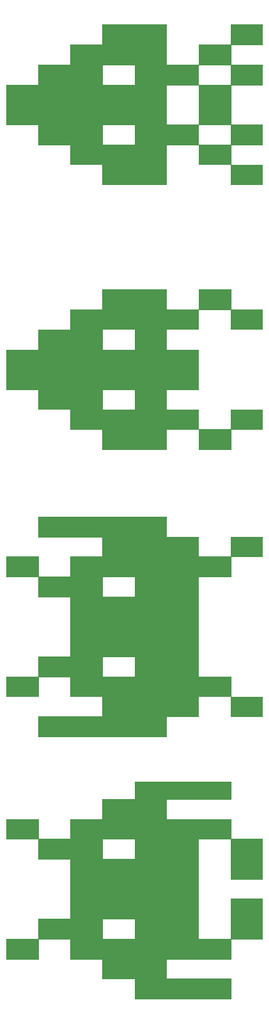
<source format=gto>
G04 DipTrace 3.3.0.0*
G04 threshold_panel_01.GTO*
%MOIN*%
G04 #@! TF.FileFunction,Legend,Top*
G04 #@! TF.Part,Single*
%ADD12C,0.001*%
%FSLAX26Y26*%
G04*
G70*
G90*
G75*
G01*
G04 TopSilk*
%LPD*%
X1160766Y5183640D2*
D12*
X1467766D1*
X1775766D2*
X1927766D1*
X1160766Y5182640D2*
X1467766D1*
X1775766D2*
X1927766D1*
X1160766Y5181640D2*
X1467766D1*
X1775766D2*
X1927766D1*
X1160766Y5180640D2*
X1467766D1*
X1775766D2*
X1927766D1*
X1160766Y5179640D2*
X1467766D1*
X1775766D2*
X1927766D1*
X1160766Y5178640D2*
X1467766D1*
X1775766D2*
X1927766D1*
X1160766Y5177640D2*
X1467766D1*
X1775766D2*
X1927766D1*
X1160766Y5176640D2*
X1467766D1*
X1775766D2*
X1927766D1*
X1160766Y5175640D2*
X1467766D1*
X1775766D2*
X1927766D1*
X1160766Y5174640D2*
X1467766D1*
X1775766D2*
X1927766D1*
X1160766Y5173640D2*
X1467766D1*
X1775766D2*
X1927766D1*
X1160766Y5172640D2*
X1467766D1*
X1775766D2*
X1927766D1*
X1160766Y5171640D2*
X1467766D1*
X1775766D2*
X1927766D1*
X1160766Y5170640D2*
X1467766D1*
X1775766D2*
X1927766D1*
X1160766Y5169640D2*
X1467766D1*
X1775766D2*
X1927766D1*
X1160766Y5168640D2*
X1467766D1*
X1775766D2*
X1927766D1*
X1160766Y5167640D2*
X1467766D1*
X1775766D2*
X1927766D1*
X1160766Y5166640D2*
X1467766D1*
X1775766D2*
X1927766D1*
X1160766Y5165640D2*
X1467766D1*
X1775766D2*
X1927766D1*
X1160766Y5164640D2*
X1467766D1*
X1775766D2*
X1927766D1*
X1160766Y5163640D2*
X1467766D1*
X1775766D2*
X1927766D1*
X1160766Y5162640D2*
X1467766D1*
X1775766D2*
X1927766D1*
X1160766Y5161640D2*
X1467766D1*
X1775766D2*
X1927766D1*
X1160766Y5160640D2*
X1467766D1*
X1775766D2*
X1927766D1*
X1160766Y5159640D2*
X1467766D1*
X1775766D2*
X1927766D1*
X1160766Y5158640D2*
X1467766D1*
X1775766D2*
X1927766D1*
X1160766Y5157640D2*
X1467766D1*
X1775766D2*
X1927766D1*
X1160766Y5156640D2*
X1467766D1*
X1775766D2*
X1927766D1*
X1160766Y5155640D2*
X1467766D1*
X1775766D2*
X1927766D1*
X1160766Y5154640D2*
X1467766D1*
X1775766D2*
X1927766D1*
X1160766Y5153640D2*
X1467766D1*
X1775766D2*
X1927766D1*
X1160766Y5152640D2*
X1467766D1*
X1775766D2*
X1927766D1*
X1160766Y5151640D2*
X1467766D1*
X1775766D2*
X1927766D1*
X1160766Y5150640D2*
X1467766D1*
X1775766D2*
X1927766D1*
X1160766Y5149640D2*
X1467766D1*
X1775766D2*
X1927766D1*
X1160766Y5148640D2*
X1467766D1*
X1775766D2*
X1927766D1*
X1160766Y5147640D2*
X1467766D1*
X1775766D2*
X1927766D1*
X1160766Y5146640D2*
X1467766D1*
X1775766D2*
X1927766D1*
X1160766Y5145640D2*
X1467766D1*
X1775766D2*
X1927766D1*
X1160766Y5144640D2*
X1467766D1*
X1775766D2*
X1927766D1*
X1160766Y5143640D2*
X1467766D1*
X1775766D2*
X1927766D1*
X1160766Y5142640D2*
X1467766D1*
X1775766D2*
X1927766D1*
X1160766Y5141640D2*
X1467766D1*
X1775766D2*
X1927766D1*
X1160766Y5140640D2*
X1467766D1*
X1775766D2*
X1927766D1*
X1160766Y5139640D2*
X1467766D1*
X1775766D2*
X1927766D1*
X1160766Y5138640D2*
X1467766D1*
X1775766D2*
X1927766D1*
X1160766Y5137640D2*
X1467766D1*
X1775766D2*
X1927766D1*
X1160766Y5136640D2*
X1467766D1*
X1775766D2*
X1927766D1*
X1160766Y5135640D2*
X1467766D1*
X1775766D2*
X1927766D1*
X1160766Y5134640D2*
X1467766D1*
X1775766D2*
X1927766D1*
X1160766Y5133640D2*
X1467766D1*
X1775766D2*
X1927766D1*
X1160766Y5132640D2*
X1467766D1*
X1775766D2*
X1927766D1*
X1160766Y5131640D2*
X1467766D1*
X1775766D2*
X1927766D1*
X1160766Y5130640D2*
X1467766D1*
X1775766D2*
X1927766D1*
X1160766Y5129640D2*
X1467766D1*
X1775766D2*
X1927766D1*
X1160766Y5128640D2*
X1467766D1*
X1775766D2*
X1927766D1*
X1160766Y5127640D2*
X1467766D1*
X1775766D2*
X1927766D1*
X1160766Y5126640D2*
X1467766D1*
X1775766D2*
X1927766D1*
X1160766Y5125640D2*
X1467766D1*
X1775766D2*
X1927766D1*
X1160766Y5124640D2*
X1467766D1*
X1775766D2*
X1927766D1*
X1160766Y5123640D2*
X1467766D1*
X1775766D2*
X1927766D1*
X1160766Y5122640D2*
X1467766D1*
X1775766D2*
X1927766D1*
X1160766Y5121640D2*
X1467766D1*
X1775766D2*
X1927766D1*
X1160766Y5120640D2*
X1467766D1*
X1775766D2*
X1927766D1*
X1160766Y5119640D2*
X1467766D1*
X1775766D2*
X1927766D1*
X1160766Y5118640D2*
X1467766D1*
X1775766D2*
X1927766D1*
X1160766Y5117640D2*
X1467766D1*
X1775766D2*
X1927766D1*
X1160766Y5116640D2*
X1467766D1*
X1775766D2*
X1927766D1*
X1160766Y5115640D2*
X1467766D1*
X1775766D2*
X1927766D1*
X1160766Y5114640D2*
X1467766D1*
X1775766D2*
X1927766D1*
X1160766Y5113640D2*
X1467766D1*
X1775766D2*
X1927766D1*
X1160766Y5112640D2*
X1467766D1*
X1775766D2*
X1927766D1*
X1160766Y5111640D2*
X1467766D1*
X1775766D2*
X1927766D1*
X1160766Y5110640D2*
X1467766D1*
X1775766D2*
X1927766D1*
X1160766Y5109640D2*
X1467766D1*
X1775766D2*
X1927766D1*
X1160766Y5108640D2*
X1467766D1*
X1775766D2*
X1927766D1*
X1160766Y5107640D2*
X1467766D1*
X1775766D2*
X1927766D1*
X1160766Y5106640D2*
X1467766D1*
X1775766D2*
X1927766D1*
X1160766Y5105640D2*
X1467766D1*
X1775766D2*
X1927766D1*
X1160766Y5104640D2*
X1467766D1*
X1775766D2*
X1927766D1*
X1160766Y5103640D2*
X1467766D1*
X1775766D2*
X1927766D1*
X1160766Y5102640D2*
X1467766D1*
X1775766D2*
X1927766D1*
X1160766Y5101640D2*
X1467766D1*
X1775766D2*
X1927766D1*
X1160766Y5100640D2*
X1467766D1*
X1775766D2*
X1927766D1*
X1160766Y5099640D2*
X1467766D1*
X1775766D2*
X1927766D1*
X1160766Y5098640D2*
X1467766D1*
X1775766D2*
X1927766D1*
X1160766Y5097640D2*
X1467766D1*
X1775766D2*
X1927766D1*
X1160766Y5096640D2*
X1467766D1*
X1775766D2*
X1927766D1*
X1160766Y5095640D2*
X1467766D1*
X1775766D2*
X1927766D1*
X1160766Y5094640D2*
X1467766D1*
X1775766D2*
X1927766D1*
X1160766Y5093640D2*
X1467766D1*
X1775766D2*
X1927766D1*
X1160766Y5092640D2*
X1467766D1*
X1775766D2*
X1927766D1*
X1160766Y5091640D2*
X1467766D1*
X1775766D2*
X1927766D1*
X1160766Y5090640D2*
X1467766D1*
X1775766D2*
X1927766D1*
X1160766Y5089640D2*
X1467766D1*
X1775766D2*
X1927766D1*
X1160766Y5088640D2*
X1467766D1*
X1775766D2*
X1927766D1*
X1007766Y5087640D2*
X1467766D1*
X1621766D2*
X1774766D1*
X1007766Y5086640D2*
X1467766D1*
X1621766D2*
X1774766D1*
X1007766Y5085640D2*
X1467766D1*
X1621766D2*
X1774766D1*
X1007766Y5084640D2*
X1467766D1*
X1621766D2*
X1774766D1*
X1007766Y5083640D2*
X1467766D1*
X1621766D2*
X1774766D1*
X1007766Y5082640D2*
X1467766D1*
X1621766D2*
X1774766D1*
X1007766Y5081640D2*
X1467766D1*
X1621766D2*
X1774766D1*
X1007766Y5080640D2*
X1467766D1*
X1621766D2*
X1774766D1*
X1007766Y5079640D2*
X1467766D1*
X1621766D2*
X1774766D1*
X1007766Y5078640D2*
X1467766D1*
X1621766D2*
X1774766D1*
X1007766Y5077640D2*
X1467766D1*
X1621766D2*
X1774766D1*
X1007766Y5076640D2*
X1467766D1*
X1621766D2*
X1774766D1*
X1007766Y5075640D2*
X1467766D1*
X1621766D2*
X1774766D1*
X1007766Y5074640D2*
X1467766D1*
X1621766D2*
X1774766D1*
X1007766Y5073640D2*
X1467766D1*
X1621766D2*
X1774766D1*
X1007766Y5072640D2*
X1467766D1*
X1621766D2*
X1774766D1*
X1007766Y5071640D2*
X1467766D1*
X1621766D2*
X1774766D1*
X1007766Y5070640D2*
X1467766D1*
X1621766D2*
X1774766D1*
X1007766Y5069640D2*
X1467766D1*
X1621766D2*
X1774766D1*
X1007766Y5068640D2*
X1467766D1*
X1621766D2*
X1774766D1*
X1007766Y5067640D2*
X1467766D1*
X1621766D2*
X1774766D1*
X1007766Y5066640D2*
X1467766D1*
X1621766D2*
X1774766D1*
X1007766Y5065640D2*
X1467766D1*
X1621766D2*
X1774766D1*
X1007766Y5064640D2*
X1467766D1*
X1621766D2*
X1774766D1*
X1007766Y5063640D2*
X1467766D1*
X1621766D2*
X1774766D1*
X1007766Y5062640D2*
X1467766D1*
X1621766D2*
X1774766D1*
X1007766Y5061640D2*
X1467766D1*
X1621766D2*
X1774766D1*
X1007766Y5060640D2*
X1467766D1*
X1621766D2*
X1774766D1*
X1007766Y5059640D2*
X1467766D1*
X1621766D2*
X1774766D1*
X1007766Y5058640D2*
X1467766D1*
X1621766D2*
X1774766D1*
X1007766Y5057640D2*
X1467766D1*
X1621766D2*
X1774766D1*
X1007766Y5056640D2*
X1467766D1*
X1621766D2*
X1774766D1*
X1007766Y5055640D2*
X1467766D1*
X1621766D2*
X1774766D1*
X1007766Y5054640D2*
X1467766D1*
X1621766D2*
X1774766D1*
X1007766Y5053640D2*
X1467766D1*
X1621766D2*
X1774766D1*
X1007766Y5052640D2*
X1467766D1*
X1621766D2*
X1774766D1*
X1007766Y5051640D2*
X1467766D1*
X1621766D2*
X1774766D1*
X1007766Y5050640D2*
X1467766D1*
X1621766D2*
X1774766D1*
X1007766Y5049640D2*
X1467766D1*
X1621766D2*
X1774766D1*
X1007766Y5048640D2*
X1467766D1*
X1621766D2*
X1774766D1*
X1007766Y5047640D2*
X1467766D1*
X1621766D2*
X1774766D1*
X1007766Y5046640D2*
X1467766D1*
X1621766D2*
X1774766D1*
X1007766Y5045640D2*
X1467766D1*
X1621766D2*
X1774766D1*
X1007766Y5044640D2*
X1467766D1*
X1621766D2*
X1774766D1*
X1007766Y5043640D2*
X1467766D1*
X1621766D2*
X1774766D1*
X1007766Y5042640D2*
X1467766D1*
X1621766D2*
X1774766D1*
X1007766Y5041640D2*
X1467766D1*
X1621766D2*
X1774766D1*
X1007766Y5040640D2*
X1467766D1*
X1621766D2*
X1774766D1*
X1007766Y5039640D2*
X1467766D1*
X1621766D2*
X1774766D1*
X1007766Y5038640D2*
X1467766D1*
X1621766D2*
X1774766D1*
X1007766Y5037640D2*
X1467766D1*
X1621766D2*
X1774766D1*
X1007766Y5036640D2*
X1467766D1*
X1621766D2*
X1774766D1*
X1007766Y5035640D2*
X1467766D1*
X1621766D2*
X1774766D1*
X1007766Y5034640D2*
X1467766D1*
X1621766D2*
X1774766D1*
X1007766Y5033640D2*
X1467766D1*
X1621766D2*
X1774766D1*
X1007766Y5032640D2*
X1467766D1*
X1621766D2*
X1774766D1*
X1007766Y5031640D2*
X1467766D1*
X1621766D2*
X1774766D1*
X1007766Y5030640D2*
X1467766D1*
X1621766D2*
X1774766D1*
X1007766Y5029640D2*
X1467766D1*
X1621766D2*
X1774766D1*
X1007766Y5028640D2*
X1467766D1*
X1621766D2*
X1774766D1*
X1007766Y5027640D2*
X1467766D1*
X1621766D2*
X1774766D1*
X1007766Y5026640D2*
X1467766D1*
X1621766D2*
X1774766D1*
X1007766Y5025640D2*
X1467766D1*
X1621766D2*
X1774766D1*
X1007766Y5024640D2*
X1467766D1*
X1621766D2*
X1774766D1*
X1007766Y5023640D2*
X1467766D1*
X1621766D2*
X1774766D1*
X1007766Y5022640D2*
X1467766D1*
X1621766D2*
X1774766D1*
X1007766Y5021640D2*
X1467766D1*
X1621766D2*
X1774766D1*
X1007766Y5020640D2*
X1467766D1*
X1621766D2*
X1774766D1*
X1007766Y5019640D2*
X1467766D1*
X1621766D2*
X1774766D1*
X1007766Y5018640D2*
X1467766D1*
X1621766D2*
X1774766D1*
X1007766Y5017640D2*
X1467766D1*
X1621766D2*
X1774766D1*
X1007766Y5016640D2*
X1467766D1*
X1621766D2*
X1774766D1*
X1007766Y5015640D2*
X1467766D1*
X1621766D2*
X1774766D1*
X1007766Y5014640D2*
X1467766D1*
X1621766D2*
X1774766D1*
X1007766Y5013640D2*
X1467766D1*
X1621766D2*
X1774766D1*
X1007766Y5012640D2*
X1467766D1*
X1621766D2*
X1774766D1*
X1007766Y5011640D2*
X1467766D1*
X1621766D2*
X1774766D1*
X1007766Y5010640D2*
X1467766D1*
X1621766D2*
X1774766D1*
X1007766Y5009640D2*
X1467766D1*
X1621766D2*
X1774766D1*
X1007766Y5008640D2*
X1467766D1*
X1621766D2*
X1774766D1*
X1007766Y5007640D2*
X1467766D1*
X1621766D2*
X1774766D1*
X1007766Y5006640D2*
X1467766D1*
X1621766D2*
X1774766D1*
X1007766Y5005640D2*
X1467766D1*
X1621766D2*
X1774766D1*
X1007766Y5004640D2*
X1467766D1*
X1621766D2*
X1774766D1*
X1007766Y5003640D2*
X1467766D1*
X1621766D2*
X1774766D1*
X1007766Y5002640D2*
X1467766D1*
X1621766D2*
X1774766D1*
X1007766Y5001640D2*
X1467766D1*
X1621766D2*
X1774766D1*
X1007766Y5000640D2*
X1467766D1*
X1621766D2*
X1774766D1*
X1007766Y4999640D2*
X1467766D1*
X1621766D2*
X1774766D1*
X1007766Y4998640D2*
X1467766D1*
X1621766D2*
X1774766D1*
X1007766Y4997640D2*
X1467766D1*
X1621766D2*
X1774766D1*
X1007766Y4996640D2*
X1467766D1*
X1621766D2*
X1774766D1*
X1007766Y4995640D2*
X1467766D1*
X1621766D2*
X1774766D1*
X1007766Y4994640D2*
X1467766D1*
X1621766D2*
X1774766D1*
X1007766Y4993640D2*
X1467766D1*
X1621766D2*
X1774766D1*
X1007766Y4992640D2*
X1467766D1*
X1621766D2*
X1774766D1*
X853766Y4991640D2*
X1159766D1*
X1314766D2*
X1620766D1*
X1775766D2*
X1927766D1*
X853766Y4990640D2*
X1159766D1*
X1314766D2*
X1620766D1*
X1775766D2*
X1927766D1*
X853766Y4989640D2*
X1159766D1*
X1314766D2*
X1620766D1*
X1775766D2*
X1927766D1*
X853766Y4988640D2*
X1159766D1*
X1314766D2*
X1620766D1*
X1775766D2*
X1927766D1*
X853766Y4987640D2*
X1159766D1*
X1314766D2*
X1620766D1*
X1775766D2*
X1927766D1*
X853766Y4986640D2*
X1159766D1*
X1314766D2*
X1620766D1*
X1775766D2*
X1927766D1*
X853766Y4985640D2*
X1159766D1*
X1314766D2*
X1620766D1*
X1775766D2*
X1927766D1*
X853766Y4984640D2*
X1159766D1*
X1314766D2*
X1620766D1*
X1775766D2*
X1927766D1*
X853766Y4983640D2*
X1159766D1*
X1314766D2*
X1620766D1*
X1775766D2*
X1927766D1*
X853766Y4982640D2*
X1159766D1*
X1314766D2*
X1620766D1*
X1775766D2*
X1927766D1*
X853766Y4981640D2*
X1159766D1*
X1314766D2*
X1620766D1*
X1775766D2*
X1927766D1*
X853766Y4980640D2*
X1159766D1*
X1314766D2*
X1620766D1*
X1775766D2*
X1927766D1*
X853766Y4979640D2*
X1159766D1*
X1314766D2*
X1620766D1*
X1775766D2*
X1927766D1*
X853766Y4978640D2*
X1159766D1*
X1314766D2*
X1620766D1*
X1775766D2*
X1927766D1*
X853766Y4977640D2*
X1159766D1*
X1314766D2*
X1620766D1*
X1775766D2*
X1927766D1*
X853766Y4976640D2*
X1159766D1*
X1314766D2*
X1620766D1*
X1775766D2*
X1927766D1*
X853766Y4975640D2*
X1159766D1*
X1314766D2*
X1620766D1*
X1775766D2*
X1927766D1*
X853766Y4974640D2*
X1159766D1*
X1314766D2*
X1620766D1*
X1775766D2*
X1927766D1*
X853766Y4973640D2*
X1159766D1*
X1314766D2*
X1620766D1*
X1775766D2*
X1927766D1*
X853766Y4972640D2*
X1159766D1*
X1314766D2*
X1620766D1*
X1775766D2*
X1927766D1*
X853766Y4971640D2*
X1159766D1*
X1314766D2*
X1620766D1*
X1775766D2*
X1927766D1*
X853766Y4970640D2*
X1159766D1*
X1314766D2*
X1620766D1*
X1775766D2*
X1927766D1*
X853766Y4969640D2*
X1159766D1*
X1314766D2*
X1620766D1*
X1775766D2*
X1927766D1*
X853766Y4968640D2*
X1159766D1*
X1314766D2*
X1620766D1*
X1775766D2*
X1927766D1*
X853766Y4967640D2*
X1159766D1*
X1314766D2*
X1620766D1*
X1775766D2*
X1927766D1*
X853766Y4966640D2*
X1159766D1*
X1314766D2*
X1620766D1*
X1775766D2*
X1927766D1*
X853766Y4965640D2*
X1159766D1*
X1314766D2*
X1620766D1*
X1775766D2*
X1927766D1*
X853766Y4964640D2*
X1159766D1*
X1314766D2*
X1620766D1*
X1775766D2*
X1927766D1*
X853766Y4963640D2*
X1159766D1*
X1314766D2*
X1620766D1*
X1775766D2*
X1927766D1*
X853766Y4962640D2*
X1159766D1*
X1314766D2*
X1620766D1*
X1775766D2*
X1927766D1*
X853766Y4961640D2*
X1159766D1*
X1314766D2*
X1620766D1*
X1775766D2*
X1927766D1*
X853766Y4960640D2*
X1159766D1*
X1314766D2*
X1620766D1*
X1775766D2*
X1927766D1*
X853766Y4959640D2*
X1159766D1*
X1314766D2*
X1620766D1*
X1775766D2*
X1927766D1*
X853766Y4958640D2*
X1159766D1*
X1314766D2*
X1620766D1*
X1775766D2*
X1927766D1*
X853766Y4957640D2*
X1159766D1*
X1314766D2*
X1620766D1*
X1775766D2*
X1927766D1*
X853766Y4956640D2*
X1159766D1*
X1314766D2*
X1620766D1*
X1775766D2*
X1927766D1*
X853766Y4955640D2*
X1159766D1*
X1314766D2*
X1620766D1*
X1775766D2*
X1927766D1*
X853766Y4954640D2*
X1159766D1*
X1314766D2*
X1620766D1*
X1775766D2*
X1927766D1*
X853766Y4953640D2*
X1159766D1*
X1314766D2*
X1620766D1*
X1775766D2*
X1927766D1*
X853766Y4952640D2*
X1159766D1*
X1314766D2*
X1620766D1*
X1775766D2*
X1927766D1*
X853766Y4951640D2*
X1159766D1*
X1314766D2*
X1620766D1*
X1775766D2*
X1927766D1*
X853766Y4950640D2*
X1159766D1*
X1314766D2*
X1620766D1*
X1775766D2*
X1927766D1*
X853766Y4949640D2*
X1159766D1*
X1314766D2*
X1620766D1*
X1775766D2*
X1927766D1*
X853766Y4948640D2*
X1159766D1*
X1314766D2*
X1620766D1*
X1775766D2*
X1927766D1*
X853766Y4947640D2*
X1159766D1*
X1314766D2*
X1620766D1*
X1775766D2*
X1927766D1*
X853766Y4946640D2*
X1159766D1*
X1314766D2*
X1620766D1*
X1775766D2*
X1927766D1*
X853766Y4945640D2*
X1159766D1*
X1314766D2*
X1620766D1*
X1775766D2*
X1927766D1*
X853766Y4944640D2*
X1159766D1*
X1314766D2*
X1620766D1*
X1775766D2*
X1927766D1*
X853766Y4943640D2*
X1159766D1*
X1314766D2*
X1620766D1*
X1775766D2*
X1927766D1*
X853766Y4942640D2*
X1159766D1*
X1314766D2*
X1620766D1*
X1775766D2*
X1927766D1*
X853766Y4941640D2*
X1159766D1*
X1314766D2*
X1620766D1*
X1775766D2*
X1927766D1*
X853766Y4940640D2*
X1159766D1*
X1314766D2*
X1620766D1*
X1775766D2*
X1927766D1*
X853766Y4939640D2*
X1159766D1*
X1314766D2*
X1620766D1*
X1775766D2*
X1927766D1*
X853766Y4938640D2*
X1159766D1*
X1314766D2*
X1620766D1*
X1775766D2*
X1927766D1*
X853766Y4937640D2*
X1159766D1*
X1314766D2*
X1620766D1*
X1775766D2*
X1927766D1*
X853766Y4936640D2*
X1159766D1*
X1314766D2*
X1620766D1*
X1775766D2*
X1927766D1*
X853766Y4935640D2*
X1159766D1*
X1314766D2*
X1620766D1*
X1775766D2*
X1927766D1*
X853766Y4934640D2*
X1159766D1*
X1314766D2*
X1620766D1*
X1775766D2*
X1927766D1*
X853766Y4933640D2*
X1159766D1*
X1314766D2*
X1620766D1*
X1775766D2*
X1927766D1*
X853766Y4932640D2*
X1159766D1*
X1314766D2*
X1620766D1*
X1775766D2*
X1927766D1*
X853766Y4931640D2*
X1159766D1*
X1314766D2*
X1620766D1*
X1775766D2*
X1927766D1*
X853766Y4930640D2*
X1159766D1*
X1314766D2*
X1620766D1*
X1775766D2*
X1927766D1*
X853766Y4929640D2*
X1159766D1*
X1314766D2*
X1620766D1*
X1775766D2*
X1927766D1*
X853766Y4928640D2*
X1159766D1*
X1314766D2*
X1620766D1*
X1775766D2*
X1927766D1*
X853766Y4927640D2*
X1159766D1*
X1314766D2*
X1620766D1*
X1775766D2*
X1927766D1*
X853766Y4926640D2*
X1159766D1*
X1314766D2*
X1620766D1*
X1775766D2*
X1927766D1*
X853766Y4925640D2*
X1159766D1*
X1314766D2*
X1620766D1*
X1775766D2*
X1927766D1*
X853766Y4924640D2*
X1159766D1*
X1314766D2*
X1620766D1*
X1775766D2*
X1927766D1*
X853766Y4923640D2*
X1159766D1*
X1314766D2*
X1620766D1*
X1775766D2*
X1927766D1*
X853766Y4922640D2*
X1159766D1*
X1314766D2*
X1620766D1*
X1775766D2*
X1927766D1*
X853766Y4921640D2*
X1159766D1*
X1314766D2*
X1620766D1*
X1775766D2*
X1927766D1*
X853766Y4920640D2*
X1159766D1*
X1314766D2*
X1620766D1*
X1775766D2*
X1927766D1*
X853766Y4919640D2*
X1159766D1*
X1314766D2*
X1620766D1*
X1775766D2*
X1927766D1*
X853766Y4918640D2*
X1159766D1*
X1314766D2*
X1620766D1*
X1775766D2*
X1927766D1*
X853766Y4917640D2*
X1159766D1*
X1314766D2*
X1620766D1*
X1775766D2*
X1927766D1*
X853766Y4916640D2*
X1159766D1*
X1314766D2*
X1620766D1*
X1775766D2*
X1927766D1*
X853766Y4915640D2*
X1159766D1*
X1314766D2*
X1620766D1*
X1775766D2*
X1927766D1*
X853766Y4914640D2*
X1159766D1*
X1314766D2*
X1620766D1*
X1775766D2*
X1927766D1*
X853766Y4913640D2*
X1159766D1*
X1314766D2*
X1620766D1*
X1775766D2*
X1927766D1*
X853766Y4912640D2*
X1159766D1*
X1314766D2*
X1620766D1*
X1775766D2*
X1927766D1*
X853766Y4911640D2*
X1159766D1*
X1314766D2*
X1620766D1*
X1775766D2*
X1927766D1*
X853766Y4910640D2*
X1159766D1*
X1314766D2*
X1620766D1*
X1775766D2*
X1927766D1*
X853766Y4909640D2*
X1159766D1*
X1314766D2*
X1620766D1*
X1775766D2*
X1927766D1*
X853766Y4908640D2*
X1159766D1*
X1314766D2*
X1620766D1*
X1775766D2*
X1927766D1*
X853766Y4907640D2*
X1159766D1*
X1314766D2*
X1620766D1*
X1775766D2*
X1927766D1*
X853766Y4906640D2*
X1159766D1*
X1314766D2*
X1620766D1*
X1775766D2*
X1927766D1*
X853766Y4905640D2*
X1159766D1*
X1314766D2*
X1620766D1*
X1775766D2*
X1927766D1*
X853766Y4904640D2*
X1159766D1*
X1314766D2*
X1620766D1*
X1775766D2*
X1927766D1*
X853766Y4903640D2*
X1159766D1*
X1314766D2*
X1620766D1*
X1775766D2*
X1927766D1*
X853766Y4902640D2*
X1159766D1*
X1314766D2*
X1620766D1*
X1775766D2*
X1927766D1*
X853766Y4901640D2*
X1159766D1*
X1314766D2*
X1620766D1*
X1775766D2*
X1927766D1*
X853766Y4900640D2*
X1159766D1*
X1314766D2*
X1620766D1*
X1775766D2*
X1927766D1*
X853766Y4899640D2*
X1159766D1*
X1314766D2*
X1620766D1*
X1775766D2*
X1927766D1*
X853766Y4898640D2*
X1159766D1*
X1314766D2*
X1620766D1*
X1775766D2*
X1927766D1*
X853766Y4897640D2*
X1159766D1*
X1314766D2*
X1620766D1*
X1775766D2*
X1927766D1*
X853766Y4896640D2*
X1159766D1*
X1314766D2*
X1620766D1*
X1775766D2*
X1927766D1*
X700766Y4895640D2*
X1467766D1*
X1621766D2*
X1774766D1*
X700766Y4894640D2*
X1467766D1*
X1621766D2*
X1774766D1*
X700766Y4893640D2*
X1467766D1*
X1621766D2*
X1774766D1*
X700766Y4892640D2*
X1467766D1*
X1621766D2*
X1774766D1*
X700766Y4891640D2*
X1467766D1*
X1621766D2*
X1774766D1*
X700766Y4890640D2*
X1467766D1*
X1621766D2*
X1774766D1*
X700766Y4889640D2*
X1467766D1*
X1621766D2*
X1774766D1*
X700766Y4888640D2*
X1467766D1*
X1621766D2*
X1774766D1*
X700766Y4887640D2*
X1467766D1*
X1621766D2*
X1774766D1*
X700766Y4886640D2*
X1467766D1*
X1621766D2*
X1774766D1*
X700766Y4885640D2*
X1467766D1*
X1621766D2*
X1774766D1*
X700766Y4884640D2*
X1467766D1*
X1621766D2*
X1774766D1*
X700766Y4883640D2*
X1467766D1*
X1621766D2*
X1774766D1*
X700766Y4882640D2*
X1467766D1*
X1621766D2*
X1774766D1*
X700766Y4881640D2*
X1467766D1*
X1621766D2*
X1774766D1*
X700766Y4880640D2*
X1467766D1*
X1621766D2*
X1774766D1*
X700766Y4879640D2*
X1467766D1*
X1621766D2*
X1774766D1*
X700766Y4878640D2*
X1467766D1*
X1621766D2*
X1774766D1*
X700766Y4877640D2*
X1467766D1*
X1621766D2*
X1774766D1*
X700766Y4876640D2*
X1467766D1*
X1621766D2*
X1774766D1*
X700766Y4875640D2*
X1467766D1*
X1621766D2*
X1774766D1*
X700766Y4874640D2*
X1467766D1*
X1621766D2*
X1774766D1*
X700766Y4873640D2*
X1467766D1*
X1621766D2*
X1774766D1*
X700766Y4872640D2*
X1467766D1*
X1621766D2*
X1774766D1*
X700766Y4871640D2*
X1467766D1*
X1621766D2*
X1774766D1*
X700766Y4870640D2*
X1467766D1*
X1621766D2*
X1774766D1*
X700766Y4869640D2*
X1467766D1*
X1621766D2*
X1774766D1*
X700766Y4868640D2*
X1467766D1*
X1621766D2*
X1774766D1*
X700766Y4867640D2*
X1467766D1*
X1621766D2*
X1774766D1*
X700766Y4866640D2*
X1467766D1*
X1621766D2*
X1774766D1*
X700766Y4865640D2*
X1467766D1*
X1621766D2*
X1774766D1*
X700766Y4864640D2*
X1467766D1*
X1621766D2*
X1774766D1*
X700766Y4863640D2*
X1467766D1*
X1621766D2*
X1774766D1*
X700766Y4862640D2*
X1467766D1*
X1621766D2*
X1774766D1*
X700766Y4861640D2*
X1467766D1*
X1621766D2*
X1774766D1*
X700766Y4860640D2*
X1467766D1*
X1621766D2*
X1774766D1*
X700766Y4859640D2*
X1467766D1*
X1621766D2*
X1774766D1*
X700766Y4858640D2*
X1467766D1*
X1621766D2*
X1774766D1*
X700766Y4857640D2*
X1467766D1*
X1621766D2*
X1774766D1*
X700766Y4856640D2*
X1467766D1*
X1621766D2*
X1774766D1*
X700766Y4855640D2*
X1467766D1*
X1621766D2*
X1774766D1*
X700766Y4854640D2*
X1467766D1*
X1621766D2*
X1774766D1*
X700766Y4853640D2*
X1467766D1*
X1621766D2*
X1774766D1*
X700766Y4852640D2*
X1467766D1*
X1621766D2*
X1774766D1*
X700766Y4851640D2*
X1467766D1*
X1621766D2*
X1774766D1*
X700766Y4850640D2*
X1467766D1*
X1621766D2*
X1774766D1*
X700766Y4849640D2*
X1467766D1*
X1621766D2*
X1774766D1*
X700766Y4848640D2*
X1467766D1*
X1621766D2*
X1774766D1*
X700766Y4847640D2*
X1467766D1*
X1621766D2*
X1774766D1*
X700766Y4846640D2*
X1467766D1*
X1621766D2*
X1774766D1*
X700766Y4845640D2*
X1467766D1*
X1621766D2*
X1774766D1*
X700766Y4844640D2*
X1467766D1*
X1621766D2*
X1774766D1*
X700766Y4843640D2*
X1467766D1*
X1621766D2*
X1774766D1*
X700766Y4842640D2*
X1467766D1*
X1621766D2*
X1774766D1*
X700766Y4841640D2*
X1467766D1*
X1621766D2*
X1774766D1*
X700766Y4840640D2*
X1467766D1*
X1621766D2*
X1774766D1*
X700766Y4839640D2*
X1467766D1*
X1621766D2*
X1774766D1*
X700766Y4838640D2*
X1467766D1*
X1621766D2*
X1774766D1*
X700766Y4837640D2*
X1467766D1*
X1621766D2*
X1774766D1*
X700766Y4836640D2*
X1467766D1*
X1621766D2*
X1774766D1*
X700766Y4835640D2*
X1467766D1*
X1621766D2*
X1774766D1*
X700766Y4834640D2*
X1467766D1*
X1621766D2*
X1774766D1*
X700766Y4833640D2*
X1467766D1*
X1621766D2*
X1774766D1*
X700766Y4832640D2*
X1467766D1*
X1621766D2*
X1774766D1*
X700766Y4831640D2*
X1467766D1*
X1621766D2*
X1774766D1*
X700766Y4830640D2*
X1467766D1*
X1621766D2*
X1774766D1*
X700766Y4829640D2*
X1467766D1*
X1621766D2*
X1774766D1*
X700766Y4828640D2*
X1467766D1*
X1621766D2*
X1774766D1*
X700766Y4827640D2*
X1467766D1*
X1621766D2*
X1774766D1*
X700766Y4826640D2*
X1467766D1*
X1621766D2*
X1774766D1*
X700766Y4825640D2*
X1467766D1*
X1621766D2*
X1774766D1*
X700766Y4824640D2*
X1467766D1*
X1621766D2*
X1774766D1*
X700766Y4823640D2*
X1467766D1*
X1621766D2*
X1774766D1*
X700766Y4822640D2*
X1467766D1*
X1621766D2*
X1774766D1*
X700766Y4821640D2*
X1467766D1*
X1621766D2*
X1774766D1*
X700766Y4820640D2*
X1467766D1*
X1621766D2*
X1774766D1*
X700766Y4819640D2*
X1467766D1*
X1621766D2*
X1774766D1*
X700766Y4818640D2*
X1467766D1*
X1621766D2*
X1774766D1*
X700766Y4817640D2*
X1467766D1*
X1621766D2*
X1774766D1*
X700766Y4816640D2*
X1467766D1*
X1621766D2*
X1774766D1*
X700766Y4815640D2*
X1467766D1*
X1621766D2*
X1774766D1*
X700766Y4814640D2*
X1467766D1*
X1621766D2*
X1774766D1*
X700766Y4813640D2*
X1467766D1*
X1621766D2*
X1774766D1*
X700766Y4812640D2*
X1467766D1*
X1621766D2*
X1774766D1*
X700766Y4811640D2*
X1467766D1*
X1621766D2*
X1774766D1*
X700766Y4810640D2*
X1467766D1*
X1621766D2*
X1774766D1*
X700766Y4809640D2*
X1467766D1*
X1621766D2*
X1774766D1*
X700766Y4808640D2*
X1467766D1*
X1621766D2*
X1774766D1*
X700766Y4807640D2*
X1467766D1*
X1621766D2*
X1774766D1*
X700766Y4806640D2*
X1467766D1*
X1621766D2*
X1774766D1*
X700766Y4805640D2*
X1467766D1*
X1621766D2*
X1774766D1*
X700766Y4804640D2*
X1467766D1*
X1621766D2*
X1774766D1*
X700766Y4803640D2*
X1467766D1*
X1621766D2*
X1774766D1*
X700766Y4802640D2*
X1467766D1*
X1621766D2*
X1774766D1*
X700766Y4801640D2*
X1467766D1*
X1621766D2*
X1774766D1*
X700766Y4800640D2*
X1467766D1*
X1621766D2*
X1774766D1*
X700766Y4799640D2*
X1467766D1*
X1621766D2*
X1774766D1*
X700766Y4798640D2*
X1467766D1*
X1621766D2*
X1774766D1*
X700766Y4797640D2*
X1467766D1*
X1621766D2*
X1774766D1*
X700766Y4796640D2*
X1467766D1*
X1621766D2*
X1774766D1*
X700766Y4795640D2*
X1467766D1*
X1621766D2*
X1774766D1*
X700766Y4794640D2*
X1467766D1*
X1621766D2*
X1774766D1*
X700766Y4793640D2*
X1467766D1*
X1621766D2*
X1774766D1*
X700766Y4792640D2*
X1467766D1*
X1621766D2*
X1774766D1*
X700766Y4791640D2*
X1467766D1*
X1621766D2*
X1774766D1*
X700766Y4790640D2*
X1467766D1*
X1621766D2*
X1774766D1*
X700766Y4789640D2*
X1467766D1*
X1621766D2*
X1774766D1*
X700766Y4788640D2*
X1467766D1*
X1621766D2*
X1774766D1*
X700766Y4787640D2*
X1467766D1*
X1621766D2*
X1774766D1*
X700766Y4786640D2*
X1467766D1*
X1621766D2*
X1774766D1*
X700766Y4785640D2*
X1467766D1*
X1621766D2*
X1774766D1*
X700766Y4784640D2*
X1467766D1*
X1621766D2*
X1774766D1*
X700766Y4783640D2*
X1467766D1*
X1621766D2*
X1774766D1*
X700766Y4782640D2*
X1467766D1*
X1621766D2*
X1774766D1*
X700766Y4781640D2*
X1467766D1*
X1621766D2*
X1774766D1*
X700766Y4780640D2*
X1467766D1*
X1621766D2*
X1774766D1*
X700766Y4779640D2*
X1467766D1*
X1621766D2*
X1774766D1*
X700766Y4778640D2*
X1467766D1*
X1621766D2*
X1774766D1*
X700766Y4777640D2*
X1467766D1*
X1621766D2*
X1774766D1*
X700766Y4776640D2*
X1467766D1*
X1621766D2*
X1774766D1*
X700766Y4775640D2*
X1467766D1*
X1621766D2*
X1774766D1*
X700766Y4774640D2*
X1467766D1*
X1621766D2*
X1774766D1*
X700766Y4773640D2*
X1467766D1*
X1621766D2*
X1774766D1*
X700766Y4772640D2*
X1467766D1*
X1621766D2*
X1774766D1*
X700766Y4771640D2*
X1467766D1*
X1621766D2*
X1774766D1*
X700766Y4770640D2*
X1467766D1*
X1621766D2*
X1774766D1*
X700766Y4769640D2*
X1467766D1*
X1621766D2*
X1774766D1*
X700766Y4768640D2*
X1467766D1*
X1621766D2*
X1774766D1*
X700766Y4767640D2*
X1467766D1*
X1621766D2*
X1774766D1*
X700766Y4766640D2*
X1467766D1*
X1621766D2*
X1774766D1*
X700766Y4765640D2*
X1467766D1*
X1621766D2*
X1774766D1*
X700766Y4764640D2*
X1467766D1*
X1621766D2*
X1774766D1*
X700766Y4763640D2*
X1467766D1*
X1621766D2*
X1774766D1*
X700766Y4762640D2*
X1467766D1*
X1621766D2*
X1774766D1*
X700766Y4761640D2*
X1467766D1*
X1621766D2*
X1774766D1*
X700766Y4760640D2*
X1467766D1*
X1621766D2*
X1774766D1*
X700766Y4759640D2*
X1467766D1*
X1621766D2*
X1774766D1*
X700766Y4758640D2*
X1467766D1*
X1621766D2*
X1774766D1*
X700766Y4757640D2*
X1467766D1*
X1621766D2*
X1774766D1*
X700766Y4756640D2*
X1467766D1*
X1621766D2*
X1774766D1*
X700766Y4755640D2*
X1467766D1*
X1621766D2*
X1774766D1*
X700766Y4754640D2*
X1467766D1*
X1621766D2*
X1774766D1*
X700766Y4753640D2*
X1467766D1*
X1621766D2*
X1774766D1*
X700766Y4752640D2*
X1467766D1*
X1621766D2*
X1774766D1*
X700766Y4751640D2*
X1467766D1*
X1621766D2*
X1774766D1*
X700766Y4750640D2*
X1467766D1*
X1621766D2*
X1774766D1*
X700766Y4749640D2*
X1467766D1*
X1621766D2*
X1774766D1*
X700766Y4748640D2*
X1467766D1*
X1621766D2*
X1774766D1*
X700766Y4747640D2*
X1467766D1*
X1621766D2*
X1774766D1*
X700766Y4746640D2*
X1467766D1*
X1621766D2*
X1774766D1*
X700766Y4745640D2*
X1467766D1*
X1621766D2*
X1774766D1*
X700766Y4744640D2*
X1467766D1*
X1621766D2*
X1774766D1*
X700766Y4743640D2*
X1467766D1*
X1621766D2*
X1774766D1*
X700766Y4742640D2*
X1467766D1*
X1621766D2*
X1774766D1*
X700766Y4741640D2*
X1467766D1*
X1621766D2*
X1774766D1*
X700766Y4740640D2*
X1467766D1*
X1621766D2*
X1774766D1*
X700766Y4739640D2*
X1467766D1*
X1621766D2*
X1774766D1*
X700766Y4738640D2*
X1467766D1*
X1621766D2*
X1774766D1*
X700766Y4737640D2*
X1467766D1*
X1621766D2*
X1774766D1*
X700766Y4736640D2*
X1467766D1*
X1621766D2*
X1774766D1*
X700766Y4735640D2*
X1467766D1*
X1621766D2*
X1774766D1*
X700766Y4734640D2*
X1467766D1*
X1621766D2*
X1774766D1*
X700766Y4733640D2*
X1467766D1*
X1621766D2*
X1774766D1*
X700766Y4732640D2*
X1467766D1*
X1621766D2*
X1774766D1*
X700766Y4731640D2*
X1467766D1*
X1621766D2*
X1774766D1*
X700766Y4730640D2*
X1467766D1*
X1621766D2*
X1774766D1*
X700766Y4729640D2*
X1467766D1*
X1621766D2*
X1774766D1*
X700766Y4728640D2*
X1467766D1*
X1621766D2*
X1774766D1*
X700766Y4727640D2*
X1467766D1*
X1621766D2*
X1774766D1*
X700766Y4726640D2*
X1467766D1*
X1621766D2*
X1774766D1*
X700766Y4725640D2*
X1467766D1*
X1621766D2*
X1774766D1*
X700766Y4724640D2*
X1467766D1*
X1621766D2*
X1774766D1*
X700766Y4723640D2*
X1467766D1*
X1621766D2*
X1774766D1*
X700766Y4722640D2*
X1467766D1*
X1621766D2*
X1774766D1*
X700766Y4721640D2*
X1467766D1*
X1621766D2*
X1774766D1*
X700766Y4720640D2*
X1467766D1*
X1621766D2*
X1774766D1*
X700766Y4719640D2*
X1467766D1*
X1621766D2*
X1774766D1*
X700766Y4718640D2*
X1467766D1*
X1621766D2*
X1774766D1*
X700766Y4717640D2*
X1467766D1*
X1621766D2*
X1774766D1*
X700766Y4716640D2*
X1467766D1*
X1621766D2*
X1774766D1*
X700766Y4715640D2*
X1467766D1*
X1621766D2*
X1774766D1*
X700766Y4714640D2*
X1467766D1*
X1621766D2*
X1774766D1*
X700766Y4713640D2*
X1467766D1*
X1621766D2*
X1774766D1*
X700766Y4712640D2*
X1467766D1*
X1621766D2*
X1774766D1*
X700766Y4711640D2*
X1467766D1*
X1621766D2*
X1774766D1*
X700766Y4710640D2*
X1467766D1*
X1621766D2*
X1774766D1*
X700766Y4709640D2*
X1467766D1*
X1621766D2*
X1774766D1*
X700766Y4708640D2*
X1467766D1*
X1621766D2*
X1774766D1*
X700766Y4707640D2*
X1467766D1*
X1621766D2*
X1774766D1*
X700766Y4706640D2*
X1467766D1*
X1621766D2*
X1774766D1*
X700766Y4705640D2*
X1467766D1*
X1621766D2*
X1774766D1*
X853766Y4704640D2*
X1159766D1*
X1314766D2*
X1620766D1*
X1775766D2*
X1927766D1*
X853766Y4703640D2*
X1159766D1*
X1314766D2*
X1620766D1*
X1775766D2*
X1927766D1*
X853766Y4702640D2*
X1159766D1*
X1314766D2*
X1620766D1*
X1775766D2*
X1927766D1*
X853766Y4701640D2*
X1159766D1*
X1314766D2*
X1620766D1*
X1775766D2*
X1927766D1*
X853766Y4700640D2*
X1159766D1*
X1314766D2*
X1620766D1*
X1775766D2*
X1927766D1*
X853766Y4699640D2*
X1159766D1*
X1314766D2*
X1620766D1*
X1775766D2*
X1927766D1*
X853766Y4698640D2*
X1159766D1*
X1314766D2*
X1620766D1*
X1775766D2*
X1927766D1*
X853766Y4697640D2*
X1159766D1*
X1314766D2*
X1620766D1*
X1775766D2*
X1927766D1*
X853766Y4696640D2*
X1159766D1*
X1314766D2*
X1620766D1*
X1775766D2*
X1927766D1*
X853766Y4695640D2*
X1159766D1*
X1314766D2*
X1620766D1*
X1775766D2*
X1927766D1*
X853766Y4694640D2*
X1159766D1*
X1314766D2*
X1620766D1*
X1775766D2*
X1927766D1*
X853766Y4693640D2*
X1159766D1*
X1314766D2*
X1620766D1*
X1775766D2*
X1927766D1*
X853766Y4692640D2*
X1159766D1*
X1314766D2*
X1620766D1*
X1775766D2*
X1927766D1*
X853766Y4691640D2*
X1159766D1*
X1314766D2*
X1620766D1*
X1775766D2*
X1927766D1*
X853766Y4690640D2*
X1159766D1*
X1314766D2*
X1620766D1*
X1775766D2*
X1927766D1*
X853766Y4689640D2*
X1159766D1*
X1314766D2*
X1620766D1*
X1775766D2*
X1927766D1*
X853766Y4688640D2*
X1159766D1*
X1314766D2*
X1620766D1*
X1775766D2*
X1927766D1*
X853766Y4687640D2*
X1159766D1*
X1314766D2*
X1620766D1*
X1775766D2*
X1927766D1*
X853766Y4686640D2*
X1159766D1*
X1314766D2*
X1620766D1*
X1775766D2*
X1927766D1*
X853766Y4685640D2*
X1159766D1*
X1314766D2*
X1620766D1*
X1775766D2*
X1927766D1*
X853766Y4684640D2*
X1159766D1*
X1314766D2*
X1620766D1*
X1775766D2*
X1927766D1*
X853766Y4683640D2*
X1159766D1*
X1314766D2*
X1620766D1*
X1775766D2*
X1927766D1*
X853766Y4682640D2*
X1159766D1*
X1314766D2*
X1620766D1*
X1775766D2*
X1927766D1*
X853766Y4681640D2*
X1159766D1*
X1314766D2*
X1620766D1*
X1775766D2*
X1927766D1*
X853766Y4680640D2*
X1159766D1*
X1314766D2*
X1620766D1*
X1775766D2*
X1927766D1*
X853766Y4679640D2*
X1159766D1*
X1314766D2*
X1620766D1*
X1775766D2*
X1927766D1*
X853766Y4678640D2*
X1159766D1*
X1314766D2*
X1620766D1*
X1775766D2*
X1927766D1*
X853766Y4677640D2*
X1159766D1*
X1314766D2*
X1620766D1*
X1775766D2*
X1927766D1*
X853766Y4676640D2*
X1159766D1*
X1314766D2*
X1620766D1*
X1775766D2*
X1927766D1*
X853766Y4675640D2*
X1159766D1*
X1314766D2*
X1620766D1*
X1775766D2*
X1927766D1*
X853766Y4674640D2*
X1159766D1*
X1314766D2*
X1620766D1*
X1775766D2*
X1927766D1*
X853766Y4673640D2*
X1159766D1*
X1314766D2*
X1620766D1*
X1775766D2*
X1927766D1*
X853766Y4672640D2*
X1159766D1*
X1314766D2*
X1620766D1*
X1775766D2*
X1927766D1*
X853766Y4671640D2*
X1159766D1*
X1314766D2*
X1620766D1*
X1775766D2*
X1927766D1*
X853766Y4670640D2*
X1159766D1*
X1314766D2*
X1620766D1*
X1775766D2*
X1927766D1*
X853766Y4669640D2*
X1159766D1*
X1314766D2*
X1620766D1*
X1775766D2*
X1927766D1*
X853766Y4668640D2*
X1159766D1*
X1314766D2*
X1620766D1*
X1775766D2*
X1927766D1*
X853766Y4667640D2*
X1159766D1*
X1314766D2*
X1620766D1*
X1775766D2*
X1927766D1*
X853766Y4666640D2*
X1159766D1*
X1314766D2*
X1620766D1*
X1775766D2*
X1927766D1*
X853766Y4665640D2*
X1159766D1*
X1314766D2*
X1620766D1*
X1775766D2*
X1927766D1*
X853766Y4664640D2*
X1159766D1*
X1314766D2*
X1620766D1*
X1775766D2*
X1927766D1*
X853766Y4663640D2*
X1159766D1*
X1314766D2*
X1620766D1*
X1775766D2*
X1927766D1*
X853766Y4662640D2*
X1159766D1*
X1314766D2*
X1620766D1*
X1775766D2*
X1927766D1*
X853766Y4661640D2*
X1159766D1*
X1314766D2*
X1620766D1*
X1775766D2*
X1927766D1*
X853766Y4660640D2*
X1159766D1*
X1314766D2*
X1620766D1*
X1775766D2*
X1927766D1*
X853766Y4659640D2*
X1159766D1*
X1314766D2*
X1620766D1*
X1775766D2*
X1927766D1*
X853766Y4658640D2*
X1159766D1*
X1314766D2*
X1620766D1*
X1775766D2*
X1927766D1*
X853766Y4657640D2*
X1159766D1*
X1314766D2*
X1620766D1*
X1775766D2*
X1927766D1*
X853766Y4656640D2*
X1159766D1*
X1314766D2*
X1620766D1*
X1775766D2*
X1927766D1*
X853766Y4655640D2*
X1159766D1*
X1314766D2*
X1620766D1*
X1775766D2*
X1927766D1*
X853766Y4654640D2*
X1159766D1*
X1314766D2*
X1620766D1*
X1775766D2*
X1927766D1*
X853766Y4653640D2*
X1159766D1*
X1314766D2*
X1620766D1*
X1775766D2*
X1927766D1*
X853766Y4652640D2*
X1159766D1*
X1314766D2*
X1620766D1*
X1775766D2*
X1927766D1*
X853766Y4651640D2*
X1159766D1*
X1314766D2*
X1620766D1*
X1775766D2*
X1927766D1*
X853766Y4650640D2*
X1159766D1*
X1314766D2*
X1620766D1*
X1775766D2*
X1927766D1*
X853766Y4649640D2*
X1159766D1*
X1314766D2*
X1620766D1*
X1775766D2*
X1927766D1*
X853766Y4648640D2*
X1159766D1*
X1314766D2*
X1620766D1*
X1775766D2*
X1927766D1*
X853766Y4647640D2*
X1159766D1*
X1314766D2*
X1620766D1*
X1775766D2*
X1927766D1*
X853766Y4646640D2*
X1159766D1*
X1314766D2*
X1620766D1*
X1775766D2*
X1927766D1*
X853766Y4645640D2*
X1159766D1*
X1314766D2*
X1620766D1*
X1775766D2*
X1927766D1*
X853766Y4644640D2*
X1159766D1*
X1314766D2*
X1620766D1*
X1775766D2*
X1927766D1*
X853766Y4643640D2*
X1159766D1*
X1314766D2*
X1620766D1*
X1775766D2*
X1927766D1*
X853766Y4642640D2*
X1159766D1*
X1314766D2*
X1620766D1*
X1775766D2*
X1927766D1*
X853766Y4641640D2*
X1159766D1*
X1314766D2*
X1620766D1*
X1775766D2*
X1927766D1*
X853766Y4640640D2*
X1159766D1*
X1314766D2*
X1620766D1*
X1775766D2*
X1927766D1*
X853766Y4639640D2*
X1159766D1*
X1314766D2*
X1620766D1*
X1775766D2*
X1927766D1*
X853766Y4638640D2*
X1159766D1*
X1314766D2*
X1620766D1*
X1775766D2*
X1927766D1*
X853766Y4637640D2*
X1159766D1*
X1314766D2*
X1620766D1*
X1775766D2*
X1927766D1*
X853766Y4636640D2*
X1159766D1*
X1314766D2*
X1620766D1*
X1775766D2*
X1927766D1*
X853766Y4635640D2*
X1159766D1*
X1314766D2*
X1620766D1*
X1775766D2*
X1927766D1*
X853766Y4634640D2*
X1159766D1*
X1314766D2*
X1620766D1*
X1775766D2*
X1927766D1*
X853766Y4633640D2*
X1159766D1*
X1314766D2*
X1620766D1*
X1775766D2*
X1927766D1*
X853766Y4632640D2*
X1159766D1*
X1314766D2*
X1620766D1*
X1775766D2*
X1927766D1*
X853766Y4631640D2*
X1159766D1*
X1314766D2*
X1620766D1*
X1775766D2*
X1927766D1*
X853766Y4630640D2*
X1159766D1*
X1314766D2*
X1620766D1*
X1775766D2*
X1927766D1*
X853766Y4629640D2*
X1159766D1*
X1314766D2*
X1620766D1*
X1775766D2*
X1927766D1*
X853766Y4628640D2*
X1159766D1*
X1314766D2*
X1620766D1*
X1775766D2*
X1927766D1*
X853766Y4627640D2*
X1159766D1*
X1314766D2*
X1620766D1*
X1775766D2*
X1927766D1*
X853766Y4626640D2*
X1159766D1*
X1314766D2*
X1620766D1*
X1775766D2*
X1927766D1*
X853766Y4625640D2*
X1159766D1*
X1314766D2*
X1620766D1*
X1775766D2*
X1927766D1*
X853766Y4624640D2*
X1159766D1*
X1314766D2*
X1620766D1*
X1775766D2*
X1927766D1*
X853766Y4623640D2*
X1159766D1*
X1314766D2*
X1620766D1*
X1775766D2*
X1927766D1*
X853766Y4622640D2*
X1159766D1*
X1314766D2*
X1620766D1*
X1775766D2*
X1927766D1*
X853766Y4621640D2*
X1159766D1*
X1314766D2*
X1620766D1*
X1775766D2*
X1927766D1*
X853766Y4620640D2*
X1159766D1*
X1314766D2*
X1620766D1*
X1775766D2*
X1927766D1*
X853766Y4619640D2*
X1159766D1*
X1314766D2*
X1620766D1*
X1775766D2*
X1927766D1*
X853766Y4618640D2*
X1159766D1*
X1314766D2*
X1620766D1*
X1775766D2*
X1927766D1*
X853766Y4617640D2*
X1159766D1*
X1314766D2*
X1620766D1*
X1775766D2*
X1927766D1*
X853766Y4616640D2*
X1159766D1*
X1314766D2*
X1620766D1*
X1775766D2*
X1927766D1*
X853766Y4615640D2*
X1159766D1*
X1314766D2*
X1620766D1*
X1775766D2*
X1927766D1*
X853766Y4614640D2*
X1159766D1*
X1314766D2*
X1620766D1*
X1775766D2*
X1927766D1*
X853766Y4613640D2*
X1159766D1*
X1314766D2*
X1620766D1*
X1775766D2*
X1927766D1*
X853766Y4612640D2*
X1159766D1*
X1314766D2*
X1620766D1*
X1775766D2*
X1927766D1*
X853766Y4611640D2*
X1159766D1*
X1314766D2*
X1620766D1*
X1775766D2*
X1927766D1*
X853766Y4610640D2*
X1159766D1*
X1314766D2*
X1620766D1*
X1775766D2*
X1927766D1*
X853766Y4609640D2*
X1159766D1*
X1314766D2*
X1620766D1*
X1775766D2*
X1927766D1*
X1007766Y4608640D2*
X1467766D1*
X1621766D2*
X1774766D1*
X1007766Y4607640D2*
X1467766D1*
X1621766D2*
X1774766D1*
X1007766Y4606640D2*
X1467766D1*
X1621766D2*
X1774766D1*
X1007766Y4605640D2*
X1467766D1*
X1621766D2*
X1774766D1*
X1007766Y4604640D2*
X1467766D1*
X1621766D2*
X1774766D1*
X1007766Y4603640D2*
X1467766D1*
X1621766D2*
X1774766D1*
X1007766Y4602640D2*
X1467766D1*
X1621766D2*
X1774766D1*
X1007766Y4601640D2*
X1467766D1*
X1621766D2*
X1774766D1*
X1007766Y4600640D2*
X1467766D1*
X1621766D2*
X1774766D1*
X1007766Y4599640D2*
X1467766D1*
X1621766D2*
X1774766D1*
X1007766Y4598640D2*
X1467766D1*
X1621766D2*
X1774766D1*
X1007766Y4597640D2*
X1467766D1*
X1621766D2*
X1774766D1*
X1007766Y4596640D2*
X1467766D1*
X1621766D2*
X1774766D1*
X1007766Y4595640D2*
X1467766D1*
X1621766D2*
X1774766D1*
X1007766Y4594640D2*
X1467766D1*
X1621766D2*
X1774766D1*
X1007766Y4593640D2*
X1467766D1*
X1621766D2*
X1774766D1*
X1007766Y4592640D2*
X1467766D1*
X1621766D2*
X1774766D1*
X1007766Y4591640D2*
X1467766D1*
X1621766D2*
X1774766D1*
X1007766Y4590640D2*
X1467766D1*
X1621766D2*
X1774766D1*
X1007766Y4589640D2*
X1467766D1*
X1621766D2*
X1774766D1*
X1007766Y4588640D2*
X1467766D1*
X1621766D2*
X1774766D1*
X1007766Y4587640D2*
X1467766D1*
X1621766D2*
X1774766D1*
X1007766Y4586640D2*
X1467766D1*
X1621766D2*
X1774766D1*
X1007766Y4585640D2*
X1467766D1*
X1621766D2*
X1774766D1*
X1007766Y4584640D2*
X1467766D1*
X1621766D2*
X1774766D1*
X1007766Y4583640D2*
X1467766D1*
X1621766D2*
X1774766D1*
X1007766Y4582640D2*
X1467766D1*
X1621766D2*
X1774766D1*
X1007766Y4581640D2*
X1467766D1*
X1621766D2*
X1774766D1*
X1007766Y4580640D2*
X1467766D1*
X1621766D2*
X1774766D1*
X1007766Y4579640D2*
X1467766D1*
X1621766D2*
X1774766D1*
X1007766Y4578640D2*
X1467766D1*
X1621766D2*
X1774766D1*
X1007766Y4577640D2*
X1467766D1*
X1621766D2*
X1774766D1*
X1007766Y4576640D2*
X1467766D1*
X1621766D2*
X1774766D1*
X1007766Y4575640D2*
X1467766D1*
X1621766D2*
X1774766D1*
X1007766Y4574640D2*
X1467766D1*
X1621766D2*
X1774766D1*
X1007766Y4573640D2*
X1467766D1*
X1621766D2*
X1774766D1*
X1007766Y4572640D2*
X1467766D1*
X1621766D2*
X1774766D1*
X1007766Y4571640D2*
X1467766D1*
X1621766D2*
X1774766D1*
X1007766Y4570640D2*
X1467766D1*
X1621766D2*
X1774766D1*
X1007766Y4569640D2*
X1467766D1*
X1621766D2*
X1774766D1*
X1007766Y4568640D2*
X1467766D1*
X1621766D2*
X1774766D1*
X1007766Y4567640D2*
X1467766D1*
X1621766D2*
X1774766D1*
X1007766Y4566640D2*
X1467766D1*
X1621766D2*
X1774766D1*
X1007766Y4565640D2*
X1467766D1*
X1621766D2*
X1774766D1*
X1007766Y4564640D2*
X1467766D1*
X1621766D2*
X1774766D1*
X1007766Y4563640D2*
X1467766D1*
X1621766D2*
X1774766D1*
X1007766Y4562640D2*
X1467766D1*
X1621766D2*
X1774766D1*
X1007766Y4561640D2*
X1467766D1*
X1621766D2*
X1774766D1*
X1007766Y4560640D2*
X1467766D1*
X1621766D2*
X1774766D1*
X1007766Y4559640D2*
X1467766D1*
X1621766D2*
X1774766D1*
X1007766Y4558640D2*
X1467766D1*
X1621766D2*
X1774766D1*
X1007766Y4557640D2*
X1467766D1*
X1621766D2*
X1774766D1*
X1007766Y4556640D2*
X1467766D1*
X1621766D2*
X1774766D1*
X1007766Y4555640D2*
X1467766D1*
X1621766D2*
X1774766D1*
X1007766Y4554640D2*
X1467766D1*
X1621766D2*
X1774766D1*
X1007766Y4553640D2*
X1467766D1*
X1621766D2*
X1774766D1*
X1007766Y4552640D2*
X1467766D1*
X1621766D2*
X1774766D1*
X1007766Y4551640D2*
X1467766D1*
X1621766D2*
X1774766D1*
X1007766Y4550640D2*
X1467766D1*
X1621766D2*
X1774766D1*
X1007766Y4549640D2*
X1467766D1*
X1621766D2*
X1774766D1*
X1007766Y4548640D2*
X1467766D1*
X1621766D2*
X1774766D1*
X1007766Y4547640D2*
X1467766D1*
X1621766D2*
X1774766D1*
X1007766Y4546640D2*
X1467766D1*
X1621766D2*
X1774766D1*
X1007766Y4545640D2*
X1467766D1*
X1621766D2*
X1774766D1*
X1007766Y4544640D2*
X1467766D1*
X1621766D2*
X1774766D1*
X1007766Y4543640D2*
X1467766D1*
X1621766D2*
X1774766D1*
X1007766Y4542640D2*
X1467766D1*
X1621766D2*
X1774766D1*
X1007766Y4541640D2*
X1467766D1*
X1621766D2*
X1774766D1*
X1007766Y4540640D2*
X1467766D1*
X1621766D2*
X1774766D1*
X1007766Y4539640D2*
X1467766D1*
X1621766D2*
X1774766D1*
X1007766Y4538640D2*
X1467766D1*
X1621766D2*
X1774766D1*
X1007766Y4537640D2*
X1467766D1*
X1621766D2*
X1774766D1*
X1007766Y4536640D2*
X1467766D1*
X1621766D2*
X1774766D1*
X1007766Y4535640D2*
X1467766D1*
X1621766D2*
X1774766D1*
X1007766Y4534640D2*
X1467766D1*
X1621766D2*
X1774766D1*
X1007766Y4533640D2*
X1467766D1*
X1621766D2*
X1774766D1*
X1007766Y4532640D2*
X1467766D1*
X1621766D2*
X1774766D1*
X1007766Y4531640D2*
X1467766D1*
X1621766D2*
X1774766D1*
X1007766Y4530640D2*
X1467766D1*
X1621766D2*
X1774766D1*
X1007766Y4529640D2*
X1467766D1*
X1621766D2*
X1774766D1*
X1007766Y4528640D2*
X1467766D1*
X1621766D2*
X1774766D1*
X1007766Y4527640D2*
X1467766D1*
X1621766D2*
X1774766D1*
X1007766Y4526640D2*
X1467766D1*
X1621766D2*
X1774766D1*
X1007766Y4525640D2*
X1467766D1*
X1621766D2*
X1774766D1*
X1007766Y4524640D2*
X1467766D1*
X1621766D2*
X1774766D1*
X1007766Y4523640D2*
X1467766D1*
X1621766D2*
X1774766D1*
X1007766Y4522640D2*
X1467766D1*
X1621766D2*
X1774766D1*
X1007766Y4521640D2*
X1467766D1*
X1621766D2*
X1774766D1*
X1007766Y4520640D2*
X1467766D1*
X1621766D2*
X1774766D1*
X1007766Y4519640D2*
X1467766D1*
X1621766D2*
X1774766D1*
X1007766Y4518640D2*
X1467766D1*
X1621766D2*
X1774766D1*
X1007766Y4517640D2*
X1467766D1*
X1621766D2*
X1774766D1*
X1007766Y4516640D2*
X1467766D1*
X1621766D2*
X1774766D1*
X1007766Y4515640D2*
X1467766D1*
X1621766D2*
X1774766D1*
X1007766Y4514640D2*
X1467766D1*
X1621766D2*
X1774766D1*
X1007766Y4513640D2*
X1467766D1*
X1621766D2*
X1774766D1*
X1160766Y4512640D2*
X1467766D1*
X1775766D2*
X1927766D1*
X1160766Y4511640D2*
X1467766D1*
X1775766D2*
X1927766D1*
X1160766Y4510640D2*
X1467766D1*
X1775766D2*
X1927766D1*
X1160766Y4509640D2*
X1467766D1*
X1775766D2*
X1927766D1*
X1160766Y4508640D2*
X1467766D1*
X1775766D2*
X1927766D1*
X1160766Y4507640D2*
X1467766D1*
X1775766D2*
X1927766D1*
X1160766Y4506640D2*
X1467766D1*
X1775766D2*
X1927766D1*
X1160766Y4505640D2*
X1467766D1*
X1775766D2*
X1927766D1*
X1160766Y4504640D2*
X1467766D1*
X1775766D2*
X1927766D1*
X1160766Y4503640D2*
X1467766D1*
X1775766D2*
X1927766D1*
X1160766Y4502640D2*
X1467766D1*
X1775766D2*
X1927766D1*
X1160766Y4501640D2*
X1467766D1*
X1775766D2*
X1927766D1*
X1160766Y4500640D2*
X1467766D1*
X1775766D2*
X1927766D1*
X1160766Y4499640D2*
X1467766D1*
X1775766D2*
X1927766D1*
X1160766Y4498640D2*
X1467766D1*
X1775766D2*
X1927766D1*
X1160766Y4497640D2*
X1467766D1*
X1775766D2*
X1927766D1*
X1160766Y4496640D2*
X1467766D1*
X1775766D2*
X1927766D1*
X1160766Y4495640D2*
X1467766D1*
X1775766D2*
X1927766D1*
X1160766Y4494640D2*
X1467766D1*
X1775766D2*
X1927766D1*
X1160766Y4493640D2*
X1467766D1*
X1775766D2*
X1927766D1*
X1160766Y4492640D2*
X1467766D1*
X1775766D2*
X1927766D1*
X1160766Y4491640D2*
X1467766D1*
X1775766D2*
X1927766D1*
X1160766Y4490640D2*
X1467766D1*
X1775766D2*
X1927766D1*
X1160766Y4489640D2*
X1467766D1*
X1775766D2*
X1927766D1*
X1160766Y4488640D2*
X1467766D1*
X1775766D2*
X1927766D1*
X1160766Y4487640D2*
X1467766D1*
X1775766D2*
X1927766D1*
X1160766Y4486640D2*
X1467766D1*
X1775766D2*
X1927766D1*
X1160766Y4485640D2*
X1467766D1*
X1775766D2*
X1927766D1*
X1160766Y4484640D2*
X1467766D1*
X1775766D2*
X1927766D1*
X1160766Y4483640D2*
X1467766D1*
X1775766D2*
X1927766D1*
X1160766Y4482640D2*
X1467766D1*
X1775766D2*
X1927766D1*
X1160766Y4481640D2*
X1467766D1*
X1775766D2*
X1927766D1*
X1160766Y4480640D2*
X1467766D1*
X1775766D2*
X1927766D1*
X1160766Y4479640D2*
X1467766D1*
X1775766D2*
X1927766D1*
X1160766Y4478640D2*
X1467766D1*
X1775766D2*
X1927766D1*
X1160766Y4477640D2*
X1467766D1*
X1775766D2*
X1927766D1*
X1160766Y4476640D2*
X1467766D1*
X1775766D2*
X1927766D1*
X1160766Y4475640D2*
X1467766D1*
X1775766D2*
X1927766D1*
X1160766Y4474640D2*
X1467766D1*
X1775766D2*
X1927766D1*
X1160766Y4473640D2*
X1467766D1*
X1775766D2*
X1927766D1*
X1160766Y4472640D2*
X1467766D1*
X1775766D2*
X1927766D1*
X1160766Y4471640D2*
X1467766D1*
X1775766D2*
X1927766D1*
X1160766Y4470640D2*
X1467766D1*
X1775766D2*
X1927766D1*
X1160766Y4469640D2*
X1467766D1*
X1775766D2*
X1927766D1*
X1160766Y4468640D2*
X1467766D1*
X1775766D2*
X1927766D1*
X1160766Y4467640D2*
X1467766D1*
X1775766D2*
X1927766D1*
X1160766Y4466640D2*
X1467766D1*
X1775766D2*
X1927766D1*
X1160766Y4465640D2*
X1467766D1*
X1775766D2*
X1927766D1*
X1160766Y4464640D2*
X1467766D1*
X1775766D2*
X1927766D1*
X1160766Y4463640D2*
X1467766D1*
X1775766D2*
X1927766D1*
X1160766Y4462640D2*
X1467766D1*
X1775766D2*
X1927766D1*
X1160766Y4461640D2*
X1467766D1*
X1775766D2*
X1927766D1*
X1160766Y4460640D2*
X1467766D1*
X1775766D2*
X1927766D1*
X1160766Y4459640D2*
X1467766D1*
X1775766D2*
X1927766D1*
X1160766Y4458640D2*
X1467766D1*
X1775766D2*
X1927766D1*
X1160766Y4457640D2*
X1467766D1*
X1775766D2*
X1927766D1*
X1160766Y4456640D2*
X1467766D1*
X1775766D2*
X1927766D1*
X1160766Y4455640D2*
X1467766D1*
X1775766D2*
X1927766D1*
X1160766Y4454640D2*
X1467766D1*
X1775766D2*
X1927766D1*
X1160766Y4453640D2*
X1467766D1*
X1775766D2*
X1927766D1*
X1160766Y4452640D2*
X1467766D1*
X1775766D2*
X1927766D1*
X1160766Y4451640D2*
X1467766D1*
X1775766D2*
X1927766D1*
X1160766Y4450640D2*
X1467766D1*
X1775766D2*
X1927766D1*
X1160766Y4449640D2*
X1467766D1*
X1775766D2*
X1927766D1*
X1160766Y4448640D2*
X1467766D1*
X1775766D2*
X1927766D1*
X1160766Y4447640D2*
X1467766D1*
X1775766D2*
X1927766D1*
X1160766Y4446640D2*
X1467766D1*
X1775766D2*
X1927766D1*
X1160766Y4445640D2*
X1467766D1*
X1775766D2*
X1927766D1*
X1160766Y4444640D2*
X1467766D1*
X1775766D2*
X1927766D1*
X1160766Y4443640D2*
X1467766D1*
X1775766D2*
X1927766D1*
X1160766Y4442640D2*
X1467766D1*
X1775766D2*
X1927766D1*
X1160766Y4441640D2*
X1467766D1*
X1775766D2*
X1927766D1*
X1160766Y4440640D2*
X1467766D1*
X1775766D2*
X1927766D1*
X1160766Y4439640D2*
X1467766D1*
X1775766D2*
X1927766D1*
X1160766Y4438640D2*
X1467766D1*
X1775766D2*
X1927766D1*
X1160766Y4437640D2*
X1467766D1*
X1775766D2*
X1927766D1*
X1160766Y4436640D2*
X1467766D1*
X1775766D2*
X1927766D1*
X1160766Y4435640D2*
X1467766D1*
X1775766D2*
X1927766D1*
X1160766Y4434640D2*
X1467766D1*
X1775766D2*
X1927766D1*
X1160766Y4433640D2*
X1467766D1*
X1775766D2*
X1927766D1*
X1160766Y4432640D2*
X1467766D1*
X1775766D2*
X1927766D1*
X1160766Y4431640D2*
X1467766D1*
X1775766D2*
X1927766D1*
X1160766Y4430640D2*
X1467766D1*
X1775766D2*
X1927766D1*
X1160766Y4429640D2*
X1467766D1*
X1775766D2*
X1927766D1*
X1160766Y4428640D2*
X1467766D1*
X1775766D2*
X1927766D1*
X1160766Y4427640D2*
X1467766D1*
X1775766D2*
X1927766D1*
X1160766Y4426640D2*
X1467766D1*
X1775766D2*
X1927766D1*
X1160766Y4425640D2*
X1467766D1*
X1775766D2*
X1927766D1*
X1160766Y4424640D2*
X1467766D1*
X1775766D2*
X1927766D1*
X1160766Y4423640D2*
X1467766D1*
X1775766D2*
X1927766D1*
X1160766Y4422640D2*
X1467766D1*
X1775766D2*
X1927766D1*
X1160766Y4421640D2*
X1467766D1*
X1775766D2*
X1927766D1*
X1160766Y4420640D2*
X1467766D1*
X1775766D2*
X1927766D1*
X1160766Y4419640D2*
X1467766D1*
X1775766D2*
X1927766D1*
X1160766Y4418640D2*
X1467766D1*
X1775766D2*
X1927766D1*
X1160766Y4417640D2*
X1467766D1*
X1775766D2*
X1927766D1*
X1160766Y3914640D2*
X1467766D1*
X1621766D2*
X1774766D1*
X1160766Y3913640D2*
X1467766D1*
X1621766D2*
X1774766D1*
X1160766Y3912640D2*
X1467766D1*
X1621766D2*
X1774766D1*
X1160766Y3911640D2*
X1467766D1*
X1621766D2*
X1774766D1*
X1160766Y3910640D2*
X1467766D1*
X1621766D2*
X1774766D1*
X1160766Y3909640D2*
X1467766D1*
X1621766D2*
X1774766D1*
X1160766Y3908640D2*
X1467766D1*
X1621766D2*
X1774766D1*
X1160766Y3907640D2*
X1467766D1*
X1621766D2*
X1774766D1*
X1160766Y3906640D2*
X1467766D1*
X1621766D2*
X1774766D1*
X1160766Y3905640D2*
X1467766D1*
X1621766D2*
X1774766D1*
X1160766Y3904640D2*
X1467766D1*
X1621766D2*
X1774766D1*
X1160766Y3903640D2*
X1467766D1*
X1621766D2*
X1774766D1*
X1160766Y3902640D2*
X1467766D1*
X1621766D2*
X1774766D1*
X1160766Y3901640D2*
X1467766D1*
X1621766D2*
X1774766D1*
X1160766Y3900640D2*
X1467766D1*
X1621766D2*
X1774766D1*
X1160766Y3899640D2*
X1467766D1*
X1621766D2*
X1774766D1*
X1160766Y3898640D2*
X1467766D1*
X1621766D2*
X1774766D1*
X1160766Y3897640D2*
X1467766D1*
X1621766D2*
X1774766D1*
X1160766Y3896640D2*
X1467766D1*
X1621766D2*
X1774766D1*
X1160766Y3895640D2*
X1467766D1*
X1621766D2*
X1774766D1*
X1160766Y3894640D2*
X1467766D1*
X1621766D2*
X1774766D1*
X1160766Y3893640D2*
X1467766D1*
X1621766D2*
X1774766D1*
X1160766Y3892640D2*
X1467766D1*
X1621766D2*
X1774766D1*
X1160766Y3891640D2*
X1467766D1*
X1621766D2*
X1774766D1*
X1160766Y3890640D2*
X1467766D1*
X1621766D2*
X1774766D1*
X1160766Y3889640D2*
X1467766D1*
X1621766D2*
X1774766D1*
X1160766Y3888640D2*
X1467766D1*
X1621766D2*
X1774766D1*
X1160766Y3887640D2*
X1467766D1*
X1621766D2*
X1774766D1*
X1160766Y3886640D2*
X1467766D1*
X1621766D2*
X1774766D1*
X1160766Y3885640D2*
X1467766D1*
X1621766D2*
X1774766D1*
X1160766Y3884640D2*
X1467766D1*
X1621766D2*
X1774766D1*
X1160766Y3883640D2*
X1467766D1*
X1621766D2*
X1774766D1*
X1160766Y3882640D2*
X1467766D1*
X1621766D2*
X1774766D1*
X1160766Y3881640D2*
X1467766D1*
X1621766D2*
X1774766D1*
X1160766Y3880640D2*
X1467766D1*
X1621766D2*
X1774766D1*
X1160766Y3879640D2*
X1467766D1*
X1621766D2*
X1774766D1*
X1160766Y3878640D2*
X1467766D1*
X1621766D2*
X1774766D1*
X1160766Y3877640D2*
X1467766D1*
X1621766D2*
X1774766D1*
X1160766Y3876640D2*
X1467766D1*
X1621766D2*
X1774766D1*
X1160766Y3875640D2*
X1467766D1*
X1621766D2*
X1774766D1*
X1160766Y3874640D2*
X1467766D1*
X1621766D2*
X1774766D1*
X1160766Y3873640D2*
X1467766D1*
X1621766D2*
X1774766D1*
X1160766Y3872640D2*
X1467766D1*
X1621766D2*
X1774766D1*
X1160766Y3871640D2*
X1467766D1*
X1621766D2*
X1774766D1*
X1160766Y3870640D2*
X1467766D1*
X1621766D2*
X1774766D1*
X1160766Y3869640D2*
X1467766D1*
X1621766D2*
X1774766D1*
X1160766Y3868640D2*
X1467766D1*
X1621766D2*
X1774766D1*
X1160766Y3867640D2*
X1467766D1*
X1621766D2*
X1774766D1*
X1160766Y3866640D2*
X1467766D1*
X1621766D2*
X1774766D1*
X1160766Y3865640D2*
X1467766D1*
X1621766D2*
X1774766D1*
X1160766Y3864640D2*
X1467766D1*
X1621766D2*
X1774766D1*
X1160766Y3863640D2*
X1467766D1*
X1621766D2*
X1774766D1*
X1160766Y3862640D2*
X1467766D1*
X1621766D2*
X1774766D1*
X1160766Y3861640D2*
X1467766D1*
X1621766D2*
X1774766D1*
X1160766Y3860640D2*
X1467766D1*
X1621766D2*
X1774766D1*
X1160766Y3859640D2*
X1467766D1*
X1621766D2*
X1774766D1*
X1160766Y3858640D2*
X1467766D1*
X1621766D2*
X1774766D1*
X1160766Y3857640D2*
X1467766D1*
X1621766D2*
X1774766D1*
X1160766Y3856640D2*
X1467766D1*
X1621766D2*
X1774766D1*
X1160766Y3855640D2*
X1467766D1*
X1621766D2*
X1774766D1*
X1160766Y3854640D2*
X1467766D1*
X1621766D2*
X1774766D1*
X1160766Y3853640D2*
X1467766D1*
X1621766D2*
X1774766D1*
X1160766Y3852640D2*
X1467766D1*
X1621766D2*
X1774766D1*
X1160766Y3851640D2*
X1467766D1*
X1621766D2*
X1774766D1*
X1160766Y3850640D2*
X1467766D1*
X1621766D2*
X1774766D1*
X1160766Y3849640D2*
X1467766D1*
X1621766D2*
X1774766D1*
X1160766Y3848640D2*
X1467766D1*
X1621766D2*
X1774766D1*
X1160766Y3847640D2*
X1467766D1*
X1621766D2*
X1774766D1*
X1160766Y3846640D2*
X1467766D1*
X1621766D2*
X1774766D1*
X1160766Y3845640D2*
X1467766D1*
X1621766D2*
X1774766D1*
X1160766Y3844640D2*
X1467766D1*
X1621766D2*
X1774766D1*
X1160766Y3843640D2*
X1467766D1*
X1621766D2*
X1774766D1*
X1160766Y3842640D2*
X1467766D1*
X1621766D2*
X1774766D1*
X1160766Y3841640D2*
X1467766D1*
X1621766D2*
X1774766D1*
X1160766Y3840640D2*
X1467766D1*
X1621766D2*
X1774766D1*
X1160766Y3839640D2*
X1467766D1*
X1621766D2*
X1774766D1*
X1160766Y3838640D2*
X1467766D1*
X1621766D2*
X1774766D1*
X1160766Y3837640D2*
X1467766D1*
X1621766D2*
X1774766D1*
X1160766Y3836640D2*
X1467766D1*
X1621766D2*
X1774766D1*
X1160766Y3835640D2*
X1467766D1*
X1621766D2*
X1774766D1*
X1160766Y3834640D2*
X1467766D1*
X1621766D2*
X1774766D1*
X1160766Y3833640D2*
X1467766D1*
X1621766D2*
X1774766D1*
X1160766Y3832640D2*
X1467766D1*
X1621766D2*
X1774766D1*
X1160766Y3831640D2*
X1467766D1*
X1621766D2*
X1774766D1*
X1160766Y3830640D2*
X1467766D1*
X1621766D2*
X1774766D1*
X1160766Y3829640D2*
X1467766D1*
X1621766D2*
X1774766D1*
X1160766Y3828640D2*
X1467766D1*
X1621766D2*
X1774766D1*
X1160766Y3827640D2*
X1467766D1*
X1621766D2*
X1774766D1*
X1160766Y3826640D2*
X1467766D1*
X1621766D2*
X1774766D1*
X1160766Y3825640D2*
X1467766D1*
X1621766D2*
X1774766D1*
X1160766Y3824640D2*
X1467766D1*
X1621766D2*
X1774766D1*
X1160766Y3823640D2*
X1467766D1*
X1621766D2*
X1774766D1*
X1160766Y3822640D2*
X1467766D1*
X1621766D2*
X1774766D1*
X1160766Y3821640D2*
X1467766D1*
X1621766D2*
X1774766D1*
X1160766Y3820640D2*
X1467766D1*
X1621766D2*
X1774766D1*
X1160766Y3819640D2*
X1467766D1*
X1621766D2*
X1774766D1*
X1007766Y3818640D2*
X1620766D1*
X1775766D2*
X1927766D1*
X1007766Y3817640D2*
X1620766D1*
X1775766D2*
X1927766D1*
X1007766Y3816640D2*
X1620766D1*
X1775766D2*
X1927766D1*
X1007766Y3815640D2*
X1620766D1*
X1775766D2*
X1927766D1*
X1007766Y3814640D2*
X1620766D1*
X1775766D2*
X1927766D1*
X1007766Y3813640D2*
X1620766D1*
X1775766D2*
X1927766D1*
X1007766Y3812640D2*
X1620766D1*
X1775766D2*
X1927766D1*
X1007766Y3811640D2*
X1620766D1*
X1775766D2*
X1927766D1*
X1007766Y3810640D2*
X1620766D1*
X1775766D2*
X1927766D1*
X1007766Y3809640D2*
X1620766D1*
X1775766D2*
X1927766D1*
X1007766Y3808640D2*
X1620766D1*
X1775766D2*
X1927766D1*
X1007766Y3807640D2*
X1620766D1*
X1775766D2*
X1927766D1*
X1007766Y3806640D2*
X1620766D1*
X1775766D2*
X1927766D1*
X1007766Y3805640D2*
X1620766D1*
X1775766D2*
X1927766D1*
X1007766Y3804640D2*
X1620766D1*
X1775766D2*
X1927766D1*
X1007766Y3803640D2*
X1620766D1*
X1775766D2*
X1927766D1*
X1007766Y3802640D2*
X1620766D1*
X1775766D2*
X1927766D1*
X1007766Y3801640D2*
X1620766D1*
X1775766D2*
X1927766D1*
X1007766Y3800640D2*
X1620766D1*
X1775766D2*
X1927766D1*
X1007766Y3799640D2*
X1620766D1*
X1775766D2*
X1927766D1*
X1007766Y3798640D2*
X1620766D1*
X1775766D2*
X1927766D1*
X1007766Y3797640D2*
X1620766D1*
X1775766D2*
X1927766D1*
X1007766Y3796640D2*
X1620766D1*
X1775766D2*
X1927766D1*
X1007766Y3795640D2*
X1620766D1*
X1775766D2*
X1927766D1*
X1007766Y3794640D2*
X1620766D1*
X1775766D2*
X1927766D1*
X1007766Y3793640D2*
X1620766D1*
X1775766D2*
X1927766D1*
X1007766Y3792640D2*
X1620766D1*
X1775766D2*
X1927766D1*
X1007766Y3791640D2*
X1620766D1*
X1775766D2*
X1927766D1*
X1007766Y3790640D2*
X1620766D1*
X1775766D2*
X1927766D1*
X1007766Y3789640D2*
X1620766D1*
X1775766D2*
X1927766D1*
X1007766Y3788640D2*
X1620766D1*
X1775766D2*
X1927766D1*
X1007766Y3787640D2*
X1620766D1*
X1775766D2*
X1927766D1*
X1007766Y3786640D2*
X1620766D1*
X1775766D2*
X1927766D1*
X1007766Y3785640D2*
X1620766D1*
X1775766D2*
X1927766D1*
X1007766Y3784640D2*
X1620766D1*
X1775766D2*
X1927766D1*
X1007766Y3783640D2*
X1620766D1*
X1775766D2*
X1927766D1*
X1007766Y3782640D2*
X1620766D1*
X1775766D2*
X1927766D1*
X1007766Y3781640D2*
X1620766D1*
X1775766D2*
X1927766D1*
X1007766Y3780640D2*
X1620766D1*
X1775766D2*
X1927766D1*
X1007766Y3779640D2*
X1620766D1*
X1775766D2*
X1927766D1*
X1007766Y3778640D2*
X1620766D1*
X1775766D2*
X1927766D1*
X1007766Y3777640D2*
X1620766D1*
X1775766D2*
X1927766D1*
X1007766Y3776640D2*
X1620766D1*
X1775766D2*
X1927766D1*
X1007766Y3775640D2*
X1620766D1*
X1775766D2*
X1927766D1*
X1007766Y3774640D2*
X1620766D1*
X1775766D2*
X1927766D1*
X1007766Y3773640D2*
X1620766D1*
X1775766D2*
X1927766D1*
X1007766Y3772640D2*
X1620766D1*
X1775766D2*
X1927766D1*
X1007766Y3771640D2*
X1620766D1*
X1775766D2*
X1927766D1*
X1007766Y3770640D2*
X1620766D1*
X1775766D2*
X1927766D1*
X1007766Y3769640D2*
X1620766D1*
X1775766D2*
X1927766D1*
X1007766Y3768640D2*
X1620766D1*
X1775766D2*
X1927766D1*
X1007766Y3767640D2*
X1620766D1*
X1775766D2*
X1927766D1*
X1007766Y3766640D2*
X1620766D1*
X1775766D2*
X1927766D1*
X1007766Y3765640D2*
X1620766D1*
X1775766D2*
X1927766D1*
X1007766Y3764640D2*
X1620766D1*
X1775766D2*
X1927766D1*
X1007766Y3763640D2*
X1620766D1*
X1775766D2*
X1927766D1*
X1007766Y3762640D2*
X1620766D1*
X1775766D2*
X1927766D1*
X1007766Y3761640D2*
X1620766D1*
X1775766D2*
X1927766D1*
X1007766Y3760640D2*
X1620766D1*
X1775766D2*
X1927766D1*
X1007766Y3759640D2*
X1620766D1*
X1775766D2*
X1927766D1*
X1007766Y3758640D2*
X1620766D1*
X1775766D2*
X1927766D1*
X1007766Y3757640D2*
X1620766D1*
X1775766D2*
X1927766D1*
X1007766Y3756640D2*
X1620766D1*
X1775766D2*
X1927766D1*
X1007766Y3755640D2*
X1620766D1*
X1775766D2*
X1927766D1*
X1007766Y3754640D2*
X1620766D1*
X1775766D2*
X1927766D1*
X1007766Y3753640D2*
X1620766D1*
X1775766D2*
X1927766D1*
X1007766Y3752640D2*
X1620766D1*
X1775766D2*
X1927766D1*
X1007766Y3751640D2*
X1620766D1*
X1775766D2*
X1927766D1*
X1007766Y3750640D2*
X1620766D1*
X1775766D2*
X1927766D1*
X1007766Y3749640D2*
X1620766D1*
X1775766D2*
X1927766D1*
X1007766Y3748640D2*
X1620766D1*
X1775766D2*
X1927766D1*
X1007766Y3747640D2*
X1620766D1*
X1775766D2*
X1927766D1*
X1007766Y3746640D2*
X1620766D1*
X1775766D2*
X1927766D1*
X1007766Y3745640D2*
X1620766D1*
X1775766D2*
X1927766D1*
X1007766Y3744640D2*
X1620766D1*
X1775766D2*
X1927766D1*
X1007766Y3743640D2*
X1620766D1*
X1775766D2*
X1927766D1*
X1007766Y3742640D2*
X1620766D1*
X1775766D2*
X1927766D1*
X1007766Y3741640D2*
X1620766D1*
X1775766D2*
X1927766D1*
X1007766Y3740640D2*
X1620766D1*
X1775766D2*
X1927766D1*
X1007766Y3739640D2*
X1620766D1*
X1775766D2*
X1927766D1*
X1007766Y3738640D2*
X1620766D1*
X1775766D2*
X1927766D1*
X1007766Y3737640D2*
X1620766D1*
X1775766D2*
X1927766D1*
X1007766Y3736640D2*
X1620766D1*
X1775766D2*
X1927766D1*
X1007766Y3735640D2*
X1620766D1*
X1775766D2*
X1927766D1*
X1007766Y3734640D2*
X1620766D1*
X1775766D2*
X1927766D1*
X1007766Y3733640D2*
X1620766D1*
X1775766D2*
X1927766D1*
X1007766Y3732640D2*
X1620766D1*
X1775766D2*
X1927766D1*
X1007766Y3731640D2*
X1620766D1*
X1775766D2*
X1927766D1*
X1007766Y3730640D2*
X1620766D1*
X1775766D2*
X1927766D1*
X1007766Y3729640D2*
X1620766D1*
X1775766D2*
X1927766D1*
X1007766Y3728640D2*
X1620766D1*
X1775766D2*
X1927766D1*
X1007766Y3727640D2*
X1620766D1*
X1775766D2*
X1927766D1*
X1007766Y3726640D2*
X1620766D1*
X1775766D2*
X1927766D1*
X1007766Y3725640D2*
X1620766D1*
X1775766D2*
X1927766D1*
X1007766Y3724640D2*
X1620766D1*
X1775766D2*
X1927766D1*
X1007766Y3723640D2*
X1620766D1*
X1775766D2*
X1927766D1*
X853766Y3722640D2*
X1159766D1*
X1314766D2*
X1467766D1*
X853766Y3721640D2*
X1159766D1*
X1314766D2*
X1467766D1*
X853766Y3720640D2*
X1159766D1*
X1314766D2*
X1467766D1*
X853766Y3719640D2*
X1159766D1*
X1314766D2*
X1467766D1*
X853766Y3718640D2*
X1159766D1*
X1314766D2*
X1467766D1*
X853766Y3717640D2*
X1159766D1*
X1314766D2*
X1467766D1*
X853766Y3716640D2*
X1159766D1*
X1314766D2*
X1467766D1*
X853766Y3715640D2*
X1159766D1*
X1314766D2*
X1467766D1*
X853766Y3714640D2*
X1159766D1*
X1314766D2*
X1467766D1*
X853766Y3713640D2*
X1159766D1*
X1314766D2*
X1467766D1*
X853766Y3712640D2*
X1159766D1*
X1314766D2*
X1467766D1*
X853766Y3711640D2*
X1159766D1*
X1314766D2*
X1467766D1*
X853766Y3710640D2*
X1159766D1*
X1314766D2*
X1467766D1*
X853766Y3709640D2*
X1159766D1*
X1314766D2*
X1467766D1*
X853766Y3708640D2*
X1159766D1*
X1314766D2*
X1467766D1*
X853766Y3707640D2*
X1159766D1*
X1314766D2*
X1467766D1*
X853766Y3706640D2*
X1159766D1*
X1314766D2*
X1467766D1*
X853766Y3705640D2*
X1159766D1*
X1314766D2*
X1467766D1*
X853766Y3704640D2*
X1159766D1*
X1314766D2*
X1467766D1*
X853766Y3703640D2*
X1159766D1*
X1314766D2*
X1467766D1*
X853766Y3702640D2*
X1159766D1*
X1314766D2*
X1467766D1*
X853766Y3701640D2*
X1159766D1*
X1314766D2*
X1467766D1*
X853766Y3700640D2*
X1159766D1*
X1314766D2*
X1467766D1*
X853766Y3699640D2*
X1159766D1*
X1314766D2*
X1467766D1*
X853766Y3698640D2*
X1159766D1*
X1314766D2*
X1467766D1*
X853766Y3697640D2*
X1159766D1*
X1314766D2*
X1467766D1*
X853766Y3696640D2*
X1159766D1*
X1314766D2*
X1467766D1*
X853766Y3695640D2*
X1159766D1*
X1314766D2*
X1467766D1*
X853766Y3694640D2*
X1159766D1*
X1314766D2*
X1467766D1*
X853766Y3693640D2*
X1159766D1*
X1314766D2*
X1467766D1*
X853766Y3692640D2*
X1159766D1*
X1314766D2*
X1467766D1*
X853766Y3691640D2*
X1159766D1*
X1314766D2*
X1467766D1*
X853766Y3690640D2*
X1159766D1*
X1314766D2*
X1467766D1*
X853766Y3689640D2*
X1159766D1*
X1314766D2*
X1467766D1*
X853766Y3688640D2*
X1159766D1*
X1314766D2*
X1467766D1*
X853766Y3687640D2*
X1159766D1*
X1314766D2*
X1467766D1*
X853766Y3686640D2*
X1159766D1*
X1314766D2*
X1467766D1*
X853766Y3685640D2*
X1159766D1*
X1314766D2*
X1467766D1*
X853766Y3684640D2*
X1159766D1*
X1314766D2*
X1467766D1*
X853766Y3683640D2*
X1159766D1*
X1314766D2*
X1467766D1*
X853766Y3682640D2*
X1159766D1*
X1314766D2*
X1467766D1*
X853766Y3681640D2*
X1159766D1*
X1314766D2*
X1467766D1*
X853766Y3680640D2*
X1159766D1*
X1314766D2*
X1467766D1*
X853766Y3679640D2*
X1159766D1*
X1314766D2*
X1467766D1*
X853766Y3678640D2*
X1159766D1*
X1314766D2*
X1467766D1*
X853766Y3677640D2*
X1159766D1*
X1314766D2*
X1467766D1*
X853766Y3676640D2*
X1159766D1*
X1314766D2*
X1467766D1*
X853766Y3675640D2*
X1159766D1*
X1314766D2*
X1467766D1*
X853766Y3674640D2*
X1159766D1*
X1314766D2*
X1467766D1*
X853766Y3673640D2*
X1159766D1*
X1314766D2*
X1467766D1*
X853766Y3672640D2*
X1159766D1*
X1314766D2*
X1467766D1*
X853766Y3671640D2*
X1159766D1*
X1314766D2*
X1467766D1*
X853766Y3670640D2*
X1159766D1*
X1314766D2*
X1467766D1*
X853766Y3669640D2*
X1159766D1*
X1314766D2*
X1467766D1*
X853766Y3668640D2*
X1159766D1*
X1314766D2*
X1467766D1*
X853766Y3667640D2*
X1159766D1*
X1314766D2*
X1467766D1*
X853766Y3666640D2*
X1159766D1*
X1314766D2*
X1467766D1*
X853766Y3665640D2*
X1159766D1*
X1314766D2*
X1467766D1*
X853766Y3664640D2*
X1159766D1*
X1314766D2*
X1467766D1*
X853766Y3663640D2*
X1159766D1*
X1314766D2*
X1467766D1*
X853766Y3662640D2*
X1159766D1*
X1314766D2*
X1467766D1*
X853766Y3661640D2*
X1159766D1*
X1314766D2*
X1467766D1*
X853766Y3660640D2*
X1159766D1*
X1314766D2*
X1467766D1*
X853766Y3659640D2*
X1159766D1*
X1314766D2*
X1467766D1*
X853766Y3658640D2*
X1159766D1*
X1314766D2*
X1467766D1*
X853766Y3657640D2*
X1159766D1*
X1314766D2*
X1467766D1*
X853766Y3656640D2*
X1159766D1*
X1314766D2*
X1467766D1*
X853766Y3655640D2*
X1159766D1*
X1314766D2*
X1467766D1*
X853766Y3654640D2*
X1159766D1*
X1314766D2*
X1467766D1*
X853766Y3653640D2*
X1159766D1*
X1314766D2*
X1467766D1*
X853766Y3652640D2*
X1159766D1*
X1314766D2*
X1467766D1*
X853766Y3651640D2*
X1159766D1*
X1314766D2*
X1467766D1*
X853766Y3650640D2*
X1159766D1*
X1314766D2*
X1467766D1*
X853766Y3649640D2*
X1159766D1*
X1314766D2*
X1467766D1*
X853766Y3648640D2*
X1159766D1*
X1314766D2*
X1467766D1*
X853766Y3647640D2*
X1159766D1*
X1314766D2*
X1467766D1*
X853766Y3646640D2*
X1159766D1*
X1314766D2*
X1467766D1*
X853766Y3645640D2*
X1159766D1*
X1314766D2*
X1467766D1*
X853766Y3644640D2*
X1159766D1*
X1314766D2*
X1467766D1*
X853766Y3643640D2*
X1159766D1*
X1314766D2*
X1467766D1*
X853766Y3642640D2*
X1159766D1*
X1314766D2*
X1467766D1*
X853766Y3641640D2*
X1159766D1*
X1314766D2*
X1467766D1*
X853766Y3640640D2*
X1159766D1*
X1314766D2*
X1467766D1*
X853766Y3639640D2*
X1159766D1*
X1314766D2*
X1467766D1*
X853766Y3638640D2*
X1159766D1*
X1314766D2*
X1467766D1*
X853766Y3637640D2*
X1159766D1*
X1314766D2*
X1467766D1*
X853766Y3636640D2*
X1159766D1*
X1314766D2*
X1467766D1*
X853766Y3635640D2*
X1159766D1*
X1314766D2*
X1467766D1*
X853766Y3634640D2*
X1159766D1*
X1314766D2*
X1467766D1*
X853766Y3633640D2*
X1159766D1*
X1314766D2*
X1467766D1*
X853766Y3632640D2*
X1159766D1*
X1314766D2*
X1467766D1*
X853766Y3631640D2*
X1159766D1*
X1314766D2*
X1467766D1*
X853766Y3630640D2*
X1159766D1*
X1314766D2*
X1467766D1*
X853766Y3629640D2*
X1159766D1*
X1314766D2*
X1467766D1*
X853766Y3628640D2*
X1159766D1*
X1314766D2*
X1467766D1*
X853766Y3627640D2*
X1159766D1*
X1314766D2*
X1467766D1*
X700766Y3626640D2*
X1620766D1*
X700766Y3625640D2*
X1620766D1*
X700766Y3624640D2*
X1620766D1*
X700766Y3623640D2*
X1620766D1*
X700766Y3622640D2*
X1620766D1*
X700766Y3621640D2*
X1620766D1*
X700766Y3620640D2*
X1620766D1*
X700766Y3619640D2*
X1620766D1*
X700766Y3618640D2*
X1620766D1*
X700766Y3617640D2*
X1620766D1*
X700766Y3616640D2*
X1620766D1*
X700766Y3615640D2*
X1620766D1*
X700766Y3614640D2*
X1620766D1*
X700766Y3613640D2*
X1620766D1*
X700766Y3612640D2*
X1620766D1*
X700766Y3611640D2*
X1620766D1*
X700766Y3610640D2*
X1620766D1*
X700766Y3609640D2*
X1620766D1*
X700766Y3608640D2*
X1620766D1*
X700766Y3607640D2*
X1620766D1*
X700766Y3606640D2*
X1620766D1*
X700766Y3605640D2*
X1620766D1*
X700766Y3604640D2*
X1620766D1*
X700766Y3603640D2*
X1620766D1*
X700766Y3602640D2*
X1620766D1*
X700766Y3601640D2*
X1620766D1*
X700766Y3600640D2*
X1620766D1*
X700766Y3599640D2*
X1620766D1*
X700766Y3598640D2*
X1620766D1*
X700766Y3597640D2*
X1620766D1*
X700766Y3596640D2*
X1620766D1*
X700766Y3595640D2*
X1620766D1*
X700766Y3594640D2*
X1620766D1*
X700766Y3593640D2*
X1620766D1*
X700766Y3592640D2*
X1620766D1*
X700766Y3591640D2*
X1620766D1*
X700766Y3590640D2*
X1620766D1*
X700766Y3589640D2*
X1620766D1*
X700766Y3588640D2*
X1620766D1*
X700766Y3587640D2*
X1620766D1*
X700766Y3586640D2*
X1620766D1*
X700766Y3585640D2*
X1620766D1*
X700766Y3584640D2*
X1620766D1*
X700766Y3583640D2*
X1620766D1*
X700766Y3582640D2*
X1620766D1*
X700766Y3581640D2*
X1620766D1*
X700766Y3580640D2*
X1620766D1*
X700766Y3579640D2*
X1620766D1*
X700766Y3578640D2*
X1620766D1*
X700766Y3577640D2*
X1620766D1*
X700766Y3576640D2*
X1620766D1*
X700766Y3575640D2*
X1620766D1*
X700766Y3574640D2*
X1620766D1*
X700766Y3573640D2*
X1620766D1*
X700766Y3572640D2*
X1620766D1*
X700766Y3571640D2*
X1620766D1*
X700766Y3570640D2*
X1620766D1*
X700766Y3569640D2*
X1620766D1*
X700766Y3568640D2*
X1620766D1*
X700766Y3567640D2*
X1620766D1*
X700766Y3566640D2*
X1620766D1*
X700766Y3565640D2*
X1620766D1*
X700766Y3564640D2*
X1620766D1*
X700766Y3563640D2*
X1620766D1*
X700766Y3562640D2*
X1620766D1*
X700766Y3561640D2*
X1620766D1*
X700766Y3560640D2*
X1620766D1*
X700766Y3559640D2*
X1620766D1*
X700766Y3558640D2*
X1620766D1*
X700766Y3557640D2*
X1620766D1*
X700766Y3556640D2*
X1620766D1*
X700766Y3555640D2*
X1620766D1*
X700766Y3554640D2*
X1620766D1*
X700766Y3553640D2*
X1620766D1*
X700766Y3552640D2*
X1620766D1*
X700766Y3551640D2*
X1620766D1*
X700766Y3550640D2*
X1620766D1*
X700766Y3549640D2*
X1620766D1*
X700766Y3548640D2*
X1620766D1*
X700766Y3547640D2*
X1620766D1*
X700766Y3546640D2*
X1620766D1*
X700766Y3545640D2*
X1620766D1*
X700766Y3544640D2*
X1620766D1*
X700766Y3543640D2*
X1620766D1*
X700766Y3542640D2*
X1620766D1*
X700766Y3541640D2*
X1620766D1*
X700766Y3540640D2*
X1620766D1*
X700766Y3539640D2*
X1620766D1*
X700766Y3538640D2*
X1620766D1*
X700766Y3537640D2*
X1620766D1*
X700766Y3536640D2*
X1620766D1*
X700766Y3535640D2*
X1620766D1*
X700766Y3534640D2*
X1620766D1*
X700766Y3533640D2*
X1620766D1*
X700766Y3532640D2*
X1620766D1*
X700766Y3531640D2*
X1620766D1*
X700766Y3530640D2*
X1620766D1*
X700766Y3529640D2*
X1620766D1*
X700766Y3528640D2*
X1620766D1*
X700766Y3527640D2*
X1620766D1*
X700766Y3526640D2*
X1620766D1*
X700766Y3525640D2*
X1620766D1*
X700766Y3524640D2*
X1620766D1*
X700766Y3523640D2*
X1620766D1*
X700766Y3522640D2*
X1620766D1*
X700766Y3521640D2*
X1620766D1*
X700766Y3520640D2*
X1620766D1*
X700766Y3519640D2*
X1620766D1*
X700766Y3518640D2*
X1620766D1*
X700766Y3517640D2*
X1620766D1*
X700766Y3516640D2*
X1620766D1*
X700766Y3515640D2*
X1620766D1*
X700766Y3514640D2*
X1620766D1*
X700766Y3513640D2*
X1620766D1*
X700766Y3512640D2*
X1620766D1*
X700766Y3511640D2*
X1620766D1*
X700766Y3510640D2*
X1620766D1*
X700766Y3509640D2*
X1620766D1*
X700766Y3508640D2*
X1620766D1*
X700766Y3507640D2*
X1620766D1*
X700766Y3506640D2*
X1620766D1*
X700766Y3505640D2*
X1620766D1*
X700766Y3504640D2*
X1620766D1*
X700766Y3503640D2*
X1620766D1*
X700766Y3502640D2*
X1620766D1*
X700766Y3501640D2*
X1620766D1*
X700766Y3500640D2*
X1620766D1*
X700766Y3499640D2*
X1620766D1*
X700766Y3498640D2*
X1620766D1*
X700766Y3497640D2*
X1620766D1*
X700766Y3496640D2*
X1620766D1*
X700766Y3495640D2*
X1620766D1*
X700766Y3494640D2*
X1620766D1*
X700766Y3493640D2*
X1620766D1*
X700766Y3492640D2*
X1620766D1*
X700766Y3491640D2*
X1620766D1*
X700766Y3490640D2*
X1620766D1*
X700766Y3489640D2*
X1620766D1*
X700766Y3488640D2*
X1620766D1*
X700766Y3487640D2*
X1620766D1*
X700766Y3486640D2*
X1620766D1*
X700766Y3485640D2*
X1620766D1*
X700766Y3484640D2*
X1620766D1*
X700766Y3483640D2*
X1620766D1*
X700766Y3482640D2*
X1620766D1*
X700766Y3481640D2*
X1620766D1*
X700766Y3480640D2*
X1620766D1*
X700766Y3479640D2*
X1620766D1*
X700766Y3478640D2*
X1620766D1*
X700766Y3477640D2*
X1620766D1*
X700766Y3476640D2*
X1620766D1*
X700766Y3475640D2*
X1620766D1*
X700766Y3474640D2*
X1620766D1*
X700766Y3473640D2*
X1620766D1*
X700766Y3472640D2*
X1620766D1*
X700766Y3471640D2*
X1620766D1*
X700766Y3470640D2*
X1620766D1*
X700766Y3469640D2*
X1620766D1*
X700766Y3468640D2*
X1620766D1*
X700766Y3467640D2*
X1620766D1*
X700766Y3466640D2*
X1620766D1*
X700766Y3465640D2*
X1620766D1*
X700766Y3464640D2*
X1620766D1*
X700766Y3463640D2*
X1620766D1*
X700766Y3462640D2*
X1620766D1*
X700766Y3461640D2*
X1620766D1*
X700766Y3460640D2*
X1620766D1*
X700766Y3459640D2*
X1620766D1*
X700766Y3458640D2*
X1620766D1*
X700766Y3457640D2*
X1620766D1*
X700766Y3456640D2*
X1620766D1*
X700766Y3455640D2*
X1620766D1*
X700766Y3454640D2*
X1620766D1*
X700766Y3453640D2*
X1620766D1*
X700766Y3452640D2*
X1620766D1*
X700766Y3451640D2*
X1620766D1*
X700766Y3450640D2*
X1620766D1*
X700766Y3449640D2*
X1620766D1*
X700766Y3448640D2*
X1620766D1*
X700766Y3447640D2*
X1620766D1*
X700766Y3446640D2*
X1620766D1*
X700766Y3445640D2*
X1620766D1*
X700766Y3444640D2*
X1620766D1*
X700766Y3443640D2*
X1620766D1*
X700766Y3442640D2*
X1620766D1*
X700766Y3441640D2*
X1620766D1*
X700766Y3440640D2*
X1620766D1*
X700766Y3439640D2*
X1620766D1*
X700766Y3438640D2*
X1620766D1*
X700766Y3437640D2*
X1620766D1*
X700766Y3436640D2*
X1620766D1*
X853766Y3435640D2*
X1159766D1*
X1314766D2*
X1467766D1*
X853766Y3434640D2*
X1159766D1*
X1314766D2*
X1467766D1*
X853766Y3433640D2*
X1159766D1*
X1314766D2*
X1467766D1*
X853766Y3432640D2*
X1159766D1*
X1314766D2*
X1467766D1*
X853766Y3431640D2*
X1159766D1*
X1314766D2*
X1467766D1*
X853766Y3430640D2*
X1159766D1*
X1314766D2*
X1467766D1*
X853766Y3429640D2*
X1159766D1*
X1314766D2*
X1467766D1*
X853766Y3428640D2*
X1159766D1*
X1314766D2*
X1467766D1*
X853766Y3427640D2*
X1159766D1*
X1314766D2*
X1467766D1*
X853766Y3426640D2*
X1159766D1*
X1314766D2*
X1467766D1*
X853766Y3425640D2*
X1159766D1*
X1314766D2*
X1467766D1*
X853766Y3424640D2*
X1159766D1*
X1314766D2*
X1467766D1*
X853766Y3423640D2*
X1159766D1*
X1314766D2*
X1467766D1*
X853766Y3422640D2*
X1159766D1*
X1314766D2*
X1467766D1*
X853766Y3421640D2*
X1159766D1*
X1314766D2*
X1467766D1*
X853766Y3420640D2*
X1159766D1*
X1314766D2*
X1467766D1*
X853766Y3419640D2*
X1159766D1*
X1314766D2*
X1467766D1*
X853766Y3418640D2*
X1159766D1*
X1314766D2*
X1467766D1*
X853766Y3417640D2*
X1159766D1*
X1314766D2*
X1467766D1*
X853766Y3416640D2*
X1159766D1*
X1314766D2*
X1467766D1*
X853766Y3415640D2*
X1159766D1*
X1314766D2*
X1467766D1*
X853766Y3414640D2*
X1159766D1*
X1314766D2*
X1467766D1*
X853766Y3413640D2*
X1159766D1*
X1314766D2*
X1467766D1*
X853766Y3412640D2*
X1159766D1*
X1314766D2*
X1467766D1*
X853766Y3411640D2*
X1159766D1*
X1314766D2*
X1467766D1*
X853766Y3410640D2*
X1159766D1*
X1314766D2*
X1467766D1*
X853766Y3409640D2*
X1159766D1*
X1314766D2*
X1467766D1*
X853766Y3408640D2*
X1159766D1*
X1314766D2*
X1467766D1*
X853766Y3407640D2*
X1159766D1*
X1314766D2*
X1467766D1*
X853766Y3406640D2*
X1159766D1*
X1314766D2*
X1467766D1*
X853766Y3405640D2*
X1159766D1*
X1314766D2*
X1467766D1*
X853766Y3404640D2*
X1159766D1*
X1314766D2*
X1467766D1*
X853766Y3403640D2*
X1159766D1*
X1314766D2*
X1467766D1*
X853766Y3402640D2*
X1159766D1*
X1314766D2*
X1467766D1*
X853766Y3401640D2*
X1159766D1*
X1314766D2*
X1467766D1*
X853766Y3400640D2*
X1159766D1*
X1314766D2*
X1467766D1*
X853766Y3399640D2*
X1159766D1*
X1314766D2*
X1467766D1*
X853766Y3398640D2*
X1159766D1*
X1314766D2*
X1467766D1*
X853766Y3397640D2*
X1159766D1*
X1314766D2*
X1467766D1*
X853766Y3396640D2*
X1159766D1*
X1314766D2*
X1467766D1*
X853766Y3395640D2*
X1159766D1*
X1314766D2*
X1467766D1*
X853766Y3394640D2*
X1159766D1*
X1314766D2*
X1467766D1*
X853766Y3393640D2*
X1159766D1*
X1314766D2*
X1467766D1*
X853766Y3392640D2*
X1159766D1*
X1314766D2*
X1467766D1*
X853766Y3391640D2*
X1159766D1*
X1314766D2*
X1467766D1*
X853766Y3390640D2*
X1159766D1*
X1314766D2*
X1467766D1*
X853766Y3389640D2*
X1159766D1*
X1314766D2*
X1467766D1*
X853766Y3388640D2*
X1159766D1*
X1314766D2*
X1467766D1*
X853766Y3387640D2*
X1159766D1*
X1314766D2*
X1467766D1*
X853766Y3386640D2*
X1159766D1*
X1314766D2*
X1467766D1*
X853766Y3385640D2*
X1159766D1*
X1314766D2*
X1467766D1*
X853766Y3384640D2*
X1159766D1*
X1314766D2*
X1467766D1*
X853766Y3383640D2*
X1159766D1*
X1314766D2*
X1467766D1*
X853766Y3382640D2*
X1159766D1*
X1314766D2*
X1467766D1*
X853766Y3381640D2*
X1159766D1*
X1314766D2*
X1467766D1*
X853766Y3380640D2*
X1159766D1*
X1314766D2*
X1467766D1*
X853766Y3379640D2*
X1159766D1*
X1314766D2*
X1467766D1*
X853766Y3378640D2*
X1159766D1*
X1314766D2*
X1467766D1*
X853766Y3377640D2*
X1159766D1*
X1314766D2*
X1467766D1*
X853766Y3376640D2*
X1159766D1*
X1314766D2*
X1467766D1*
X853766Y3375640D2*
X1159766D1*
X1314766D2*
X1467766D1*
X853766Y3374640D2*
X1159766D1*
X1314766D2*
X1467766D1*
X853766Y3373640D2*
X1159766D1*
X1314766D2*
X1467766D1*
X853766Y3372640D2*
X1159766D1*
X1314766D2*
X1467766D1*
X853766Y3371640D2*
X1159766D1*
X1314766D2*
X1467766D1*
X853766Y3370640D2*
X1159766D1*
X1314766D2*
X1467766D1*
X853766Y3369640D2*
X1159766D1*
X1314766D2*
X1467766D1*
X853766Y3368640D2*
X1159766D1*
X1314766D2*
X1467766D1*
X853766Y3367640D2*
X1159766D1*
X1314766D2*
X1467766D1*
X853766Y3366640D2*
X1159766D1*
X1314766D2*
X1467766D1*
X853766Y3365640D2*
X1159766D1*
X1314766D2*
X1467766D1*
X853766Y3364640D2*
X1159766D1*
X1314766D2*
X1467766D1*
X853766Y3363640D2*
X1159766D1*
X1314766D2*
X1467766D1*
X853766Y3362640D2*
X1159766D1*
X1314766D2*
X1467766D1*
X853766Y3361640D2*
X1159766D1*
X1314766D2*
X1467766D1*
X853766Y3360640D2*
X1159766D1*
X1314766D2*
X1467766D1*
X853766Y3359640D2*
X1159766D1*
X1314766D2*
X1467766D1*
X853766Y3358640D2*
X1159766D1*
X1314766D2*
X1467766D1*
X853766Y3357640D2*
X1159766D1*
X1314766D2*
X1467766D1*
X853766Y3356640D2*
X1159766D1*
X1314766D2*
X1467766D1*
X853766Y3355640D2*
X1159766D1*
X1314766D2*
X1467766D1*
X853766Y3354640D2*
X1159766D1*
X1314766D2*
X1467766D1*
X853766Y3353640D2*
X1159766D1*
X1314766D2*
X1467766D1*
X853766Y3352640D2*
X1159766D1*
X1314766D2*
X1467766D1*
X853766Y3351640D2*
X1159766D1*
X1314766D2*
X1467766D1*
X853766Y3350640D2*
X1159766D1*
X1314766D2*
X1467766D1*
X853766Y3349640D2*
X1159766D1*
X1314766D2*
X1467766D1*
X853766Y3348640D2*
X1159766D1*
X1314766D2*
X1467766D1*
X853766Y3347640D2*
X1159766D1*
X1314766D2*
X1467766D1*
X853766Y3346640D2*
X1159766D1*
X1314766D2*
X1467766D1*
X853766Y3345640D2*
X1159766D1*
X1314766D2*
X1467766D1*
X853766Y3344640D2*
X1159766D1*
X1314766D2*
X1467766D1*
X853766Y3343640D2*
X1159766D1*
X1314766D2*
X1467766D1*
X853766Y3342640D2*
X1159766D1*
X1314766D2*
X1467766D1*
X853766Y3341640D2*
X1159766D1*
X1314766D2*
X1467766D1*
X853766Y3340640D2*
X1159766D1*
X1314766D2*
X1467766D1*
X1007766Y3339640D2*
X1620766D1*
X1775766D2*
X1927766D1*
X1007766Y3338640D2*
X1620766D1*
X1775766D2*
X1927766D1*
X1007766Y3337640D2*
X1620766D1*
X1775766D2*
X1927766D1*
X1007766Y3336640D2*
X1620766D1*
X1775766D2*
X1927766D1*
X1007766Y3335640D2*
X1620766D1*
X1775766D2*
X1927766D1*
X1007766Y3334640D2*
X1620766D1*
X1775766D2*
X1927766D1*
X1007766Y3333640D2*
X1620766D1*
X1775766D2*
X1927766D1*
X1007766Y3332640D2*
X1620766D1*
X1775766D2*
X1927766D1*
X1007766Y3331640D2*
X1620766D1*
X1775766D2*
X1927766D1*
X1007766Y3330640D2*
X1620766D1*
X1775766D2*
X1927766D1*
X1007766Y3329640D2*
X1620766D1*
X1775766D2*
X1927766D1*
X1007766Y3328640D2*
X1620766D1*
X1775766D2*
X1927766D1*
X1007766Y3327640D2*
X1620766D1*
X1775766D2*
X1927766D1*
X1007766Y3326640D2*
X1620766D1*
X1775766D2*
X1927766D1*
X1007766Y3325640D2*
X1620766D1*
X1775766D2*
X1927766D1*
X1007766Y3324640D2*
X1620766D1*
X1775766D2*
X1927766D1*
X1007766Y3323640D2*
X1620766D1*
X1775766D2*
X1927766D1*
X1007766Y3322640D2*
X1620766D1*
X1775766D2*
X1927766D1*
X1007766Y3321640D2*
X1620766D1*
X1775766D2*
X1927766D1*
X1007766Y3320640D2*
X1620766D1*
X1775766D2*
X1927766D1*
X1007766Y3319640D2*
X1620766D1*
X1775766D2*
X1927766D1*
X1007766Y3318640D2*
X1620766D1*
X1775766D2*
X1927766D1*
X1007766Y3317640D2*
X1620766D1*
X1775766D2*
X1927766D1*
X1007766Y3316640D2*
X1620766D1*
X1775766D2*
X1927766D1*
X1007766Y3315640D2*
X1620766D1*
X1775766D2*
X1927766D1*
X1007766Y3314640D2*
X1620766D1*
X1775766D2*
X1927766D1*
X1007766Y3313640D2*
X1620766D1*
X1775766D2*
X1927766D1*
X1007766Y3312640D2*
X1620766D1*
X1775766D2*
X1927766D1*
X1007766Y3311640D2*
X1620766D1*
X1775766D2*
X1927766D1*
X1007766Y3310640D2*
X1620766D1*
X1775766D2*
X1927766D1*
X1007766Y3309640D2*
X1620766D1*
X1775766D2*
X1927766D1*
X1007766Y3308640D2*
X1620766D1*
X1775766D2*
X1927766D1*
X1007766Y3307640D2*
X1620766D1*
X1775766D2*
X1927766D1*
X1007766Y3306640D2*
X1620766D1*
X1775766D2*
X1927766D1*
X1007766Y3305640D2*
X1620766D1*
X1775766D2*
X1927766D1*
X1007766Y3304640D2*
X1620766D1*
X1775766D2*
X1927766D1*
X1007766Y3303640D2*
X1620766D1*
X1775766D2*
X1927766D1*
X1007766Y3302640D2*
X1620766D1*
X1775766D2*
X1927766D1*
X1007766Y3301640D2*
X1620766D1*
X1775766D2*
X1927766D1*
X1007766Y3300640D2*
X1620766D1*
X1775766D2*
X1927766D1*
X1007766Y3299640D2*
X1620766D1*
X1775766D2*
X1927766D1*
X1007766Y3298640D2*
X1620766D1*
X1775766D2*
X1927766D1*
X1007766Y3297640D2*
X1620766D1*
X1775766D2*
X1927766D1*
X1007766Y3296640D2*
X1620766D1*
X1775766D2*
X1927766D1*
X1007766Y3295640D2*
X1620766D1*
X1775766D2*
X1927766D1*
X1007766Y3294640D2*
X1620766D1*
X1775766D2*
X1927766D1*
X1007766Y3293640D2*
X1620766D1*
X1775766D2*
X1927766D1*
X1007766Y3292640D2*
X1620766D1*
X1775766D2*
X1927766D1*
X1007766Y3291640D2*
X1620766D1*
X1775766D2*
X1927766D1*
X1007766Y3290640D2*
X1620766D1*
X1775766D2*
X1927766D1*
X1007766Y3289640D2*
X1620766D1*
X1775766D2*
X1927766D1*
X1007766Y3288640D2*
X1620766D1*
X1775766D2*
X1927766D1*
X1007766Y3287640D2*
X1620766D1*
X1775766D2*
X1927766D1*
X1007766Y3286640D2*
X1620766D1*
X1775766D2*
X1927766D1*
X1007766Y3285640D2*
X1620766D1*
X1775766D2*
X1927766D1*
X1007766Y3284640D2*
X1620766D1*
X1775766D2*
X1927766D1*
X1007766Y3283640D2*
X1620766D1*
X1775766D2*
X1927766D1*
X1007766Y3282640D2*
X1620766D1*
X1775766D2*
X1927766D1*
X1007766Y3281640D2*
X1620766D1*
X1775766D2*
X1927766D1*
X1007766Y3280640D2*
X1620766D1*
X1775766D2*
X1927766D1*
X1007766Y3279640D2*
X1620766D1*
X1775766D2*
X1927766D1*
X1007766Y3278640D2*
X1620766D1*
X1775766D2*
X1927766D1*
X1007766Y3277640D2*
X1620766D1*
X1775766D2*
X1927766D1*
X1007766Y3276640D2*
X1620766D1*
X1775766D2*
X1927766D1*
X1007766Y3275640D2*
X1620766D1*
X1775766D2*
X1927766D1*
X1007766Y3274640D2*
X1620766D1*
X1775766D2*
X1927766D1*
X1007766Y3273640D2*
X1620766D1*
X1775766D2*
X1927766D1*
X1007766Y3272640D2*
X1620766D1*
X1775766D2*
X1927766D1*
X1007766Y3271640D2*
X1620766D1*
X1775766D2*
X1927766D1*
X1007766Y3270640D2*
X1620766D1*
X1775766D2*
X1927766D1*
X1007766Y3269640D2*
X1620766D1*
X1775766D2*
X1927766D1*
X1007766Y3268640D2*
X1620766D1*
X1775766D2*
X1927766D1*
X1007766Y3267640D2*
X1620766D1*
X1775766D2*
X1927766D1*
X1007766Y3266640D2*
X1620766D1*
X1775766D2*
X1927766D1*
X1007766Y3265640D2*
X1620766D1*
X1775766D2*
X1927766D1*
X1007766Y3264640D2*
X1620766D1*
X1775766D2*
X1927766D1*
X1007766Y3263640D2*
X1620766D1*
X1775766D2*
X1927766D1*
X1007766Y3262640D2*
X1620766D1*
X1775766D2*
X1927766D1*
X1007766Y3261640D2*
X1620766D1*
X1775766D2*
X1927766D1*
X1007766Y3260640D2*
X1620766D1*
X1775766D2*
X1927766D1*
X1007766Y3259640D2*
X1620766D1*
X1775766D2*
X1927766D1*
X1007766Y3258640D2*
X1620766D1*
X1775766D2*
X1927766D1*
X1007766Y3257640D2*
X1620766D1*
X1775766D2*
X1927766D1*
X1007766Y3256640D2*
X1620766D1*
X1775766D2*
X1927766D1*
X1007766Y3255640D2*
X1620766D1*
X1775766D2*
X1927766D1*
X1007766Y3254640D2*
X1620766D1*
X1775766D2*
X1927766D1*
X1007766Y3253640D2*
X1620766D1*
X1775766D2*
X1927766D1*
X1007766Y3252640D2*
X1620766D1*
X1775766D2*
X1927766D1*
X1007766Y3251640D2*
X1620766D1*
X1775766D2*
X1927766D1*
X1007766Y3250640D2*
X1620766D1*
X1775766D2*
X1927766D1*
X1007766Y3249640D2*
X1620766D1*
X1775766D2*
X1927766D1*
X1007766Y3248640D2*
X1620766D1*
X1775766D2*
X1927766D1*
X1007766Y3247640D2*
X1620766D1*
X1775766D2*
X1927766D1*
X1007766Y3246640D2*
X1620766D1*
X1775766D2*
X1927766D1*
X1007766Y3245640D2*
X1620766D1*
X1775766D2*
X1927766D1*
X1007766Y3244640D2*
X1620766D1*
X1775766D2*
X1927766D1*
X1160766Y3243640D2*
X1467766D1*
X1621766D2*
X1774766D1*
X1160766Y3242640D2*
X1467766D1*
X1621766D2*
X1774766D1*
X1160766Y3241640D2*
X1467766D1*
X1621766D2*
X1774766D1*
X1160766Y3240640D2*
X1467766D1*
X1621766D2*
X1774766D1*
X1160766Y3239640D2*
X1467766D1*
X1621766D2*
X1774766D1*
X1160766Y3238640D2*
X1467766D1*
X1621766D2*
X1774766D1*
X1160766Y3237640D2*
X1467766D1*
X1621766D2*
X1774766D1*
X1160766Y3236640D2*
X1467766D1*
X1621766D2*
X1774766D1*
X1160766Y3235640D2*
X1467766D1*
X1621766D2*
X1774766D1*
X1160766Y3234640D2*
X1467766D1*
X1621766D2*
X1774766D1*
X1160766Y3233640D2*
X1467766D1*
X1621766D2*
X1774766D1*
X1160766Y3232640D2*
X1467766D1*
X1621766D2*
X1774766D1*
X1160766Y3231640D2*
X1467766D1*
X1621766D2*
X1774766D1*
X1160766Y3230640D2*
X1467766D1*
X1621766D2*
X1774766D1*
X1160766Y3229640D2*
X1467766D1*
X1621766D2*
X1774766D1*
X1160766Y3228640D2*
X1467766D1*
X1621766D2*
X1774766D1*
X1160766Y3227640D2*
X1467766D1*
X1621766D2*
X1774766D1*
X1160766Y3226640D2*
X1467766D1*
X1621766D2*
X1774766D1*
X1160766Y3225640D2*
X1467766D1*
X1621766D2*
X1774766D1*
X1160766Y3224640D2*
X1467766D1*
X1621766D2*
X1774766D1*
X1160766Y3223640D2*
X1467766D1*
X1621766D2*
X1774766D1*
X1160766Y3222640D2*
X1467766D1*
X1621766D2*
X1774766D1*
X1160766Y3221640D2*
X1467766D1*
X1621766D2*
X1774766D1*
X1160766Y3220640D2*
X1467766D1*
X1621766D2*
X1774766D1*
X1160766Y3219640D2*
X1467766D1*
X1621766D2*
X1774766D1*
X1160766Y3218640D2*
X1467766D1*
X1621766D2*
X1774766D1*
X1160766Y3217640D2*
X1467766D1*
X1621766D2*
X1774766D1*
X1160766Y3216640D2*
X1467766D1*
X1621766D2*
X1774766D1*
X1160766Y3215640D2*
X1467766D1*
X1621766D2*
X1774766D1*
X1160766Y3214640D2*
X1467766D1*
X1621766D2*
X1774766D1*
X1160766Y3213640D2*
X1467766D1*
X1621766D2*
X1774766D1*
X1160766Y3212640D2*
X1467766D1*
X1621766D2*
X1774766D1*
X1160766Y3211640D2*
X1467766D1*
X1621766D2*
X1774766D1*
X1160766Y3210640D2*
X1467766D1*
X1621766D2*
X1774766D1*
X1160766Y3209640D2*
X1467766D1*
X1621766D2*
X1774766D1*
X1160766Y3208640D2*
X1467766D1*
X1621766D2*
X1774766D1*
X1160766Y3207640D2*
X1467766D1*
X1621766D2*
X1774766D1*
X1160766Y3206640D2*
X1467766D1*
X1621766D2*
X1774766D1*
X1160766Y3205640D2*
X1467766D1*
X1621766D2*
X1774766D1*
X1160766Y3204640D2*
X1467766D1*
X1621766D2*
X1774766D1*
X1160766Y3203640D2*
X1467766D1*
X1621766D2*
X1774766D1*
X1160766Y3202640D2*
X1467766D1*
X1621766D2*
X1774766D1*
X1160766Y3201640D2*
X1467766D1*
X1621766D2*
X1774766D1*
X1160766Y3200640D2*
X1467766D1*
X1621766D2*
X1774766D1*
X1160766Y3199640D2*
X1467766D1*
X1621766D2*
X1774766D1*
X1160766Y3198640D2*
X1467766D1*
X1621766D2*
X1774766D1*
X1160766Y3197640D2*
X1467766D1*
X1621766D2*
X1774766D1*
X1160766Y3196640D2*
X1467766D1*
X1621766D2*
X1774766D1*
X1160766Y3195640D2*
X1467766D1*
X1621766D2*
X1774766D1*
X1160766Y3194640D2*
X1467766D1*
X1621766D2*
X1774766D1*
X1160766Y3193640D2*
X1467766D1*
X1621766D2*
X1774766D1*
X1160766Y3192640D2*
X1467766D1*
X1621766D2*
X1774766D1*
X1160766Y3191640D2*
X1467766D1*
X1621766D2*
X1774766D1*
X1160766Y3190640D2*
X1467766D1*
X1621766D2*
X1774766D1*
X1160766Y3189640D2*
X1467766D1*
X1621766D2*
X1774766D1*
X1160766Y3188640D2*
X1467766D1*
X1621766D2*
X1774766D1*
X1160766Y3187640D2*
X1467766D1*
X1621766D2*
X1774766D1*
X1160766Y3186640D2*
X1467766D1*
X1621766D2*
X1774766D1*
X1160766Y3185640D2*
X1467766D1*
X1621766D2*
X1774766D1*
X1160766Y3184640D2*
X1467766D1*
X1621766D2*
X1774766D1*
X1160766Y3183640D2*
X1467766D1*
X1621766D2*
X1774766D1*
X1160766Y3182640D2*
X1467766D1*
X1621766D2*
X1774766D1*
X1160766Y3181640D2*
X1467766D1*
X1621766D2*
X1774766D1*
X1160766Y3180640D2*
X1467766D1*
X1621766D2*
X1774766D1*
X1160766Y3179640D2*
X1467766D1*
X1621766D2*
X1774766D1*
X1160766Y3178640D2*
X1467766D1*
X1621766D2*
X1774766D1*
X1160766Y3177640D2*
X1467766D1*
X1621766D2*
X1774766D1*
X1160766Y3176640D2*
X1467766D1*
X1621766D2*
X1774766D1*
X1160766Y3175640D2*
X1467766D1*
X1621766D2*
X1774766D1*
X1160766Y3174640D2*
X1467766D1*
X1621766D2*
X1774766D1*
X1160766Y3173640D2*
X1467766D1*
X1621766D2*
X1774766D1*
X1160766Y3172640D2*
X1467766D1*
X1621766D2*
X1774766D1*
X1160766Y3171640D2*
X1467766D1*
X1621766D2*
X1774766D1*
X1160766Y3170640D2*
X1467766D1*
X1621766D2*
X1774766D1*
X1160766Y3169640D2*
X1467766D1*
X1621766D2*
X1774766D1*
X1160766Y3168640D2*
X1467766D1*
X1621766D2*
X1774766D1*
X1160766Y3167640D2*
X1467766D1*
X1621766D2*
X1774766D1*
X1160766Y3166640D2*
X1467766D1*
X1621766D2*
X1774766D1*
X1160766Y3165640D2*
X1467766D1*
X1621766D2*
X1774766D1*
X1160766Y3164640D2*
X1467766D1*
X1621766D2*
X1774766D1*
X1160766Y3163640D2*
X1467766D1*
X1621766D2*
X1774766D1*
X1160766Y3162640D2*
X1467766D1*
X1621766D2*
X1774766D1*
X1160766Y3161640D2*
X1467766D1*
X1621766D2*
X1774766D1*
X1160766Y3160640D2*
X1467766D1*
X1621766D2*
X1774766D1*
X1160766Y3159640D2*
X1467766D1*
X1621766D2*
X1774766D1*
X1160766Y3158640D2*
X1467766D1*
X1621766D2*
X1774766D1*
X1160766Y3157640D2*
X1467766D1*
X1621766D2*
X1774766D1*
X1160766Y3156640D2*
X1467766D1*
X1621766D2*
X1774766D1*
X1160766Y3155640D2*
X1467766D1*
X1621766D2*
X1774766D1*
X1160766Y3154640D2*
X1467766D1*
X1621766D2*
X1774766D1*
X1160766Y3153640D2*
X1467766D1*
X1621766D2*
X1774766D1*
X1160766Y3152640D2*
X1467766D1*
X1621766D2*
X1774766D1*
X1160766Y3151640D2*
X1467766D1*
X1621766D2*
X1774766D1*
X1160766Y3150640D2*
X1467766D1*
X1621766D2*
X1774766D1*
X1160766Y3149640D2*
X1467766D1*
X1621766D2*
X1774766D1*
X1160766Y3148640D2*
X1467766D1*
X1621766D2*
X1774766D1*
X853766Y2824640D2*
X1467766D1*
X853766Y2823640D2*
X1467766D1*
X853766Y2822640D2*
X1467766D1*
X853766Y2821640D2*
X1467766D1*
X853766Y2820640D2*
X1467766D1*
X853766Y2819640D2*
X1467766D1*
X853766Y2818640D2*
X1467766D1*
X853766Y2817640D2*
X1467766D1*
X853766Y2816640D2*
X1467766D1*
X853766Y2815640D2*
X1467766D1*
X853766Y2814640D2*
X1467766D1*
X853766Y2813640D2*
X1467766D1*
X853766Y2812640D2*
X1467766D1*
X853766Y2811640D2*
X1467766D1*
X853766Y2810640D2*
X1467766D1*
X853766Y2809640D2*
X1467766D1*
X853766Y2808640D2*
X1467766D1*
X853766Y2807640D2*
X1467766D1*
X853766Y2806640D2*
X1467766D1*
X853766Y2805640D2*
X1467766D1*
X853766Y2804640D2*
X1467766D1*
X853766Y2803640D2*
X1467766D1*
X853766Y2802640D2*
X1467766D1*
X853766Y2801640D2*
X1467766D1*
X853766Y2800640D2*
X1467766D1*
X853766Y2799640D2*
X1467766D1*
X853766Y2798640D2*
X1467766D1*
X853766Y2797640D2*
X1467766D1*
X853766Y2796640D2*
X1467766D1*
X853766Y2795640D2*
X1467766D1*
X853766Y2794640D2*
X1467766D1*
X853766Y2793640D2*
X1467766D1*
X853766Y2792640D2*
X1467766D1*
X853766Y2791640D2*
X1467766D1*
X853766Y2790640D2*
X1467766D1*
X853766Y2789640D2*
X1467766D1*
X853766Y2788640D2*
X1467766D1*
X853766Y2787640D2*
X1467766D1*
X853766Y2786640D2*
X1467766D1*
X853766Y2785640D2*
X1467766D1*
X853766Y2784640D2*
X1467766D1*
X853766Y2783640D2*
X1467766D1*
X853766Y2782640D2*
X1467766D1*
X853766Y2781640D2*
X1467766D1*
X853766Y2780640D2*
X1467766D1*
X853766Y2779640D2*
X1467766D1*
X853766Y2778640D2*
X1467766D1*
X853766Y2777640D2*
X1467766D1*
X853766Y2776640D2*
X1467766D1*
X853766Y2775640D2*
X1467766D1*
X853766Y2774640D2*
X1467766D1*
X853766Y2773640D2*
X1467766D1*
X853766Y2772640D2*
X1467766D1*
X853766Y2771640D2*
X1467766D1*
X853766Y2770640D2*
X1467766D1*
X853766Y2769640D2*
X1467766D1*
X853766Y2768640D2*
X1467766D1*
X853766Y2767640D2*
X1467766D1*
X853766Y2766640D2*
X1467766D1*
X853766Y2765640D2*
X1467766D1*
X853766Y2764640D2*
X1467766D1*
X853766Y2763640D2*
X1467766D1*
X853766Y2762640D2*
X1467766D1*
X853766Y2761640D2*
X1467766D1*
X853766Y2760640D2*
X1467766D1*
X853766Y2759640D2*
X1467766D1*
X853766Y2758640D2*
X1467766D1*
X853766Y2757640D2*
X1467766D1*
X853766Y2756640D2*
X1467766D1*
X853766Y2755640D2*
X1467766D1*
X853766Y2754640D2*
X1467766D1*
X853766Y2753640D2*
X1467766D1*
X853766Y2752640D2*
X1467766D1*
X853766Y2751640D2*
X1467766D1*
X853766Y2750640D2*
X1467766D1*
X853766Y2749640D2*
X1467766D1*
X853766Y2748640D2*
X1467766D1*
X853766Y2747640D2*
X1467766D1*
X853766Y2746640D2*
X1467766D1*
X853766Y2745640D2*
X1467766D1*
X853766Y2744640D2*
X1467766D1*
X853766Y2743640D2*
X1467766D1*
X853766Y2742640D2*
X1467766D1*
X853766Y2741640D2*
X1467766D1*
X853766Y2740640D2*
X1467766D1*
X853766Y2739640D2*
X1467766D1*
X853766Y2738640D2*
X1467766D1*
X853766Y2737640D2*
X1467766D1*
X853766Y2736640D2*
X1467766D1*
X853766Y2735640D2*
X1467766D1*
X853766Y2734640D2*
X1467766D1*
X853766Y2733640D2*
X1467766D1*
X853766Y2732640D2*
X1467766D1*
X853766Y2731640D2*
X1467766D1*
X853766Y2730640D2*
X1467766D1*
X853766Y2729640D2*
X1467766D1*
X1160766Y2728640D2*
X1620766D1*
X1775766D2*
X1927766D1*
X1160766Y2727640D2*
X1620766D1*
X1775766D2*
X1927766D1*
X1160766Y2726640D2*
X1620766D1*
X1775766D2*
X1927766D1*
X1160766Y2725640D2*
X1620766D1*
X1775766D2*
X1927766D1*
X1160766Y2724640D2*
X1620766D1*
X1775766D2*
X1927766D1*
X1160766Y2723640D2*
X1620766D1*
X1775766D2*
X1927766D1*
X1160766Y2722640D2*
X1620766D1*
X1775766D2*
X1927766D1*
X1160766Y2721640D2*
X1620766D1*
X1775766D2*
X1927766D1*
X1160766Y2720640D2*
X1620766D1*
X1775766D2*
X1927766D1*
X1160766Y2719640D2*
X1620766D1*
X1775766D2*
X1927766D1*
X1160766Y2718640D2*
X1620766D1*
X1775766D2*
X1927766D1*
X1160766Y2717640D2*
X1620766D1*
X1775766D2*
X1927766D1*
X1160766Y2716640D2*
X1620766D1*
X1775766D2*
X1927766D1*
X1160766Y2715640D2*
X1620766D1*
X1775766D2*
X1927766D1*
X1160766Y2714640D2*
X1620766D1*
X1775766D2*
X1927766D1*
X1160766Y2713640D2*
X1620766D1*
X1775766D2*
X1927766D1*
X1160766Y2712640D2*
X1620766D1*
X1775766D2*
X1927766D1*
X1160766Y2711640D2*
X1620766D1*
X1775766D2*
X1927766D1*
X1160766Y2710640D2*
X1620766D1*
X1775766D2*
X1927766D1*
X1160766Y2709640D2*
X1620766D1*
X1775766D2*
X1927766D1*
X1160766Y2708640D2*
X1620766D1*
X1775766D2*
X1927766D1*
X1160766Y2707640D2*
X1620766D1*
X1775766D2*
X1927766D1*
X1160766Y2706640D2*
X1620766D1*
X1775766D2*
X1927766D1*
X1160766Y2705640D2*
X1620766D1*
X1775766D2*
X1927766D1*
X1160766Y2704640D2*
X1620766D1*
X1775766D2*
X1927766D1*
X1160766Y2703640D2*
X1620766D1*
X1775766D2*
X1927766D1*
X1160766Y2702640D2*
X1620766D1*
X1775766D2*
X1927766D1*
X1160766Y2701640D2*
X1620766D1*
X1775766D2*
X1927766D1*
X1160766Y2700640D2*
X1620766D1*
X1775766D2*
X1927766D1*
X1160766Y2699640D2*
X1620766D1*
X1775766D2*
X1927766D1*
X1160766Y2698640D2*
X1620766D1*
X1775766D2*
X1927766D1*
X1160766Y2697640D2*
X1620766D1*
X1775766D2*
X1927766D1*
X1160766Y2696640D2*
X1620766D1*
X1775766D2*
X1927766D1*
X1160766Y2695640D2*
X1620766D1*
X1775766D2*
X1927766D1*
X1160766Y2694640D2*
X1620766D1*
X1775766D2*
X1927766D1*
X1160766Y2693640D2*
X1620766D1*
X1775766D2*
X1927766D1*
X1160766Y2692640D2*
X1620766D1*
X1775766D2*
X1927766D1*
X1160766Y2691640D2*
X1620766D1*
X1775766D2*
X1927766D1*
X1160766Y2690640D2*
X1620766D1*
X1775766D2*
X1927766D1*
X1160766Y2689640D2*
X1620766D1*
X1775766D2*
X1927766D1*
X1160766Y2688640D2*
X1620766D1*
X1775766D2*
X1927766D1*
X1160766Y2687640D2*
X1620766D1*
X1775766D2*
X1927766D1*
X1160766Y2686640D2*
X1620766D1*
X1775766D2*
X1927766D1*
X1160766Y2685640D2*
X1620766D1*
X1775766D2*
X1927766D1*
X1160766Y2684640D2*
X1620766D1*
X1775766D2*
X1927766D1*
X1160766Y2683640D2*
X1620766D1*
X1775766D2*
X1927766D1*
X1160766Y2682640D2*
X1620766D1*
X1775766D2*
X1927766D1*
X1160766Y2681640D2*
X1620766D1*
X1775766D2*
X1927766D1*
X1160766Y2680640D2*
X1620766D1*
X1775766D2*
X1927766D1*
X1160766Y2679640D2*
X1620766D1*
X1775766D2*
X1927766D1*
X1160766Y2678640D2*
X1620766D1*
X1775766D2*
X1927766D1*
X1160766Y2677640D2*
X1620766D1*
X1775766D2*
X1927766D1*
X1160766Y2676640D2*
X1620766D1*
X1775766D2*
X1927766D1*
X1160766Y2675640D2*
X1620766D1*
X1775766D2*
X1927766D1*
X1160766Y2674640D2*
X1620766D1*
X1775766D2*
X1927766D1*
X1160766Y2673640D2*
X1620766D1*
X1775766D2*
X1927766D1*
X1160766Y2672640D2*
X1620766D1*
X1775766D2*
X1927766D1*
X1160766Y2671640D2*
X1620766D1*
X1775766D2*
X1927766D1*
X1160766Y2670640D2*
X1620766D1*
X1775766D2*
X1927766D1*
X1160766Y2669640D2*
X1620766D1*
X1775766D2*
X1927766D1*
X1160766Y2668640D2*
X1620766D1*
X1775766D2*
X1927766D1*
X1160766Y2667640D2*
X1620766D1*
X1775766D2*
X1927766D1*
X1160766Y2666640D2*
X1620766D1*
X1775766D2*
X1927766D1*
X1160766Y2665640D2*
X1620766D1*
X1775766D2*
X1927766D1*
X1160766Y2664640D2*
X1620766D1*
X1775766D2*
X1927766D1*
X1160766Y2663640D2*
X1620766D1*
X1775766D2*
X1927766D1*
X1160766Y2662640D2*
X1620766D1*
X1775766D2*
X1927766D1*
X1160766Y2661640D2*
X1620766D1*
X1775766D2*
X1927766D1*
X1160766Y2660640D2*
X1620766D1*
X1775766D2*
X1927766D1*
X1160766Y2659640D2*
X1620766D1*
X1775766D2*
X1927766D1*
X1160766Y2658640D2*
X1620766D1*
X1775766D2*
X1927766D1*
X1160766Y2657640D2*
X1620766D1*
X1775766D2*
X1927766D1*
X1160766Y2656640D2*
X1620766D1*
X1775766D2*
X1927766D1*
X1160766Y2655640D2*
X1620766D1*
X1775766D2*
X1927766D1*
X1160766Y2654640D2*
X1620766D1*
X1775766D2*
X1927766D1*
X1160766Y2653640D2*
X1620766D1*
X1775766D2*
X1927766D1*
X1160766Y2652640D2*
X1620766D1*
X1775766D2*
X1927766D1*
X1160766Y2651640D2*
X1620766D1*
X1775766D2*
X1927766D1*
X1160766Y2650640D2*
X1620766D1*
X1775766D2*
X1927766D1*
X1160766Y2649640D2*
X1620766D1*
X1775766D2*
X1927766D1*
X1160766Y2648640D2*
X1620766D1*
X1775766D2*
X1927766D1*
X1160766Y2647640D2*
X1620766D1*
X1775766D2*
X1927766D1*
X1160766Y2646640D2*
X1620766D1*
X1775766D2*
X1927766D1*
X1160766Y2645640D2*
X1620766D1*
X1775766D2*
X1927766D1*
X1160766Y2644640D2*
X1620766D1*
X1775766D2*
X1927766D1*
X1160766Y2643640D2*
X1620766D1*
X1775766D2*
X1927766D1*
X1160766Y2642640D2*
X1620766D1*
X1775766D2*
X1927766D1*
X1160766Y2641640D2*
X1620766D1*
X1775766D2*
X1927766D1*
X1160766Y2640640D2*
X1620766D1*
X1775766D2*
X1927766D1*
X1160766Y2639640D2*
X1620766D1*
X1775766D2*
X1927766D1*
X1160766Y2638640D2*
X1620766D1*
X1775766D2*
X1927766D1*
X1160766Y2637640D2*
X1620766D1*
X1775766D2*
X1927766D1*
X1160766Y2636640D2*
X1620766D1*
X1775766D2*
X1927766D1*
X1160766Y2635640D2*
X1620766D1*
X1775766D2*
X1927766D1*
X1160766Y2634640D2*
X1620766D1*
X1775766D2*
X1927766D1*
X700766Y2633640D2*
X852766D1*
X1007766D2*
X1774766D1*
X700766Y2632640D2*
X852766D1*
X1007766D2*
X1774766D1*
X700766Y2631640D2*
X852766D1*
X1007766D2*
X1774766D1*
X700766Y2630640D2*
X852766D1*
X1007766D2*
X1774766D1*
X700766Y2629640D2*
X852766D1*
X1007766D2*
X1774766D1*
X700766Y2628640D2*
X852766D1*
X1007766D2*
X1774766D1*
X700766Y2627640D2*
X852766D1*
X1007766D2*
X1774766D1*
X700766Y2626640D2*
X852766D1*
X1007766D2*
X1774766D1*
X700766Y2625640D2*
X852766D1*
X1007766D2*
X1774766D1*
X700766Y2624640D2*
X852766D1*
X1007766D2*
X1774766D1*
X700766Y2623640D2*
X852766D1*
X1007766D2*
X1774766D1*
X700766Y2622640D2*
X852766D1*
X1007766D2*
X1774766D1*
X700766Y2621640D2*
X852766D1*
X1007766D2*
X1774766D1*
X700766Y2620640D2*
X852766D1*
X1007766D2*
X1774766D1*
X700766Y2619640D2*
X852766D1*
X1007766D2*
X1774766D1*
X700766Y2618640D2*
X852766D1*
X1007766D2*
X1774766D1*
X700766Y2617640D2*
X852766D1*
X1007766D2*
X1774766D1*
X700766Y2616640D2*
X852766D1*
X1007766D2*
X1774766D1*
X700766Y2615640D2*
X852766D1*
X1007766D2*
X1774766D1*
X700766Y2614640D2*
X852766D1*
X1007766D2*
X1774766D1*
X700766Y2613640D2*
X852766D1*
X1007766D2*
X1774766D1*
X700766Y2612640D2*
X852766D1*
X1007766D2*
X1774766D1*
X700766Y2611640D2*
X852766D1*
X1007766D2*
X1774766D1*
X700766Y2610640D2*
X852766D1*
X1007766D2*
X1774766D1*
X700766Y2609640D2*
X852766D1*
X1007766D2*
X1774766D1*
X700766Y2608640D2*
X852766D1*
X1007766D2*
X1774766D1*
X700766Y2607640D2*
X852766D1*
X1007766D2*
X1774766D1*
X700766Y2606640D2*
X852766D1*
X1007766D2*
X1774766D1*
X700766Y2605640D2*
X852766D1*
X1007766D2*
X1774766D1*
X700766Y2604640D2*
X852766D1*
X1007766D2*
X1774766D1*
X700766Y2603640D2*
X852766D1*
X1007766D2*
X1774766D1*
X700766Y2602640D2*
X852766D1*
X1007766D2*
X1774766D1*
X700766Y2601640D2*
X852766D1*
X1007766D2*
X1774766D1*
X700766Y2600640D2*
X852766D1*
X1007766D2*
X1774766D1*
X700766Y2599640D2*
X852766D1*
X1007766D2*
X1774766D1*
X700766Y2598640D2*
X852766D1*
X1007766D2*
X1774766D1*
X700766Y2597640D2*
X852766D1*
X1007766D2*
X1774766D1*
X700766Y2596640D2*
X852766D1*
X1007766D2*
X1774766D1*
X700766Y2595640D2*
X852766D1*
X1007766D2*
X1774766D1*
X700766Y2594640D2*
X852766D1*
X1007766D2*
X1774766D1*
X700766Y2593640D2*
X852766D1*
X1007766D2*
X1774766D1*
X700766Y2592640D2*
X852766D1*
X1007766D2*
X1774766D1*
X700766Y2591640D2*
X852766D1*
X1007766D2*
X1774766D1*
X700766Y2590640D2*
X852766D1*
X1007766D2*
X1774766D1*
X700766Y2589640D2*
X852766D1*
X1007766D2*
X1774766D1*
X700766Y2588640D2*
X852766D1*
X1007766D2*
X1774766D1*
X700766Y2587640D2*
X852766D1*
X1007766D2*
X1774766D1*
X700766Y2586640D2*
X852766D1*
X1007766D2*
X1774766D1*
X700766Y2585640D2*
X852766D1*
X1007766D2*
X1774766D1*
X700766Y2584640D2*
X852766D1*
X1007766D2*
X1774766D1*
X700766Y2583640D2*
X852766D1*
X1007766D2*
X1774766D1*
X700766Y2582640D2*
X852766D1*
X1007766D2*
X1774766D1*
X700766Y2581640D2*
X852766D1*
X1007766D2*
X1774766D1*
X700766Y2580640D2*
X852766D1*
X1007766D2*
X1774766D1*
X700766Y2579640D2*
X852766D1*
X1007766D2*
X1774766D1*
X700766Y2578640D2*
X852766D1*
X1007766D2*
X1774766D1*
X700766Y2577640D2*
X852766D1*
X1007766D2*
X1774766D1*
X700766Y2576640D2*
X852766D1*
X1007766D2*
X1774766D1*
X700766Y2575640D2*
X852766D1*
X1007766D2*
X1774766D1*
X700766Y2574640D2*
X852766D1*
X1007766D2*
X1774766D1*
X700766Y2573640D2*
X852766D1*
X1007766D2*
X1774766D1*
X700766Y2572640D2*
X852766D1*
X1007766D2*
X1774766D1*
X700766Y2571640D2*
X852766D1*
X1007766D2*
X1774766D1*
X700766Y2570640D2*
X852766D1*
X1007766D2*
X1774766D1*
X700766Y2569640D2*
X852766D1*
X1007766D2*
X1774766D1*
X700766Y2568640D2*
X852766D1*
X1007766D2*
X1774766D1*
X700766Y2567640D2*
X852766D1*
X1007766D2*
X1774766D1*
X700766Y2566640D2*
X852766D1*
X1007766D2*
X1774766D1*
X700766Y2565640D2*
X852766D1*
X1007766D2*
X1774766D1*
X700766Y2564640D2*
X852766D1*
X1007766D2*
X1774766D1*
X700766Y2563640D2*
X852766D1*
X1007766D2*
X1774766D1*
X700766Y2562640D2*
X852766D1*
X1007766D2*
X1774766D1*
X700766Y2561640D2*
X852766D1*
X1007766D2*
X1774766D1*
X700766Y2560640D2*
X852766D1*
X1007766D2*
X1774766D1*
X700766Y2559640D2*
X852766D1*
X1007766D2*
X1774766D1*
X700766Y2558640D2*
X852766D1*
X1007766D2*
X1774766D1*
X700766Y2557640D2*
X852766D1*
X1007766D2*
X1774766D1*
X700766Y2556640D2*
X852766D1*
X1007766D2*
X1774766D1*
X700766Y2555640D2*
X852766D1*
X1007766D2*
X1774766D1*
X700766Y2554640D2*
X852766D1*
X1007766D2*
X1774766D1*
X700766Y2553640D2*
X852766D1*
X1007766D2*
X1774766D1*
X700766Y2552640D2*
X852766D1*
X1007766D2*
X1774766D1*
X700766Y2551640D2*
X852766D1*
X1007766D2*
X1774766D1*
X700766Y2550640D2*
X852766D1*
X1007766D2*
X1774766D1*
X700766Y2549640D2*
X852766D1*
X1007766D2*
X1774766D1*
X700766Y2548640D2*
X852766D1*
X1007766D2*
X1774766D1*
X700766Y2547640D2*
X852766D1*
X1007766D2*
X1774766D1*
X700766Y2546640D2*
X852766D1*
X1007766D2*
X1774766D1*
X700766Y2545640D2*
X852766D1*
X1007766D2*
X1774766D1*
X700766Y2544640D2*
X852766D1*
X1007766D2*
X1774766D1*
X700766Y2543640D2*
X852766D1*
X1007766D2*
X1774766D1*
X700766Y2542640D2*
X852766D1*
X1007766D2*
X1774766D1*
X700766Y2541640D2*
X852766D1*
X1007766D2*
X1774766D1*
X700766Y2540640D2*
X852766D1*
X1007766D2*
X1774766D1*
X700766Y2539640D2*
X852766D1*
X1007766D2*
X1774766D1*
X700766Y2538640D2*
X852766D1*
X1007766D2*
X1774766D1*
X853766Y2537640D2*
X1159766D1*
X1314766D2*
X1620766D1*
X853766Y2536640D2*
X1159766D1*
X1314766D2*
X1620766D1*
X853766Y2535640D2*
X1159766D1*
X1314766D2*
X1620766D1*
X853766Y2534640D2*
X1159766D1*
X1314766D2*
X1620766D1*
X853766Y2533640D2*
X1159766D1*
X1314766D2*
X1620766D1*
X853766Y2532640D2*
X1159766D1*
X1314766D2*
X1620766D1*
X853766Y2531640D2*
X1159766D1*
X1314766D2*
X1620766D1*
X853766Y2530640D2*
X1159766D1*
X1314766D2*
X1620766D1*
X853766Y2529640D2*
X1159766D1*
X1314766D2*
X1620766D1*
X853766Y2528640D2*
X1159766D1*
X1314766D2*
X1620766D1*
X853766Y2527640D2*
X1159766D1*
X1314766D2*
X1620766D1*
X853766Y2526640D2*
X1159766D1*
X1314766D2*
X1620766D1*
X853766Y2525640D2*
X1159766D1*
X1314766D2*
X1620766D1*
X853766Y2524640D2*
X1159766D1*
X1314766D2*
X1620766D1*
X853766Y2523640D2*
X1159766D1*
X1314766D2*
X1620766D1*
X853766Y2522640D2*
X1159766D1*
X1314766D2*
X1620766D1*
X853766Y2521640D2*
X1159766D1*
X1314766D2*
X1620766D1*
X853766Y2520640D2*
X1159766D1*
X1314766D2*
X1620766D1*
X853766Y2519640D2*
X1159766D1*
X1314766D2*
X1620766D1*
X853766Y2518640D2*
X1159766D1*
X1314766D2*
X1620766D1*
X853766Y2517640D2*
X1159766D1*
X1314766D2*
X1620766D1*
X853766Y2516640D2*
X1159766D1*
X1314766D2*
X1620766D1*
X853766Y2515640D2*
X1159766D1*
X1314766D2*
X1620766D1*
X853766Y2514640D2*
X1159766D1*
X1314766D2*
X1620766D1*
X853766Y2513640D2*
X1159766D1*
X1314766D2*
X1620766D1*
X853766Y2512640D2*
X1159766D1*
X1314766D2*
X1620766D1*
X853766Y2511640D2*
X1159766D1*
X1314766D2*
X1620766D1*
X853766Y2510640D2*
X1159766D1*
X1314766D2*
X1620766D1*
X853766Y2509640D2*
X1159766D1*
X1314766D2*
X1620766D1*
X853766Y2508640D2*
X1159766D1*
X1314766D2*
X1620766D1*
X853766Y2507640D2*
X1159766D1*
X1314766D2*
X1620766D1*
X853766Y2506640D2*
X1159766D1*
X1314766D2*
X1620766D1*
X853766Y2505640D2*
X1159766D1*
X1314766D2*
X1620766D1*
X853766Y2504640D2*
X1159766D1*
X1314766D2*
X1620766D1*
X853766Y2503640D2*
X1159766D1*
X1314766D2*
X1620766D1*
X853766Y2502640D2*
X1159766D1*
X1314766D2*
X1620766D1*
X853766Y2501640D2*
X1159766D1*
X1314766D2*
X1620766D1*
X853766Y2500640D2*
X1159766D1*
X1314766D2*
X1620766D1*
X853766Y2499640D2*
X1159766D1*
X1314766D2*
X1620766D1*
X853766Y2498640D2*
X1159766D1*
X1314766D2*
X1620766D1*
X853766Y2497640D2*
X1159766D1*
X1314766D2*
X1620766D1*
X853766Y2496640D2*
X1159766D1*
X1314766D2*
X1620766D1*
X853766Y2495640D2*
X1159766D1*
X1314766D2*
X1620766D1*
X853766Y2494640D2*
X1159766D1*
X1314766D2*
X1620766D1*
X853766Y2493640D2*
X1159766D1*
X1314766D2*
X1620766D1*
X853766Y2492640D2*
X1159766D1*
X1314766D2*
X1620766D1*
X853766Y2491640D2*
X1159766D1*
X1314766D2*
X1620766D1*
X853766Y2490640D2*
X1159766D1*
X1314766D2*
X1620766D1*
X853766Y2489640D2*
X1159766D1*
X1314766D2*
X1620766D1*
X853766Y2488640D2*
X1159766D1*
X1314766D2*
X1620766D1*
X853766Y2487640D2*
X1159766D1*
X1314766D2*
X1620766D1*
X853766Y2486640D2*
X1159766D1*
X1314766D2*
X1620766D1*
X853766Y2485640D2*
X1159766D1*
X1314766D2*
X1620766D1*
X853766Y2484640D2*
X1159766D1*
X1314766D2*
X1620766D1*
X853766Y2483640D2*
X1159766D1*
X1314766D2*
X1620766D1*
X853766Y2482640D2*
X1159766D1*
X1314766D2*
X1620766D1*
X853766Y2481640D2*
X1159766D1*
X1314766D2*
X1620766D1*
X853766Y2480640D2*
X1159766D1*
X1314766D2*
X1620766D1*
X853766Y2479640D2*
X1159766D1*
X1314766D2*
X1620766D1*
X853766Y2478640D2*
X1159766D1*
X1314766D2*
X1620766D1*
X853766Y2477640D2*
X1159766D1*
X1314766D2*
X1620766D1*
X853766Y2476640D2*
X1159766D1*
X1314766D2*
X1620766D1*
X853766Y2475640D2*
X1159766D1*
X1314766D2*
X1620766D1*
X853766Y2474640D2*
X1159766D1*
X1314766D2*
X1620766D1*
X853766Y2473640D2*
X1159766D1*
X1314766D2*
X1620766D1*
X853766Y2472640D2*
X1159766D1*
X1314766D2*
X1620766D1*
X853766Y2471640D2*
X1159766D1*
X1314766D2*
X1620766D1*
X853766Y2470640D2*
X1159766D1*
X1314766D2*
X1620766D1*
X853766Y2469640D2*
X1159766D1*
X1314766D2*
X1620766D1*
X853766Y2468640D2*
X1159766D1*
X1314766D2*
X1620766D1*
X853766Y2467640D2*
X1159766D1*
X1314766D2*
X1620766D1*
X853766Y2466640D2*
X1159766D1*
X1314766D2*
X1620766D1*
X853766Y2465640D2*
X1159766D1*
X1314766D2*
X1620766D1*
X853766Y2464640D2*
X1159766D1*
X1314766D2*
X1620766D1*
X853766Y2463640D2*
X1159766D1*
X1314766D2*
X1620766D1*
X853766Y2462640D2*
X1159766D1*
X1314766D2*
X1620766D1*
X853766Y2461640D2*
X1159766D1*
X1314766D2*
X1620766D1*
X853766Y2460640D2*
X1159766D1*
X1314766D2*
X1620766D1*
X853766Y2459640D2*
X1159766D1*
X1314766D2*
X1620766D1*
X853766Y2458640D2*
X1159766D1*
X1314766D2*
X1620766D1*
X853766Y2457640D2*
X1159766D1*
X1314766D2*
X1620766D1*
X853766Y2456640D2*
X1159766D1*
X1314766D2*
X1620766D1*
X853766Y2455640D2*
X1159766D1*
X1314766D2*
X1620766D1*
X853766Y2454640D2*
X1159766D1*
X1314766D2*
X1620766D1*
X853766Y2453640D2*
X1159766D1*
X1314766D2*
X1620766D1*
X853766Y2452640D2*
X1159766D1*
X1314766D2*
X1620766D1*
X853766Y2451640D2*
X1159766D1*
X1314766D2*
X1620766D1*
X853766Y2450640D2*
X1159766D1*
X1314766D2*
X1620766D1*
X853766Y2449640D2*
X1159766D1*
X1314766D2*
X1620766D1*
X853766Y2448640D2*
X1159766D1*
X1314766D2*
X1620766D1*
X853766Y2447640D2*
X1159766D1*
X1314766D2*
X1620766D1*
X853766Y2446640D2*
X1159766D1*
X1314766D2*
X1620766D1*
X853766Y2445640D2*
X1159766D1*
X1314766D2*
X1620766D1*
X853766Y2444640D2*
X1159766D1*
X1314766D2*
X1620766D1*
X853766Y2443640D2*
X1159766D1*
X1314766D2*
X1620766D1*
X853766Y2442640D2*
X1159766D1*
X1314766D2*
X1620766D1*
X1007766Y2441640D2*
X1620766D1*
X1007766Y2440640D2*
X1620766D1*
X1007766Y2439640D2*
X1620766D1*
X1007766Y2438640D2*
X1620766D1*
X1007766Y2437640D2*
X1620766D1*
X1007766Y2436640D2*
X1620766D1*
X1007766Y2435640D2*
X1620766D1*
X1007766Y2434640D2*
X1620766D1*
X1007766Y2433640D2*
X1620766D1*
X1007766Y2432640D2*
X1620766D1*
X1007766Y2431640D2*
X1620766D1*
X1007766Y2430640D2*
X1620766D1*
X1007766Y2429640D2*
X1620766D1*
X1007766Y2428640D2*
X1620766D1*
X1007766Y2427640D2*
X1620766D1*
X1007766Y2426640D2*
X1620766D1*
X1007766Y2425640D2*
X1620766D1*
X1007766Y2424640D2*
X1620766D1*
X1007766Y2423640D2*
X1620766D1*
X1007766Y2422640D2*
X1620766D1*
X1007766Y2421640D2*
X1620766D1*
X1007766Y2420640D2*
X1620766D1*
X1007766Y2419640D2*
X1620766D1*
X1007766Y2418640D2*
X1620766D1*
X1007766Y2417640D2*
X1620766D1*
X1007766Y2416640D2*
X1620766D1*
X1007766Y2415640D2*
X1620766D1*
X1007766Y2414640D2*
X1620766D1*
X1007766Y2413640D2*
X1620766D1*
X1007766Y2412640D2*
X1620766D1*
X1007766Y2411640D2*
X1620766D1*
X1007766Y2410640D2*
X1620766D1*
X1007766Y2409640D2*
X1620766D1*
X1007766Y2408640D2*
X1620766D1*
X1007766Y2407640D2*
X1620766D1*
X1007766Y2406640D2*
X1620766D1*
X1007766Y2405640D2*
X1620766D1*
X1007766Y2404640D2*
X1620766D1*
X1007766Y2403640D2*
X1620766D1*
X1007766Y2402640D2*
X1620766D1*
X1007766Y2401640D2*
X1620766D1*
X1007766Y2400640D2*
X1620766D1*
X1007766Y2399640D2*
X1620766D1*
X1007766Y2398640D2*
X1620766D1*
X1007766Y2397640D2*
X1620766D1*
X1007766Y2396640D2*
X1620766D1*
X1007766Y2395640D2*
X1620766D1*
X1007766Y2394640D2*
X1620766D1*
X1007766Y2393640D2*
X1620766D1*
X1007766Y2392640D2*
X1620766D1*
X1007766Y2391640D2*
X1620766D1*
X1007766Y2390640D2*
X1620766D1*
X1007766Y2389640D2*
X1620766D1*
X1007766Y2388640D2*
X1620766D1*
X1007766Y2387640D2*
X1620766D1*
X1007766Y2386640D2*
X1620766D1*
X1007766Y2385640D2*
X1620766D1*
X1007766Y2384640D2*
X1620766D1*
X1007766Y2383640D2*
X1620766D1*
X1007766Y2382640D2*
X1620766D1*
X1007766Y2381640D2*
X1620766D1*
X1007766Y2380640D2*
X1620766D1*
X1007766Y2379640D2*
X1620766D1*
X1007766Y2378640D2*
X1620766D1*
X1007766Y2377640D2*
X1620766D1*
X1007766Y2376640D2*
X1620766D1*
X1007766Y2375640D2*
X1620766D1*
X1007766Y2374640D2*
X1620766D1*
X1007766Y2373640D2*
X1620766D1*
X1007766Y2372640D2*
X1620766D1*
X1007766Y2371640D2*
X1620766D1*
X1007766Y2370640D2*
X1620766D1*
X1007766Y2369640D2*
X1620766D1*
X1007766Y2368640D2*
X1620766D1*
X1007766Y2367640D2*
X1620766D1*
X1007766Y2366640D2*
X1620766D1*
X1007766Y2365640D2*
X1620766D1*
X1007766Y2364640D2*
X1620766D1*
X1007766Y2363640D2*
X1620766D1*
X1007766Y2362640D2*
X1620766D1*
X1007766Y2361640D2*
X1620766D1*
X1007766Y2360640D2*
X1620766D1*
X1007766Y2359640D2*
X1620766D1*
X1007766Y2358640D2*
X1620766D1*
X1007766Y2357640D2*
X1620766D1*
X1007766Y2356640D2*
X1620766D1*
X1007766Y2355640D2*
X1620766D1*
X1007766Y2354640D2*
X1620766D1*
X1007766Y2353640D2*
X1620766D1*
X1007766Y2352640D2*
X1620766D1*
X1007766Y2351640D2*
X1620766D1*
X1007766Y2350640D2*
X1620766D1*
X1007766Y2349640D2*
X1620766D1*
X1007766Y2348640D2*
X1620766D1*
X1007766Y2347640D2*
X1620766D1*
X1007766Y2346640D2*
X1620766D1*
X1007766Y2345640D2*
X1620766D1*
X1007766Y2344640D2*
X1620766D1*
X1007766Y2343640D2*
X1620766D1*
X1007766Y2342640D2*
X1620766D1*
X1007766Y2341640D2*
X1620766D1*
X1007766Y2340640D2*
X1620766D1*
X1007766Y2339640D2*
X1620766D1*
X1007766Y2338640D2*
X1620766D1*
X1007766Y2337640D2*
X1620766D1*
X1007766Y2336640D2*
X1620766D1*
X1007766Y2335640D2*
X1620766D1*
X1007766Y2334640D2*
X1620766D1*
X1007766Y2333640D2*
X1620766D1*
X1007766Y2332640D2*
X1620766D1*
X1007766Y2331640D2*
X1620766D1*
X1007766Y2330640D2*
X1620766D1*
X1007766Y2329640D2*
X1620766D1*
X1007766Y2328640D2*
X1620766D1*
X1007766Y2327640D2*
X1620766D1*
X1007766Y2326640D2*
X1620766D1*
X1007766Y2325640D2*
X1620766D1*
X1007766Y2324640D2*
X1620766D1*
X1007766Y2323640D2*
X1620766D1*
X1007766Y2322640D2*
X1620766D1*
X1007766Y2321640D2*
X1620766D1*
X1007766Y2320640D2*
X1620766D1*
X1007766Y2319640D2*
X1620766D1*
X1007766Y2318640D2*
X1620766D1*
X1007766Y2317640D2*
X1620766D1*
X1007766Y2316640D2*
X1620766D1*
X1007766Y2315640D2*
X1620766D1*
X1007766Y2314640D2*
X1620766D1*
X1007766Y2313640D2*
X1620766D1*
X1007766Y2312640D2*
X1620766D1*
X1007766Y2311640D2*
X1620766D1*
X1007766Y2310640D2*
X1620766D1*
X1007766Y2309640D2*
X1620766D1*
X1007766Y2308640D2*
X1620766D1*
X1007766Y2307640D2*
X1620766D1*
X1007766Y2306640D2*
X1620766D1*
X1007766Y2305640D2*
X1620766D1*
X1007766Y2304640D2*
X1620766D1*
X1007766Y2303640D2*
X1620766D1*
X1007766Y2302640D2*
X1620766D1*
X1007766Y2301640D2*
X1620766D1*
X1007766Y2300640D2*
X1620766D1*
X1007766Y2299640D2*
X1620766D1*
X1007766Y2298640D2*
X1620766D1*
X1007766Y2297640D2*
X1620766D1*
X1007766Y2296640D2*
X1620766D1*
X1007766Y2295640D2*
X1620766D1*
X1007766Y2294640D2*
X1620766D1*
X1007766Y2293640D2*
X1620766D1*
X1007766Y2292640D2*
X1620766D1*
X1007766Y2291640D2*
X1620766D1*
X1007766Y2290640D2*
X1620766D1*
X1007766Y2289640D2*
X1620766D1*
X1007766Y2288640D2*
X1620766D1*
X1007766Y2287640D2*
X1620766D1*
X1007766Y2286640D2*
X1620766D1*
X1007766Y2285640D2*
X1620766D1*
X1007766Y2284640D2*
X1620766D1*
X1007766Y2283640D2*
X1620766D1*
X1007766Y2282640D2*
X1620766D1*
X1007766Y2281640D2*
X1620766D1*
X1007766Y2280640D2*
X1620766D1*
X1007766Y2279640D2*
X1620766D1*
X1007766Y2278640D2*
X1620766D1*
X1007766Y2277640D2*
X1620766D1*
X1007766Y2276640D2*
X1620766D1*
X1007766Y2275640D2*
X1620766D1*
X1007766Y2274640D2*
X1620766D1*
X1007766Y2273640D2*
X1620766D1*
X1007766Y2272640D2*
X1620766D1*
X1007766Y2271640D2*
X1620766D1*
X1007766Y2270640D2*
X1620766D1*
X1007766Y2269640D2*
X1620766D1*
X1007766Y2268640D2*
X1620766D1*
X1007766Y2267640D2*
X1620766D1*
X1007766Y2266640D2*
X1620766D1*
X1007766Y2265640D2*
X1620766D1*
X1007766Y2264640D2*
X1620766D1*
X1007766Y2263640D2*
X1620766D1*
X1007766Y2262640D2*
X1620766D1*
X1007766Y2261640D2*
X1620766D1*
X1007766Y2260640D2*
X1620766D1*
X1007766Y2259640D2*
X1620766D1*
X1007766Y2258640D2*
X1620766D1*
X1007766Y2257640D2*
X1620766D1*
X1007766Y2256640D2*
X1620766D1*
X1007766Y2255640D2*
X1620766D1*
X1007766Y2254640D2*
X1620766D1*
X1007766Y2253640D2*
X1620766D1*
X1007766Y2252640D2*
X1620766D1*
X1007766Y2251640D2*
X1620766D1*
X1007766Y2250640D2*
X1620766D1*
X1007766Y2249640D2*
X1620766D1*
X1007766Y2248640D2*
X1620766D1*
X1007766Y2247640D2*
X1620766D1*
X1007766Y2246640D2*
X1620766D1*
X1007766Y2245640D2*
X1620766D1*
X1007766Y2244640D2*
X1620766D1*
X1007766Y2243640D2*
X1620766D1*
X1007766Y2242640D2*
X1620766D1*
X1007766Y2241640D2*
X1620766D1*
X1007766Y2240640D2*
X1620766D1*
X1007766Y2239640D2*
X1620766D1*
X1007766Y2238640D2*
X1620766D1*
X1007766Y2237640D2*
X1620766D1*
X1007766Y2236640D2*
X1620766D1*
X1007766Y2235640D2*
X1620766D1*
X1007766Y2234640D2*
X1620766D1*
X1007766Y2233640D2*
X1620766D1*
X1007766Y2232640D2*
X1620766D1*
X1007766Y2231640D2*
X1620766D1*
X1007766Y2230640D2*
X1620766D1*
X1007766Y2229640D2*
X1620766D1*
X1007766Y2228640D2*
X1620766D1*
X1007766Y2227640D2*
X1620766D1*
X1007766Y2226640D2*
X1620766D1*
X1007766Y2225640D2*
X1620766D1*
X1007766Y2224640D2*
X1620766D1*
X1007766Y2223640D2*
X1620766D1*
X1007766Y2222640D2*
X1620766D1*
X1007766Y2221640D2*
X1620766D1*
X1007766Y2220640D2*
X1620766D1*
X1007766Y2219640D2*
X1620766D1*
X1007766Y2218640D2*
X1620766D1*
X1007766Y2217640D2*
X1620766D1*
X1007766Y2216640D2*
X1620766D1*
X1007766Y2215640D2*
X1620766D1*
X1007766Y2214640D2*
X1620766D1*
X1007766Y2213640D2*
X1620766D1*
X1007766Y2212640D2*
X1620766D1*
X1007766Y2211640D2*
X1620766D1*
X1007766Y2210640D2*
X1620766D1*
X1007766Y2209640D2*
X1620766D1*
X1007766Y2208640D2*
X1620766D1*
X1007766Y2207640D2*
X1620766D1*
X1007766Y2206640D2*
X1620766D1*
X1007766Y2205640D2*
X1620766D1*
X1007766Y2204640D2*
X1620766D1*
X1007766Y2203640D2*
X1620766D1*
X1007766Y2202640D2*
X1620766D1*
X1007766Y2201640D2*
X1620766D1*
X1007766Y2200640D2*
X1620766D1*
X1007766Y2199640D2*
X1620766D1*
X1007766Y2198640D2*
X1620766D1*
X1007766Y2197640D2*
X1620766D1*
X1007766Y2196640D2*
X1620766D1*
X1007766Y2195640D2*
X1620766D1*
X1007766Y2194640D2*
X1620766D1*
X1007766Y2193640D2*
X1620766D1*
X1007766Y2192640D2*
X1620766D1*
X1007766Y2191640D2*
X1620766D1*
X1007766Y2190640D2*
X1620766D1*
X1007766Y2189640D2*
X1620766D1*
X1007766Y2188640D2*
X1620766D1*
X1007766Y2187640D2*
X1620766D1*
X1007766Y2186640D2*
X1620766D1*
X1007766Y2185640D2*
X1620766D1*
X1007766Y2184640D2*
X1620766D1*
X1007766Y2183640D2*
X1620766D1*
X1007766Y2182640D2*
X1620766D1*
X1007766Y2181640D2*
X1620766D1*
X1007766Y2180640D2*
X1620766D1*
X1007766Y2179640D2*
X1620766D1*
X1007766Y2178640D2*
X1620766D1*
X1007766Y2177640D2*
X1620766D1*
X1007766Y2176640D2*
X1620766D1*
X1007766Y2175640D2*
X1620766D1*
X1007766Y2174640D2*
X1620766D1*
X1007766Y2173640D2*
X1620766D1*
X1007766Y2172640D2*
X1620766D1*
X1007766Y2171640D2*
X1620766D1*
X1007766Y2170640D2*
X1620766D1*
X1007766Y2169640D2*
X1620766D1*
X1007766Y2168640D2*
X1620766D1*
X1007766Y2167640D2*
X1620766D1*
X1007766Y2166640D2*
X1620766D1*
X1007766Y2165640D2*
X1620766D1*
X1007766Y2164640D2*
X1620766D1*
X1007766Y2163640D2*
X1620766D1*
X1007766Y2162640D2*
X1620766D1*
X1007766Y2161640D2*
X1620766D1*
X1007766Y2160640D2*
X1620766D1*
X1007766Y2159640D2*
X1620766D1*
X1007766Y2158640D2*
X1620766D1*
X1007766Y2157640D2*
X1620766D1*
X1007766Y2156640D2*
X1620766D1*
X1007766Y2155640D2*
X1620766D1*
X853766Y2154640D2*
X1159766D1*
X1314766D2*
X1620766D1*
X853766Y2153640D2*
X1159766D1*
X1314766D2*
X1620766D1*
X853766Y2152640D2*
X1159766D1*
X1314766D2*
X1620766D1*
X853766Y2151640D2*
X1159766D1*
X1314766D2*
X1620766D1*
X853766Y2150640D2*
X1159766D1*
X1314766D2*
X1620766D1*
X853766Y2149640D2*
X1159766D1*
X1314766D2*
X1620766D1*
X853766Y2148640D2*
X1159766D1*
X1314766D2*
X1620766D1*
X853766Y2147640D2*
X1159766D1*
X1314766D2*
X1620766D1*
X853766Y2146640D2*
X1159766D1*
X1314766D2*
X1620766D1*
X853766Y2145640D2*
X1159766D1*
X1314766D2*
X1620766D1*
X853766Y2144640D2*
X1159766D1*
X1314766D2*
X1620766D1*
X853766Y2143640D2*
X1159766D1*
X1314766D2*
X1620766D1*
X853766Y2142640D2*
X1159766D1*
X1314766D2*
X1620766D1*
X853766Y2141640D2*
X1159766D1*
X1314766D2*
X1620766D1*
X853766Y2140640D2*
X1159766D1*
X1314766D2*
X1620766D1*
X853766Y2139640D2*
X1159766D1*
X1314766D2*
X1620766D1*
X853766Y2138640D2*
X1159766D1*
X1314766D2*
X1620766D1*
X853766Y2137640D2*
X1159766D1*
X1314766D2*
X1620766D1*
X853766Y2136640D2*
X1159766D1*
X1314766D2*
X1620766D1*
X853766Y2135640D2*
X1159766D1*
X1314766D2*
X1620766D1*
X853766Y2134640D2*
X1159766D1*
X1314766D2*
X1620766D1*
X853766Y2133640D2*
X1159766D1*
X1314766D2*
X1620766D1*
X853766Y2132640D2*
X1159766D1*
X1314766D2*
X1620766D1*
X853766Y2131640D2*
X1159766D1*
X1314766D2*
X1620766D1*
X853766Y2130640D2*
X1159766D1*
X1314766D2*
X1620766D1*
X853766Y2129640D2*
X1159766D1*
X1314766D2*
X1620766D1*
X853766Y2128640D2*
X1159766D1*
X1314766D2*
X1620766D1*
X853766Y2127640D2*
X1159766D1*
X1314766D2*
X1620766D1*
X853766Y2126640D2*
X1159766D1*
X1314766D2*
X1620766D1*
X853766Y2125640D2*
X1159766D1*
X1314766D2*
X1620766D1*
X853766Y2124640D2*
X1159766D1*
X1314766D2*
X1620766D1*
X853766Y2123640D2*
X1159766D1*
X1314766D2*
X1620766D1*
X853766Y2122640D2*
X1159766D1*
X1314766D2*
X1620766D1*
X853766Y2121640D2*
X1159766D1*
X1314766D2*
X1620766D1*
X853766Y2120640D2*
X1159766D1*
X1314766D2*
X1620766D1*
X853766Y2119640D2*
X1159766D1*
X1314766D2*
X1620766D1*
X853766Y2118640D2*
X1159766D1*
X1314766D2*
X1620766D1*
X853766Y2117640D2*
X1159766D1*
X1314766D2*
X1620766D1*
X853766Y2116640D2*
X1159766D1*
X1314766D2*
X1620766D1*
X853766Y2115640D2*
X1159766D1*
X1314766D2*
X1620766D1*
X853766Y2114640D2*
X1159766D1*
X1314766D2*
X1620766D1*
X853766Y2113640D2*
X1159766D1*
X1314766D2*
X1620766D1*
X853766Y2112640D2*
X1159766D1*
X1314766D2*
X1620766D1*
X853766Y2111640D2*
X1159766D1*
X1314766D2*
X1620766D1*
X853766Y2110640D2*
X1159766D1*
X1314766D2*
X1620766D1*
X853766Y2109640D2*
X1159766D1*
X1314766D2*
X1620766D1*
X853766Y2108640D2*
X1159766D1*
X1314766D2*
X1620766D1*
X853766Y2107640D2*
X1159766D1*
X1314766D2*
X1620766D1*
X853766Y2106640D2*
X1159766D1*
X1314766D2*
X1620766D1*
X853766Y2105640D2*
X1159766D1*
X1314766D2*
X1620766D1*
X853766Y2104640D2*
X1159766D1*
X1314766D2*
X1620766D1*
X853766Y2103640D2*
X1159766D1*
X1314766D2*
X1620766D1*
X853766Y2102640D2*
X1159766D1*
X1314766D2*
X1620766D1*
X853766Y2101640D2*
X1159766D1*
X1314766D2*
X1620766D1*
X853766Y2100640D2*
X1159766D1*
X1314766D2*
X1620766D1*
X853766Y2099640D2*
X1159766D1*
X1314766D2*
X1620766D1*
X853766Y2098640D2*
X1159766D1*
X1314766D2*
X1620766D1*
X853766Y2097640D2*
X1159766D1*
X1314766D2*
X1620766D1*
X853766Y2096640D2*
X1159766D1*
X1314766D2*
X1620766D1*
X853766Y2095640D2*
X1159766D1*
X1314766D2*
X1620766D1*
X853766Y2094640D2*
X1159766D1*
X1314766D2*
X1620766D1*
X853766Y2093640D2*
X1159766D1*
X1314766D2*
X1620766D1*
X853766Y2092640D2*
X1159766D1*
X1314766D2*
X1620766D1*
X853766Y2091640D2*
X1159766D1*
X1314766D2*
X1620766D1*
X853766Y2090640D2*
X1159766D1*
X1314766D2*
X1620766D1*
X853766Y2089640D2*
X1159766D1*
X1314766D2*
X1620766D1*
X853766Y2088640D2*
X1159766D1*
X1314766D2*
X1620766D1*
X853766Y2087640D2*
X1159766D1*
X1314766D2*
X1620766D1*
X853766Y2086640D2*
X1159766D1*
X1314766D2*
X1620766D1*
X853766Y2085640D2*
X1159766D1*
X1314766D2*
X1620766D1*
X853766Y2084640D2*
X1159766D1*
X1314766D2*
X1620766D1*
X853766Y2083640D2*
X1159766D1*
X1314766D2*
X1620766D1*
X853766Y2082640D2*
X1159766D1*
X1314766D2*
X1620766D1*
X853766Y2081640D2*
X1159766D1*
X1314766D2*
X1620766D1*
X853766Y2080640D2*
X1159766D1*
X1314766D2*
X1620766D1*
X853766Y2079640D2*
X1159766D1*
X1314766D2*
X1620766D1*
X853766Y2078640D2*
X1159766D1*
X1314766D2*
X1620766D1*
X853766Y2077640D2*
X1159766D1*
X1314766D2*
X1620766D1*
X853766Y2076640D2*
X1159766D1*
X1314766D2*
X1620766D1*
X853766Y2075640D2*
X1159766D1*
X1314766D2*
X1620766D1*
X853766Y2074640D2*
X1159766D1*
X1314766D2*
X1620766D1*
X853766Y2073640D2*
X1159766D1*
X1314766D2*
X1620766D1*
X853766Y2072640D2*
X1159766D1*
X1314766D2*
X1620766D1*
X853766Y2071640D2*
X1159766D1*
X1314766D2*
X1620766D1*
X853766Y2070640D2*
X1159766D1*
X1314766D2*
X1620766D1*
X853766Y2069640D2*
X1159766D1*
X1314766D2*
X1620766D1*
X853766Y2068640D2*
X1159766D1*
X1314766D2*
X1620766D1*
X853766Y2067640D2*
X1159766D1*
X1314766D2*
X1620766D1*
X853766Y2066640D2*
X1159766D1*
X1314766D2*
X1620766D1*
X853766Y2065640D2*
X1159766D1*
X1314766D2*
X1620766D1*
X853766Y2064640D2*
X1159766D1*
X1314766D2*
X1620766D1*
X853766Y2063640D2*
X1159766D1*
X1314766D2*
X1620766D1*
X853766Y2062640D2*
X1159766D1*
X1314766D2*
X1620766D1*
X853766Y2061640D2*
X1159766D1*
X1314766D2*
X1620766D1*
X853766Y2060640D2*
X1159766D1*
X1314766D2*
X1620766D1*
X853766Y2059640D2*
X1159766D1*
X1314766D2*
X1620766D1*
X700766Y2058640D2*
X852766D1*
X1007766D2*
X1774766D1*
X700766Y2057640D2*
X852766D1*
X1007766D2*
X1774766D1*
X700766Y2056640D2*
X852766D1*
X1007766D2*
X1774766D1*
X700766Y2055640D2*
X852766D1*
X1007766D2*
X1774766D1*
X700766Y2054640D2*
X852766D1*
X1007766D2*
X1774766D1*
X700766Y2053640D2*
X852766D1*
X1007766D2*
X1774766D1*
X700766Y2052640D2*
X852766D1*
X1007766D2*
X1774766D1*
X700766Y2051640D2*
X852766D1*
X1007766D2*
X1774766D1*
X700766Y2050640D2*
X852766D1*
X1007766D2*
X1774766D1*
X700766Y2049640D2*
X852766D1*
X1007766D2*
X1774766D1*
X700766Y2048640D2*
X852766D1*
X1007766D2*
X1774766D1*
X700766Y2047640D2*
X852766D1*
X1007766D2*
X1774766D1*
X700766Y2046640D2*
X852766D1*
X1007766D2*
X1774766D1*
X700766Y2045640D2*
X852766D1*
X1007766D2*
X1774766D1*
X700766Y2044640D2*
X852766D1*
X1007766D2*
X1774766D1*
X700766Y2043640D2*
X852766D1*
X1007766D2*
X1774766D1*
X700766Y2042640D2*
X852766D1*
X1007766D2*
X1774766D1*
X700766Y2041640D2*
X852766D1*
X1007766D2*
X1774766D1*
X700766Y2040640D2*
X852766D1*
X1007766D2*
X1774766D1*
X700766Y2039640D2*
X852766D1*
X1007766D2*
X1774766D1*
X700766Y2038640D2*
X852766D1*
X1007766D2*
X1774766D1*
X700766Y2037640D2*
X852766D1*
X1007766D2*
X1774766D1*
X700766Y2036640D2*
X852766D1*
X1007766D2*
X1774766D1*
X700766Y2035640D2*
X852766D1*
X1007766D2*
X1774766D1*
X700766Y2034640D2*
X852766D1*
X1007766D2*
X1774766D1*
X700766Y2033640D2*
X852766D1*
X1007766D2*
X1774766D1*
X700766Y2032640D2*
X852766D1*
X1007766D2*
X1774766D1*
X700766Y2031640D2*
X852766D1*
X1007766D2*
X1774766D1*
X700766Y2030640D2*
X852766D1*
X1007766D2*
X1774766D1*
X700766Y2029640D2*
X852766D1*
X1007766D2*
X1774766D1*
X700766Y2028640D2*
X852766D1*
X1007766D2*
X1774766D1*
X700766Y2027640D2*
X852766D1*
X1007766D2*
X1774766D1*
X700766Y2026640D2*
X852766D1*
X1007766D2*
X1774766D1*
X700766Y2025640D2*
X852766D1*
X1007766D2*
X1774766D1*
X700766Y2024640D2*
X852766D1*
X1007766D2*
X1774766D1*
X700766Y2023640D2*
X852766D1*
X1007766D2*
X1774766D1*
X700766Y2022640D2*
X852766D1*
X1007766D2*
X1774766D1*
X700766Y2021640D2*
X852766D1*
X1007766D2*
X1774766D1*
X700766Y2020640D2*
X852766D1*
X1007766D2*
X1774766D1*
X700766Y2019640D2*
X852766D1*
X1007766D2*
X1774766D1*
X700766Y2018640D2*
X852766D1*
X1007766D2*
X1774766D1*
X700766Y2017640D2*
X852766D1*
X1007766D2*
X1774766D1*
X700766Y2016640D2*
X852766D1*
X1007766D2*
X1774766D1*
X700766Y2015640D2*
X852766D1*
X1007766D2*
X1774766D1*
X700766Y2014640D2*
X852766D1*
X1007766D2*
X1774766D1*
X700766Y2013640D2*
X852766D1*
X1007766D2*
X1774766D1*
X700766Y2012640D2*
X852766D1*
X1007766D2*
X1774766D1*
X700766Y2011640D2*
X852766D1*
X1007766D2*
X1774766D1*
X700766Y2010640D2*
X852766D1*
X1007766D2*
X1774766D1*
X700766Y2009640D2*
X852766D1*
X1007766D2*
X1774766D1*
X700766Y2008640D2*
X852766D1*
X1007766D2*
X1774766D1*
X700766Y2007640D2*
X852766D1*
X1007766D2*
X1774766D1*
X700766Y2006640D2*
X852766D1*
X1007766D2*
X1774766D1*
X700766Y2005640D2*
X852766D1*
X1007766D2*
X1774766D1*
X700766Y2004640D2*
X852766D1*
X1007766D2*
X1774766D1*
X700766Y2003640D2*
X852766D1*
X1007766D2*
X1774766D1*
X700766Y2002640D2*
X852766D1*
X1007766D2*
X1774766D1*
X700766Y2001640D2*
X852766D1*
X1007766D2*
X1774766D1*
X700766Y2000640D2*
X852766D1*
X1007766D2*
X1774766D1*
X700766Y1999640D2*
X852766D1*
X1007766D2*
X1774766D1*
X700766Y1998640D2*
X852766D1*
X1007766D2*
X1774766D1*
X700766Y1997640D2*
X852766D1*
X1007766D2*
X1774766D1*
X700766Y1996640D2*
X852766D1*
X1007766D2*
X1774766D1*
X700766Y1995640D2*
X852766D1*
X1007766D2*
X1774766D1*
X700766Y1994640D2*
X852766D1*
X1007766D2*
X1774766D1*
X700766Y1993640D2*
X852766D1*
X1007766D2*
X1774766D1*
X700766Y1992640D2*
X852766D1*
X1007766D2*
X1774766D1*
X700766Y1991640D2*
X852766D1*
X1007766D2*
X1774766D1*
X700766Y1990640D2*
X852766D1*
X1007766D2*
X1774766D1*
X700766Y1989640D2*
X852766D1*
X1007766D2*
X1774766D1*
X700766Y1988640D2*
X852766D1*
X1007766D2*
X1774766D1*
X700766Y1987640D2*
X852766D1*
X1007766D2*
X1774766D1*
X700766Y1986640D2*
X852766D1*
X1007766D2*
X1774766D1*
X700766Y1985640D2*
X852766D1*
X1007766D2*
X1774766D1*
X700766Y1984640D2*
X852766D1*
X1007766D2*
X1774766D1*
X700766Y1983640D2*
X852766D1*
X1007766D2*
X1774766D1*
X700766Y1982640D2*
X852766D1*
X1007766D2*
X1774766D1*
X700766Y1981640D2*
X852766D1*
X1007766D2*
X1774766D1*
X700766Y1980640D2*
X852766D1*
X1007766D2*
X1774766D1*
X700766Y1979640D2*
X852766D1*
X1007766D2*
X1774766D1*
X700766Y1978640D2*
X852766D1*
X1007766D2*
X1774766D1*
X700766Y1977640D2*
X852766D1*
X1007766D2*
X1774766D1*
X700766Y1976640D2*
X852766D1*
X1007766D2*
X1774766D1*
X700766Y1975640D2*
X852766D1*
X1007766D2*
X1774766D1*
X700766Y1974640D2*
X852766D1*
X1007766D2*
X1774766D1*
X700766Y1973640D2*
X852766D1*
X1007766D2*
X1774766D1*
X700766Y1972640D2*
X852766D1*
X1007766D2*
X1774766D1*
X700766Y1971640D2*
X852766D1*
X1007766D2*
X1774766D1*
X700766Y1970640D2*
X852766D1*
X1007766D2*
X1774766D1*
X700766Y1969640D2*
X852766D1*
X1007766D2*
X1774766D1*
X700766Y1968640D2*
X852766D1*
X1007766D2*
X1774766D1*
X700766Y1967640D2*
X852766D1*
X1007766D2*
X1774766D1*
X700766Y1966640D2*
X852766D1*
X1007766D2*
X1774766D1*
X700766Y1965640D2*
X852766D1*
X1007766D2*
X1774766D1*
X700766Y1964640D2*
X852766D1*
X1007766D2*
X1774766D1*
X700766Y1963640D2*
X852766D1*
X1007766D2*
X1774766D1*
X1160766Y1962640D2*
X1620766D1*
X1775766D2*
X1927766D1*
X1160766Y1961640D2*
X1620766D1*
X1775766D2*
X1927766D1*
X1160766Y1960640D2*
X1620766D1*
X1775766D2*
X1927766D1*
X1160766Y1959640D2*
X1620766D1*
X1775766D2*
X1927766D1*
X1160766Y1958640D2*
X1620766D1*
X1775766D2*
X1927766D1*
X1160766Y1957640D2*
X1620766D1*
X1775766D2*
X1927766D1*
X1160766Y1956640D2*
X1620766D1*
X1775766D2*
X1927766D1*
X1160766Y1955640D2*
X1620766D1*
X1775766D2*
X1927766D1*
X1160766Y1954640D2*
X1620766D1*
X1775766D2*
X1927766D1*
X1160766Y1953640D2*
X1620766D1*
X1775766D2*
X1927766D1*
X1160766Y1952640D2*
X1620766D1*
X1775766D2*
X1927766D1*
X1160766Y1951640D2*
X1620766D1*
X1775766D2*
X1927766D1*
X1160766Y1950640D2*
X1620766D1*
X1775766D2*
X1927766D1*
X1160766Y1949640D2*
X1620766D1*
X1775766D2*
X1927766D1*
X1160766Y1948640D2*
X1620766D1*
X1775766D2*
X1927766D1*
X1160766Y1947640D2*
X1620766D1*
X1775766D2*
X1927766D1*
X1160766Y1946640D2*
X1620766D1*
X1775766D2*
X1927766D1*
X1160766Y1945640D2*
X1620766D1*
X1775766D2*
X1927766D1*
X1160766Y1944640D2*
X1620766D1*
X1775766D2*
X1927766D1*
X1160766Y1943640D2*
X1620766D1*
X1775766D2*
X1927766D1*
X1160766Y1942640D2*
X1620766D1*
X1775766D2*
X1927766D1*
X1160766Y1941640D2*
X1620766D1*
X1775766D2*
X1927766D1*
X1160766Y1940640D2*
X1620766D1*
X1775766D2*
X1927766D1*
X1160766Y1939640D2*
X1620766D1*
X1775766D2*
X1927766D1*
X1160766Y1938640D2*
X1620766D1*
X1775766D2*
X1927766D1*
X1160766Y1937640D2*
X1620766D1*
X1775766D2*
X1927766D1*
X1160766Y1936640D2*
X1620766D1*
X1775766D2*
X1927766D1*
X1160766Y1935640D2*
X1620766D1*
X1775766D2*
X1927766D1*
X1160766Y1934640D2*
X1620766D1*
X1775766D2*
X1927766D1*
X1160766Y1933640D2*
X1620766D1*
X1775766D2*
X1927766D1*
X1160766Y1932640D2*
X1620766D1*
X1775766D2*
X1927766D1*
X1160766Y1931640D2*
X1620766D1*
X1775766D2*
X1927766D1*
X1160766Y1930640D2*
X1620766D1*
X1775766D2*
X1927766D1*
X1160766Y1929640D2*
X1620766D1*
X1775766D2*
X1927766D1*
X1160766Y1928640D2*
X1620766D1*
X1775766D2*
X1927766D1*
X1160766Y1927640D2*
X1620766D1*
X1775766D2*
X1927766D1*
X1160766Y1926640D2*
X1620766D1*
X1775766D2*
X1927766D1*
X1160766Y1925640D2*
X1620766D1*
X1775766D2*
X1927766D1*
X1160766Y1924640D2*
X1620766D1*
X1775766D2*
X1927766D1*
X1160766Y1923640D2*
X1620766D1*
X1775766D2*
X1927766D1*
X1160766Y1922640D2*
X1620766D1*
X1775766D2*
X1927766D1*
X1160766Y1921640D2*
X1620766D1*
X1775766D2*
X1927766D1*
X1160766Y1920640D2*
X1620766D1*
X1775766D2*
X1927766D1*
X1160766Y1919640D2*
X1620766D1*
X1775766D2*
X1927766D1*
X1160766Y1918640D2*
X1620766D1*
X1775766D2*
X1927766D1*
X1160766Y1917640D2*
X1620766D1*
X1775766D2*
X1927766D1*
X1160766Y1916640D2*
X1620766D1*
X1775766D2*
X1927766D1*
X1160766Y1915640D2*
X1620766D1*
X1775766D2*
X1927766D1*
X1160766Y1914640D2*
X1620766D1*
X1775766D2*
X1927766D1*
X1160766Y1913640D2*
X1620766D1*
X1775766D2*
X1927766D1*
X1160766Y1912640D2*
X1620766D1*
X1775766D2*
X1927766D1*
X1160766Y1911640D2*
X1620766D1*
X1775766D2*
X1927766D1*
X1160766Y1910640D2*
X1620766D1*
X1775766D2*
X1927766D1*
X1160766Y1909640D2*
X1620766D1*
X1775766D2*
X1927766D1*
X1160766Y1908640D2*
X1620766D1*
X1775766D2*
X1927766D1*
X1160766Y1907640D2*
X1620766D1*
X1775766D2*
X1927766D1*
X1160766Y1906640D2*
X1620766D1*
X1775766D2*
X1927766D1*
X1160766Y1905640D2*
X1620766D1*
X1775766D2*
X1927766D1*
X1160766Y1904640D2*
X1620766D1*
X1775766D2*
X1927766D1*
X1160766Y1903640D2*
X1620766D1*
X1775766D2*
X1927766D1*
X1160766Y1902640D2*
X1620766D1*
X1775766D2*
X1927766D1*
X1160766Y1901640D2*
X1620766D1*
X1775766D2*
X1927766D1*
X1160766Y1900640D2*
X1620766D1*
X1775766D2*
X1927766D1*
X1160766Y1899640D2*
X1620766D1*
X1775766D2*
X1927766D1*
X1160766Y1898640D2*
X1620766D1*
X1775766D2*
X1927766D1*
X1160766Y1897640D2*
X1620766D1*
X1775766D2*
X1927766D1*
X1160766Y1896640D2*
X1620766D1*
X1775766D2*
X1927766D1*
X1160766Y1895640D2*
X1620766D1*
X1775766D2*
X1927766D1*
X1160766Y1894640D2*
X1620766D1*
X1775766D2*
X1927766D1*
X1160766Y1893640D2*
X1620766D1*
X1775766D2*
X1927766D1*
X1160766Y1892640D2*
X1620766D1*
X1775766D2*
X1927766D1*
X1160766Y1891640D2*
X1620766D1*
X1775766D2*
X1927766D1*
X1160766Y1890640D2*
X1620766D1*
X1775766D2*
X1927766D1*
X1160766Y1889640D2*
X1620766D1*
X1775766D2*
X1927766D1*
X1160766Y1888640D2*
X1620766D1*
X1775766D2*
X1927766D1*
X1160766Y1887640D2*
X1620766D1*
X1775766D2*
X1927766D1*
X1160766Y1886640D2*
X1620766D1*
X1775766D2*
X1927766D1*
X1160766Y1885640D2*
X1620766D1*
X1775766D2*
X1927766D1*
X1160766Y1884640D2*
X1620766D1*
X1775766D2*
X1927766D1*
X1160766Y1883640D2*
X1620766D1*
X1775766D2*
X1927766D1*
X1160766Y1882640D2*
X1620766D1*
X1775766D2*
X1927766D1*
X1160766Y1881640D2*
X1620766D1*
X1775766D2*
X1927766D1*
X1160766Y1880640D2*
X1620766D1*
X1775766D2*
X1927766D1*
X1160766Y1879640D2*
X1620766D1*
X1775766D2*
X1927766D1*
X1160766Y1878640D2*
X1620766D1*
X1775766D2*
X1927766D1*
X1160766Y1877640D2*
X1620766D1*
X1775766D2*
X1927766D1*
X1160766Y1876640D2*
X1620766D1*
X1775766D2*
X1927766D1*
X1160766Y1875640D2*
X1620766D1*
X1775766D2*
X1927766D1*
X1160766Y1874640D2*
X1620766D1*
X1775766D2*
X1927766D1*
X1160766Y1873640D2*
X1620766D1*
X1775766D2*
X1927766D1*
X1160766Y1872640D2*
X1620766D1*
X1775766D2*
X1927766D1*
X1160766Y1871640D2*
X1620766D1*
X1775766D2*
X1927766D1*
X1160766Y1870640D2*
X1620766D1*
X1775766D2*
X1927766D1*
X1160766Y1869640D2*
X1620766D1*
X1775766D2*
X1927766D1*
X1160766Y1868640D2*
X1620766D1*
X1775766D2*
X1927766D1*
X853766Y1867640D2*
X1467766D1*
X853766Y1866640D2*
X1467766D1*
X853766Y1865640D2*
X1467766D1*
X853766Y1864640D2*
X1467766D1*
X853766Y1863640D2*
X1467766D1*
X853766Y1862640D2*
X1467766D1*
X853766Y1861640D2*
X1467766D1*
X853766Y1860640D2*
X1467766D1*
X853766Y1859640D2*
X1467766D1*
X853766Y1858640D2*
X1467766D1*
X853766Y1857640D2*
X1467766D1*
X853766Y1856640D2*
X1467766D1*
X853766Y1855640D2*
X1467766D1*
X853766Y1854640D2*
X1467766D1*
X853766Y1853640D2*
X1467766D1*
X853766Y1852640D2*
X1467766D1*
X853766Y1851640D2*
X1467766D1*
X853766Y1850640D2*
X1467766D1*
X853766Y1849640D2*
X1467766D1*
X853766Y1848640D2*
X1467766D1*
X853766Y1847640D2*
X1467766D1*
X853766Y1846640D2*
X1467766D1*
X853766Y1845640D2*
X1467766D1*
X853766Y1844640D2*
X1467766D1*
X853766Y1843640D2*
X1467766D1*
X853766Y1842640D2*
X1467766D1*
X853766Y1841640D2*
X1467766D1*
X853766Y1840640D2*
X1467766D1*
X853766Y1839640D2*
X1467766D1*
X853766Y1838640D2*
X1467766D1*
X853766Y1837640D2*
X1467766D1*
X853766Y1836640D2*
X1467766D1*
X853766Y1835640D2*
X1467766D1*
X853766Y1834640D2*
X1467766D1*
X853766Y1833640D2*
X1467766D1*
X853766Y1832640D2*
X1467766D1*
X853766Y1831640D2*
X1467766D1*
X853766Y1830640D2*
X1467766D1*
X853766Y1829640D2*
X1467766D1*
X853766Y1828640D2*
X1467766D1*
X853766Y1827640D2*
X1467766D1*
X853766Y1826640D2*
X1467766D1*
X853766Y1825640D2*
X1467766D1*
X853766Y1824640D2*
X1467766D1*
X853766Y1823640D2*
X1467766D1*
X853766Y1822640D2*
X1467766D1*
X853766Y1821640D2*
X1467766D1*
X853766Y1820640D2*
X1467766D1*
X853766Y1819640D2*
X1467766D1*
X853766Y1818640D2*
X1467766D1*
X853766Y1817640D2*
X1467766D1*
X853766Y1816640D2*
X1467766D1*
X853766Y1815640D2*
X1467766D1*
X853766Y1814640D2*
X1467766D1*
X853766Y1813640D2*
X1467766D1*
X853766Y1812640D2*
X1467766D1*
X853766Y1811640D2*
X1467766D1*
X853766Y1810640D2*
X1467766D1*
X853766Y1809640D2*
X1467766D1*
X853766Y1808640D2*
X1467766D1*
X853766Y1807640D2*
X1467766D1*
X853766Y1806640D2*
X1467766D1*
X853766Y1805640D2*
X1467766D1*
X853766Y1804640D2*
X1467766D1*
X853766Y1803640D2*
X1467766D1*
X853766Y1802640D2*
X1467766D1*
X853766Y1801640D2*
X1467766D1*
X853766Y1800640D2*
X1467766D1*
X853766Y1799640D2*
X1467766D1*
X853766Y1798640D2*
X1467766D1*
X853766Y1797640D2*
X1467766D1*
X853766Y1796640D2*
X1467766D1*
X853766Y1795640D2*
X1467766D1*
X853766Y1794640D2*
X1467766D1*
X853766Y1793640D2*
X1467766D1*
X853766Y1792640D2*
X1467766D1*
X853766Y1791640D2*
X1467766D1*
X853766Y1790640D2*
X1467766D1*
X853766Y1789640D2*
X1467766D1*
X853766Y1788640D2*
X1467766D1*
X853766Y1787640D2*
X1467766D1*
X853766Y1786640D2*
X1467766D1*
X853766Y1785640D2*
X1467766D1*
X853766Y1784640D2*
X1467766D1*
X853766Y1783640D2*
X1467766D1*
X853766Y1782640D2*
X1467766D1*
X853766Y1781640D2*
X1467766D1*
X853766Y1780640D2*
X1467766D1*
X853766Y1779640D2*
X1467766D1*
X853766Y1778640D2*
X1467766D1*
X853766Y1777640D2*
X1467766D1*
X853766Y1776640D2*
X1467766D1*
X853766Y1775640D2*
X1467766D1*
X853766Y1774640D2*
X1467766D1*
X853766Y1773640D2*
X1467766D1*
X853766Y1772640D2*
X1467766D1*
X1314766Y1555640D2*
X1774766D1*
X1314766Y1554640D2*
X1774766D1*
X1314766Y1553640D2*
X1774766D1*
X1314766Y1552640D2*
X1774766D1*
X1314766Y1551640D2*
X1774766D1*
X1314766Y1550640D2*
X1774766D1*
X1314766Y1549640D2*
X1774766D1*
X1314766Y1548640D2*
X1774766D1*
X1314766Y1547640D2*
X1774766D1*
X1314766Y1546640D2*
X1774766D1*
X1314766Y1545640D2*
X1774766D1*
X1314766Y1544640D2*
X1774766D1*
X1314766Y1543640D2*
X1774766D1*
X1314766Y1542640D2*
X1774766D1*
X1314766Y1541640D2*
X1774766D1*
X1314766Y1540640D2*
X1774766D1*
X1314766Y1539640D2*
X1774766D1*
X1314766Y1538640D2*
X1774766D1*
X1314766Y1537640D2*
X1774766D1*
X1314766Y1536640D2*
X1774766D1*
X1314766Y1535640D2*
X1774766D1*
X1314766Y1534640D2*
X1774766D1*
X1314766Y1533640D2*
X1774766D1*
X1314766Y1532640D2*
X1774766D1*
X1314766Y1531640D2*
X1774766D1*
X1314766Y1530640D2*
X1774766D1*
X1314766Y1529640D2*
X1774766D1*
X1314766Y1528640D2*
X1774766D1*
X1314766Y1527640D2*
X1774766D1*
X1314766Y1526640D2*
X1774766D1*
X1314766Y1525640D2*
X1774766D1*
X1314766Y1524640D2*
X1774766D1*
X1314766Y1523640D2*
X1774766D1*
X1314766Y1522640D2*
X1774766D1*
X1314766Y1521640D2*
X1774766D1*
X1314766Y1520640D2*
X1774766D1*
X1314766Y1519640D2*
X1774766D1*
X1314766Y1518640D2*
X1774766D1*
X1314766Y1517640D2*
X1774766D1*
X1314766Y1516640D2*
X1774766D1*
X1314766Y1515640D2*
X1774766D1*
X1314766Y1514640D2*
X1774766D1*
X1314766Y1513640D2*
X1774766D1*
X1314766Y1512640D2*
X1774766D1*
X1314766Y1511640D2*
X1774766D1*
X1314766Y1510640D2*
X1774766D1*
X1314766Y1509640D2*
X1774766D1*
X1314766Y1508640D2*
X1774766D1*
X1314766Y1507640D2*
X1774766D1*
X1314766Y1506640D2*
X1774766D1*
X1314766Y1505640D2*
X1774766D1*
X1314766Y1504640D2*
X1774766D1*
X1314766Y1503640D2*
X1774766D1*
X1314766Y1502640D2*
X1774766D1*
X1314766Y1501640D2*
X1774766D1*
X1314766Y1500640D2*
X1774766D1*
X1314766Y1499640D2*
X1774766D1*
X1314766Y1498640D2*
X1774766D1*
X1314766Y1497640D2*
X1774766D1*
X1314766Y1496640D2*
X1774766D1*
X1314766Y1495640D2*
X1774766D1*
X1314766Y1494640D2*
X1774766D1*
X1314766Y1493640D2*
X1774766D1*
X1314766Y1492640D2*
X1774766D1*
X1314766Y1491640D2*
X1774766D1*
X1314766Y1490640D2*
X1774766D1*
X1314766Y1489640D2*
X1774766D1*
X1314766Y1488640D2*
X1774766D1*
X1314766Y1487640D2*
X1774766D1*
X1314766Y1486640D2*
X1774766D1*
X1314766Y1485640D2*
X1774766D1*
X1314766Y1484640D2*
X1774766D1*
X1314766Y1483640D2*
X1774766D1*
X1314766Y1482640D2*
X1774766D1*
X1314766Y1481640D2*
X1774766D1*
X1314766Y1480640D2*
X1774766D1*
X1314766Y1479640D2*
X1774766D1*
X1314766Y1478640D2*
X1774766D1*
X1314766Y1477640D2*
X1774766D1*
X1314766Y1476640D2*
X1774766D1*
X1314766Y1475640D2*
X1774766D1*
X1314766Y1474640D2*
X1774766D1*
X1314766Y1473640D2*
X1774766D1*
X1314766Y1472640D2*
X1774766D1*
X1160766Y1471640D2*
X1467766D1*
X1160766Y1470640D2*
X1467766D1*
X1160766Y1469640D2*
X1467766D1*
X1160766Y1468640D2*
X1467766D1*
X1160766Y1467640D2*
X1467766D1*
X1160766Y1466640D2*
X1467766D1*
X1160766Y1465640D2*
X1467766D1*
X1160766Y1464640D2*
X1467766D1*
X1160766Y1463640D2*
X1467766D1*
X1160766Y1462640D2*
X1467766D1*
X1160766Y1461640D2*
X1467766D1*
X1160766Y1460640D2*
X1467766D1*
X1160766Y1459640D2*
X1467766D1*
X1160766Y1458640D2*
X1467766D1*
X1160766Y1457640D2*
X1467766D1*
X1160766Y1456640D2*
X1467766D1*
X1160766Y1455640D2*
X1467766D1*
X1160766Y1454640D2*
X1467766D1*
X1160766Y1453640D2*
X1467766D1*
X1160766Y1452640D2*
X1467766D1*
X1160766Y1451640D2*
X1467766D1*
X1160766Y1450640D2*
X1467766D1*
X1160766Y1449640D2*
X1467766D1*
X1160766Y1448640D2*
X1467766D1*
X1160766Y1447640D2*
X1467766D1*
X1160766Y1446640D2*
X1467766D1*
X1160766Y1445640D2*
X1467766D1*
X1160766Y1444640D2*
X1467766D1*
X1160766Y1443640D2*
X1467766D1*
X1160766Y1442640D2*
X1467766D1*
X1160766Y1441640D2*
X1467766D1*
X1160766Y1440640D2*
X1467766D1*
X1160766Y1439640D2*
X1467766D1*
X1160766Y1438640D2*
X1467766D1*
X1160766Y1437640D2*
X1467766D1*
X1160766Y1436640D2*
X1467766D1*
X1160766Y1435640D2*
X1467766D1*
X1160766Y1434640D2*
X1467766D1*
X1160766Y1433640D2*
X1467766D1*
X1160766Y1432640D2*
X1467766D1*
X1160766Y1431640D2*
X1467766D1*
X1160766Y1430640D2*
X1467766D1*
X1160766Y1429640D2*
X1467766D1*
X1160766Y1428640D2*
X1467766D1*
X1160766Y1427640D2*
X1467766D1*
X1160766Y1426640D2*
X1467766D1*
X1160766Y1425640D2*
X1467766D1*
X1160766Y1424640D2*
X1467766D1*
X1160766Y1423640D2*
X1467766D1*
X1160766Y1422640D2*
X1467766D1*
X1160766Y1421640D2*
X1467766D1*
X1160766Y1420640D2*
X1467766D1*
X1160766Y1419640D2*
X1467766D1*
X1160766Y1418640D2*
X1467766D1*
X1160766Y1417640D2*
X1467766D1*
X1160766Y1416640D2*
X1467766D1*
X1160766Y1415640D2*
X1467766D1*
X1160766Y1414640D2*
X1467766D1*
X1160766Y1413640D2*
X1467766D1*
X1160766Y1412640D2*
X1467766D1*
X1160766Y1411640D2*
X1467766D1*
X1160766Y1410640D2*
X1467766D1*
X1160766Y1409640D2*
X1467766D1*
X1160766Y1408640D2*
X1467766D1*
X1160766Y1407640D2*
X1467766D1*
X1160766Y1406640D2*
X1467766D1*
X1160766Y1405640D2*
X1467766D1*
X1160766Y1404640D2*
X1467766D1*
X1160766Y1403640D2*
X1467766D1*
X1160766Y1402640D2*
X1467766D1*
X1160766Y1401640D2*
X1467766D1*
X1160766Y1400640D2*
X1467766D1*
X1160766Y1399640D2*
X1467766D1*
X1160766Y1398640D2*
X1467766D1*
X1160766Y1397640D2*
X1467766D1*
X1160766Y1396640D2*
X1467766D1*
X1160766Y1395640D2*
X1467766D1*
X1160766Y1394640D2*
X1467766D1*
X1160766Y1393640D2*
X1467766D1*
X1160766Y1392640D2*
X1467766D1*
X1160766Y1391640D2*
X1467766D1*
X1160766Y1390640D2*
X1467766D1*
X1160766Y1389640D2*
X1467766D1*
X1160766Y1388640D2*
X1467766D1*
X1160766Y1387640D2*
X1467766D1*
X1160766Y1386640D2*
X1467766D1*
X1160766Y1385640D2*
X1467766D1*
X1160766Y1384640D2*
X1467766D1*
X1160766Y1383640D2*
X1467766D1*
X1160766Y1382640D2*
X1467766D1*
X1160766Y1381640D2*
X1467766D1*
X1160766Y1380640D2*
X1467766D1*
X1160766Y1379640D2*
X1467766D1*
X1160766Y1378640D2*
X1467766D1*
X1160766Y1377640D2*
X1467766D1*
X700766Y1376640D2*
X852766D1*
X1007766D2*
X1774766D1*
X700766Y1375640D2*
X852766D1*
X1007766D2*
X1774766D1*
X700766Y1374640D2*
X852766D1*
X1007766D2*
X1774766D1*
X700766Y1373640D2*
X852766D1*
X1007766D2*
X1774766D1*
X700766Y1372640D2*
X852766D1*
X1007766D2*
X1774766D1*
X700766Y1371640D2*
X852766D1*
X1007766D2*
X1774766D1*
X700766Y1370640D2*
X852766D1*
X1007766D2*
X1774766D1*
X700766Y1369640D2*
X852766D1*
X1007766D2*
X1774766D1*
X700766Y1368640D2*
X852766D1*
X1007766D2*
X1774766D1*
X700766Y1367640D2*
X852766D1*
X1007766D2*
X1774766D1*
X700766Y1366640D2*
X852766D1*
X1007766D2*
X1774766D1*
X700766Y1365640D2*
X852766D1*
X1007766D2*
X1774766D1*
X700766Y1364640D2*
X852766D1*
X1007766D2*
X1774766D1*
X700766Y1363640D2*
X852766D1*
X1007766D2*
X1774766D1*
X700766Y1362640D2*
X852766D1*
X1007766D2*
X1774766D1*
X700766Y1361640D2*
X852766D1*
X1007766D2*
X1774766D1*
X700766Y1360640D2*
X852766D1*
X1007766D2*
X1774766D1*
X700766Y1359640D2*
X852766D1*
X1007766D2*
X1774766D1*
X700766Y1358640D2*
X852766D1*
X1007766D2*
X1774766D1*
X700766Y1357640D2*
X852766D1*
X1007766D2*
X1774766D1*
X700766Y1356640D2*
X852766D1*
X1007766D2*
X1774766D1*
X700766Y1355640D2*
X852766D1*
X1007766D2*
X1774766D1*
X700766Y1354640D2*
X852766D1*
X1007766D2*
X1774766D1*
X700766Y1353640D2*
X852766D1*
X1007766D2*
X1774766D1*
X700766Y1352640D2*
X852766D1*
X1007766D2*
X1774766D1*
X700766Y1351640D2*
X852766D1*
X1007766D2*
X1774766D1*
X700766Y1350640D2*
X852766D1*
X1007766D2*
X1774766D1*
X700766Y1349640D2*
X852766D1*
X1007766D2*
X1774766D1*
X700766Y1348640D2*
X852766D1*
X1007766D2*
X1774766D1*
X700766Y1347640D2*
X852766D1*
X1007766D2*
X1774766D1*
X700766Y1346640D2*
X852766D1*
X1007766D2*
X1774766D1*
X700766Y1345640D2*
X852766D1*
X1007766D2*
X1774766D1*
X700766Y1344640D2*
X852766D1*
X1007766D2*
X1774766D1*
X700766Y1343640D2*
X852766D1*
X1007766D2*
X1774766D1*
X700766Y1342640D2*
X852766D1*
X1007766D2*
X1774766D1*
X700766Y1341640D2*
X852766D1*
X1007766D2*
X1774766D1*
X700766Y1340640D2*
X852766D1*
X1007766D2*
X1774766D1*
X700766Y1339640D2*
X852766D1*
X1007766D2*
X1774766D1*
X700766Y1338640D2*
X852766D1*
X1007766D2*
X1774766D1*
X700766Y1337640D2*
X852766D1*
X1007766D2*
X1774766D1*
X700766Y1336640D2*
X852766D1*
X1007766D2*
X1774766D1*
X700766Y1335640D2*
X852766D1*
X1007766D2*
X1774766D1*
X700766Y1334640D2*
X852766D1*
X1007766D2*
X1774766D1*
X700766Y1333640D2*
X852766D1*
X1007766D2*
X1774766D1*
X700766Y1332640D2*
X852766D1*
X1007766D2*
X1774766D1*
X700766Y1331640D2*
X852766D1*
X1007766D2*
X1774766D1*
X700766Y1330640D2*
X852766D1*
X1007766D2*
X1774766D1*
X700766Y1329640D2*
X852766D1*
X1007766D2*
X1774766D1*
X700766Y1328640D2*
X852766D1*
X1007766D2*
X1774766D1*
X700766Y1327640D2*
X852766D1*
X1007766D2*
X1774766D1*
X700766Y1326640D2*
X852766D1*
X1007766D2*
X1774766D1*
X700766Y1325640D2*
X852766D1*
X1007766D2*
X1774766D1*
X700766Y1324640D2*
X852766D1*
X1007766D2*
X1774766D1*
X700766Y1323640D2*
X852766D1*
X1007766D2*
X1774766D1*
X700766Y1322640D2*
X852766D1*
X1007766D2*
X1774766D1*
X700766Y1321640D2*
X852766D1*
X1007766D2*
X1774766D1*
X700766Y1320640D2*
X852766D1*
X1007766D2*
X1774766D1*
X700766Y1319640D2*
X852766D1*
X1007766D2*
X1774766D1*
X700766Y1318640D2*
X852766D1*
X1007766D2*
X1774766D1*
X700766Y1317640D2*
X852766D1*
X1007766D2*
X1774766D1*
X700766Y1316640D2*
X852766D1*
X1007766D2*
X1774766D1*
X700766Y1315640D2*
X852766D1*
X1007766D2*
X1774766D1*
X700766Y1314640D2*
X852766D1*
X1007766D2*
X1774766D1*
X700766Y1313640D2*
X852766D1*
X1007766D2*
X1774766D1*
X700766Y1312640D2*
X852766D1*
X1007766D2*
X1774766D1*
X700766Y1311640D2*
X852766D1*
X1007766D2*
X1774766D1*
X700766Y1310640D2*
X852766D1*
X1007766D2*
X1774766D1*
X700766Y1309640D2*
X852766D1*
X1007766D2*
X1774766D1*
X700766Y1308640D2*
X852766D1*
X1007766D2*
X1774766D1*
X700766Y1307640D2*
X852766D1*
X1007766D2*
X1774766D1*
X700766Y1306640D2*
X852766D1*
X1007766D2*
X1774766D1*
X700766Y1305640D2*
X852766D1*
X1007766D2*
X1774766D1*
X700766Y1304640D2*
X852766D1*
X1007766D2*
X1774766D1*
X700766Y1303640D2*
X852766D1*
X1007766D2*
X1774766D1*
X700766Y1302640D2*
X852766D1*
X1007766D2*
X1774766D1*
X700766Y1301640D2*
X852766D1*
X1007766D2*
X1774766D1*
X700766Y1300640D2*
X852766D1*
X1007766D2*
X1774766D1*
X700766Y1299640D2*
X852766D1*
X1007766D2*
X1774766D1*
X700766Y1298640D2*
X852766D1*
X1007766D2*
X1774766D1*
X700766Y1297640D2*
X852766D1*
X1007766D2*
X1774766D1*
X700766Y1296640D2*
X852766D1*
X1007766D2*
X1774766D1*
X700766Y1295640D2*
X852766D1*
X1007766D2*
X1774766D1*
X700766Y1294640D2*
X852766D1*
X1007766D2*
X1774766D1*
X700766Y1293640D2*
X852766D1*
X1007766D2*
X1774766D1*
X700766Y1292640D2*
X852766D1*
X1007766D2*
X1774766D1*
X700766Y1291640D2*
X852766D1*
X1007766D2*
X1774766D1*
X700766Y1290640D2*
X852766D1*
X1007766D2*
X1774766D1*
X700766Y1289640D2*
X852766D1*
X1007766D2*
X1774766D1*
X700766Y1288640D2*
X852766D1*
X1007766D2*
X1774766D1*
X700766Y1287640D2*
X852766D1*
X1007766D2*
X1774766D1*
X700766Y1286640D2*
X852766D1*
X1007766D2*
X1774766D1*
X700766Y1285640D2*
X852766D1*
X1007766D2*
X1774766D1*
X700766Y1284640D2*
X852766D1*
X1007766D2*
X1774766D1*
X700766Y1283640D2*
X852766D1*
X1007766D2*
X1774766D1*
X700766Y1282640D2*
X852766D1*
X1007766D2*
X1774766D1*
X700766Y1281640D2*
X852766D1*
X1007766D2*
X1774766D1*
X853766Y1280640D2*
X1159766D1*
X1314766D2*
X1620766D1*
X1775766D2*
X1927766D1*
X853766Y1279640D2*
X1159766D1*
X1314766D2*
X1620766D1*
X1775766D2*
X1927766D1*
X853766Y1278640D2*
X1159766D1*
X1314766D2*
X1620766D1*
X1775766D2*
X1927766D1*
X853766Y1277640D2*
X1159766D1*
X1314766D2*
X1620766D1*
X1775766D2*
X1927766D1*
X853766Y1276640D2*
X1159766D1*
X1314766D2*
X1620766D1*
X1775766D2*
X1927766D1*
X853766Y1275640D2*
X1159766D1*
X1314766D2*
X1620766D1*
X1775766D2*
X1927766D1*
X853766Y1274640D2*
X1159766D1*
X1314766D2*
X1620766D1*
X1775766D2*
X1927766D1*
X853766Y1273640D2*
X1159766D1*
X1314766D2*
X1620766D1*
X1775766D2*
X1927766D1*
X853766Y1272640D2*
X1159766D1*
X1314766D2*
X1620766D1*
X1775766D2*
X1927766D1*
X853766Y1271640D2*
X1159766D1*
X1314766D2*
X1620766D1*
X1775766D2*
X1927766D1*
X853766Y1270640D2*
X1159766D1*
X1314766D2*
X1620766D1*
X1775766D2*
X1927766D1*
X853766Y1269640D2*
X1159766D1*
X1314766D2*
X1620766D1*
X1775766D2*
X1927766D1*
X853766Y1268640D2*
X1159766D1*
X1314766D2*
X1620766D1*
X1775766D2*
X1927766D1*
X853766Y1267640D2*
X1159766D1*
X1314766D2*
X1620766D1*
X1775766D2*
X1927766D1*
X853766Y1266640D2*
X1159766D1*
X1314766D2*
X1620766D1*
X1775766D2*
X1927766D1*
X853766Y1265640D2*
X1159766D1*
X1314766D2*
X1620766D1*
X1775766D2*
X1927766D1*
X853766Y1264640D2*
X1159766D1*
X1314766D2*
X1620766D1*
X1775766D2*
X1927766D1*
X853766Y1263640D2*
X1159766D1*
X1314766D2*
X1620766D1*
X1775766D2*
X1927766D1*
X853766Y1262640D2*
X1159766D1*
X1314766D2*
X1620766D1*
X1775766D2*
X1927766D1*
X853766Y1261640D2*
X1159766D1*
X1314766D2*
X1620766D1*
X1775766D2*
X1927766D1*
X853766Y1260640D2*
X1159766D1*
X1314766D2*
X1620766D1*
X1775766D2*
X1927766D1*
X853766Y1259640D2*
X1159766D1*
X1314766D2*
X1620766D1*
X1775766D2*
X1927766D1*
X853766Y1258640D2*
X1159766D1*
X1314766D2*
X1620766D1*
X1775766D2*
X1927766D1*
X853766Y1257640D2*
X1159766D1*
X1314766D2*
X1620766D1*
X1775766D2*
X1927766D1*
X853766Y1256640D2*
X1159766D1*
X1314766D2*
X1620766D1*
X1775766D2*
X1927766D1*
X853766Y1255640D2*
X1159766D1*
X1314766D2*
X1620766D1*
X1775766D2*
X1927766D1*
X853766Y1254640D2*
X1159766D1*
X1314766D2*
X1620766D1*
X1775766D2*
X1927766D1*
X853766Y1253640D2*
X1159766D1*
X1314766D2*
X1620766D1*
X1775766D2*
X1927766D1*
X853766Y1252640D2*
X1159766D1*
X1314766D2*
X1620766D1*
X1775766D2*
X1927766D1*
X853766Y1251640D2*
X1159766D1*
X1314766D2*
X1620766D1*
X1775766D2*
X1927766D1*
X853766Y1250640D2*
X1159766D1*
X1314766D2*
X1620766D1*
X1775766D2*
X1927766D1*
X853766Y1249640D2*
X1159766D1*
X1314766D2*
X1620766D1*
X1775766D2*
X1927766D1*
X853766Y1248640D2*
X1159766D1*
X1314766D2*
X1620766D1*
X1775766D2*
X1927766D1*
X853766Y1247640D2*
X1159766D1*
X1314766D2*
X1620766D1*
X1775766D2*
X1927766D1*
X853766Y1246640D2*
X1159766D1*
X1314766D2*
X1620766D1*
X1775766D2*
X1927766D1*
X853766Y1245640D2*
X1159766D1*
X1314766D2*
X1620766D1*
X1775766D2*
X1927766D1*
X853766Y1244640D2*
X1159766D1*
X1314766D2*
X1620766D1*
X1775766D2*
X1927766D1*
X853766Y1243640D2*
X1159766D1*
X1314766D2*
X1620766D1*
X1775766D2*
X1927766D1*
X853766Y1242640D2*
X1159766D1*
X1314766D2*
X1620766D1*
X1775766D2*
X1927766D1*
X853766Y1241640D2*
X1159766D1*
X1314766D2*
X1620766D1*
X1775766D2*
X1927766D1*
X853766Y1240640D2*
X1159766D1*
X1314766D2*
X1620766D1*
X1775766D2*
X1927766D1*
X853766Y1239640D2*
X1159766D1*
X1314766D2*
X1620766D1*
X1775766D2*
X1927766D1*
X853766Y1238640D2*
X1159766D1*
X1314766D2*
X1620766D1*
X1775766D2*
X1927766D1*
X853766Y1237640D2*
X1159766D1*
X1314766D2*
X1620766D1*
X1775766D2*
X1927766D1*
X853766Y1236640D2*
X1159766D1*
X1314766D2*
X1620766D1*
X1775766D2*
X1927766D1*
X853766Y1235640D2*
X1159766D1*
X1314766D2*
X1620766D1*
X1775766D2*
X1927766D1*
X853766Y1234640D2*
X1159766D1*
X1314766D2*
X1620766D1*
X1775766D2*
X1927766D1*
X853766Y1233640D2*
X1159766D1*
X1314766D2*
X1620766D1*
X1775766D2*
X1927766D1*
X853766Y1232640D2*
X1159766D1*
X1314766D2*
X1620766D1*
X1775766D2*
X1927766D1*
X853766Y1231640D2*
X1159766D1*
X1314766D2*
X1620766D1*
X1775766D2*
X1927766D1*
X853766Y1230640D2*
X1159766D1*
X1314766D2*
X1620766D1*
X1775766D2*
X1927766D1*
X853766Y1229640D2*
X1159766D1*
X1314766D2*
X1620766D1*
X1775766D2*
X1927766D1*
X853766Y1228640D2*
X1159766D1*
X1314766D2*
X1620766D1*
X1775766D2*
X1927766D1*
X853766Y1227640D2*
X1159766D1*
X1314766D2*
X1620766D1*
X1775766D2*
X1927766D1*
X853766Y1226640D2*
X1159766D1*
X1314766D2*
X1620766D1*
X1775766D2*
X1927766D1*
X853766Y1225640D2*
X1159766D1*
X1314766D2*
X1620766D1*
X1775766D2*
X1927766D1*
X853766Y1224640D2*
X1159766D1*
X1314766D2*
X1620766D1*
X1775766D2*
X1927766D1*
X853766Y1223640D2*
X1159766D1*
X1314766D2*
X1620766D1*
X1775766D2*
X1927766D1*
X853766Y1222640D2*
X1159766D1*
X1314766D2*
X1620766D1*
X1775766D2*
X1927766D1*
X853766Y1221640D2*
X1159766D1*
X1314766D2*
X1620766D1*
X1775766D2*
X1927766D1*
X853766Y1220640D2*
X1159766D1*
X1314766D2*
X1620766D1*
X1775766D2*
X1927766D1*
X853766Y1219640D2*
X1159766D1*
X1314766D2*
X1620766D1*
X1775766D2*
X1927766D1*
X853766Y1218640D2*
X1159766D1*
X1314766D2*
X1620766D1*
X1775766D2*
X1927766D1*
X853766Y1217640D2*
X1159766D1*
X1314766D2*
X1620766D1*
X1775766D2*
X1927766D1*
X853766Y1216640D2*
X1159766D1*
X1314766D2*
X1620766D1*
X1775766D2*
X1927766D1*
X853766Y1215640D2*
X1159766D1*
X1314766D2*
X1620766D1*
X1775766D2*
X1927766D1*
X853766Y1214640D2*
X1159766D1*
X1314766D2*
X1620766D1*
X1775766D2*
X1927766D1*
X853766Y1213640D2*
X1159766D1*
X1314766D2*
X1620766D1*
X1775766D2*
X1927766D1*
X853766Y1212640D2*
X1159766D1*
X1314766D2*
X1620766D1*
X1775766D2*
X1927766D1*
X853766Y1211640D2*
X1159766D1*
X1314766D2*
X1620766D1*
X1775766D2*
X1927766D1*
X853766Y1210640D2*
X1159766D1*
X1314766D2*
X1620766D1*
X1775766D2*
X1927766D1*
X853766Y1209640D2*
X1159766D1*
X1314766D2*
X1620766D1*
X1775766D2*
X1927766D1*
X853766Y1208640D2*
X1159766D1*
X1314766D2*
X1620766D1*
X1775766D2*
X1927766D1*
X853766Y1207640D2*
X1159766D1*
X1314766D2*
X1620766D1*
X1775766D2*
X1927766D1*
X853766Y1206640D2*
X1159766D1*
X1314766D2*
X1620766D1*
X1775766D2*
X1927766D1*
X853766Y1205640D2*
X1159766D1*
X1314766D2*
X1620766D1*
X1775766D2*
X1927766D1*
X853766Y1204640D2*
X1159766D1*
X1314766D2*
X1620766D1*
X1775766D2*
X1927766D1*
X853766Y1203640D2*
X1159766D1*
X1314766D2*
X1620766D1*
X1775766D2*
X1927766D1*
X853766Y1202640D2*
X1159766D1*
X1314766D2*
X1620766D1*
X1775766D2*
X1927766D1*
X853766Y1201640D2*
X1159766D1*
X1314766D2*
X1620766D1*
X1775766D2*
X1927766D1*
X853766Y1200640D2*
X1159766D1*
X1314766D2*
X1620766D1*
X1775766D2*
X1927766D1*
X853766Y1199640D2*
X1159766D1*
X1314766D2*
X1620766D1*
X1775766D2*
X1927766D1*
X853766Y1198640D2*
X1159766D1*
X1314766D2*
X1620766D1*
X1775766D2*
X1927766D1*
X853766Y1197640D2*
X1159766D1*
X1314766D2*
X1620766D1*
X1775766D2*
X1927766D1*
X853766Y1196640D2*
X1159766D1*
X1314766D2*
X1620766D1*
X1775766D2*
X1927766D1*
X853766Y1195640D2*
X1159766D1*
X1314766D2*
X1620766D1*
X1775766D2*
X1927766D1*
X853766Y1194640D2*
X1159766D1*
X1314766D2*
X1620766D1*
X1775766D2*
X1927766D1*
X853766Y1193640D2*
X1159766D1*
X1314766D2*
X1620766D1*
X1775766D2*
X1927766D1*
X853766Y1192640D2*
X1159766D1*
X1314766D2*
X1620766D1*
X1775766D2*
X1927766D1*
X853766Y1191640D2*
X1159766D1*
X1314766D2*
X1620766D1*
X1775766D2*
X1927766D1*
X853766Y1190640D2*
X1159766D1*
X1314766D2*
X1620766D1*
X1775766D2*
X1927766D1*
X853766Y1189640D2*
X1159766D1*
X1314766D2*
X1620766D1*
X1775766D2*
X1927766D1*
X853766Y1188640D2*
X1159766D1*
X1314766D2*
X1620766D1*
X1775766D2*
X1927766D1*
X853766Y1187640D2*
X1159766D1*
X1314766D2*
X1620766D1*
X1775766D2*
X1927766D1*
X853766Y1186640D2*
X1159766D1*
X1314766D2*
X1620766D1*
X1775766D2*
X1927766D1*
X853766Y1185640D2*
X1159766D1*
X1314766D2*
X1620766D1*
X1775766D2*
X1927766D1*
X1007766Y1184640D2*
X1620766D1*
X1775766D2*
X1927766D1*
X1007766Y1183640D2*
X1620766D1*
X1775766D2*
X1927766D1*
X1007766Y1182640D2*
X1620766D1*
X1775766D2*
X1927766D1*
X1007766Y1181640D2*
X1620766D1*
X1775766D2*
X1927766D1*
X1007766Y1180640D2*
X1620766D1*
X1775766D2*
X1927766D1*
X1007766Y1179640D2*
X1620766D1*
X1775766D2*
X1927766D1*
X1007766Y1178640D2*
X1620766D1*
X1775766D2*
X1927766D1*
X1007766Y1177640D2*
X1620766D1*
X1775766D2*
X1927766D1*
X1007766Y1176640D2*
X1620766D1*
X1775766D2*
X1927766D1*
X1007766Y1175640D2*
X1620766D1*
X1775766D2*
X1927766D1*
X1007766Y1174640D2*
X1620766D1*
X1775766D2*
X1927766D1*
X1007766Y1173640D2*
X1620766D1*
X1775766D2*
X1927766D1*
X1007766Y1172640D2*
X1620766D1*
X1775766D2*
X1927766D1*
X1007766Y1171640D2*
X1620766D1*
X1775766D2*
X1927766D1*
X1007766Y1170640D2*
X1620766D1*
X1775766D2*
X1927766D1*
X1007766Y1169640D2*
X1620766D1*
X1775766D2*
X1927766D1*
X1007766Y1168640D2*
X1620766D1*
X1775766D2*
X1927766D1*
X1007766Y1167640D2*
X1620766D1*
X1775766D2*
X1927766D1*
X1007766Y1166640D2*
X1620766D1*
X1775766D2*
X1927766D1*
X1007766Y1165640D2*
X1620766D1*
X1775766D2*
X1927766D1*
X1007766Y1164640D2*
X1620766D1*
X1775766D2*
X1927766D1*
X1007766Y1163640D2*
X1620766D1*
X1775766D2*
X1927766D1*
X1007766Y1162640D2*
X1620766D1*
X1775766D2*
X1927766D1*
X1007766Y1161640D2*
X1620766D1*
X1775766D2*
X1927766D1*
X1007766Y1160640D2*
X1620766D1*
X1775766D2*
X1927766D1*
X1007766Y1159640D2*
X1620766D1*
X1775766D2*
X1927766D1*
X1007766Y1158640D2*
X1620766D1*
X1775766D2*
X1927766D1*
X1007766Y1157640D2*
X1620766D1*
X1775766D2*
X1927766D1*
X1007766Y1156640D2*
X1620766D1*
X1775766D2*
X1927766D1*
X1007766Y1155640D2*
X1620766D1*
X1775766D2*
X1927766D1*
X1007766Y1154640D2*
X1620766D1*
X1775766D2*
X1927766D1*
X1007766Y1153640D2*
X1620766D1*
X1775766D2*
X1927766D1*
X1007766Y1152640D2*
X1620766D1*
X1775766D2*
X1927766D1*
X1007766Y1151640D2*
X1620766D1*
X1775766D2*
X1927766D1*
X1007766Y1150640D2*
X1620766D1*
X1775766D2*
X1927766D1*
X1007766Y1149640D2*
X1620766D1*
X1775766D2*
X1927766D1*
X1007766Y1148640D2*
X1620766D1*
X1775766D2*
X1927766D1*
X1007766Y1147640D2*
X1620766D1*
X1775766D2*
X1927766D1*
X1007766Y1146640D2*
X1620766D1*
X1775766D2*
X1927766D1*
X1007766Y1145640D2*
X1620766D1*
X1775766D2*
X1927766D1*
X1007766Y1144640D2*
X1620766D1*
X1775766D2*
X1927766D1*
X1007766Y1143640D2*
X1620766D1*
X1775766D2*
X1927766D1*
X1007766Y1142640D2*
X1620766D1*
X1775766D2*
X1927766D1*
X1007766Y1141640D2*
X1620766D1*
X1775766D2*
X1927766D1*
X1007766Y1140640D2*
X1620766D1*
X1775766D2*
X1927766D1*
X1007766Y1139640D2*
X1620766D1*
X1775766D2*
X1927766D1*
X1007766Y1138640D2*
X1620766D1*
X1775766D2*
X1927766D1*
X1007766Y1137640D2*
X1620766D1*
X1775766D2*
X1927766D1*
X1007766Y1136640D2*
X1620766D1*
X1775766D2*
X1927766D1*
X1007766Y1135640D2*
X1620766D1*
X1775766D2*
X1927766D1*
X1007766Y1134640D2*
X1620766D1*
X1775766D2*
X1927766D1*
X1007766Y1133640D2*
X1620766D1*
X1775766D2*
X1927766D1*
X1007766Y1132640D2*
X1620766D1*
X1775766D2*
X1927766D1*
X1007766Y1131640D2*
X1620766D1*
X1775766D2*
X1927766D1*
X1007766Y1130640D2*
X1620766D1*
X1775766D2*
X1927766D1*
X1007766Y1129640D2*
X1620766D1*
X1775766D2*
X1927766D1*
X1007766Y1128640D2*
X1620766D1*
X1775766D2*
X1927766D1*
X1007766Y1127640D2*
X1620766D1*
X1775766D2*
X1927766D1*
X1007766Y1126640D2*
X1620766D1*
X1775766D2*
X1927766D1*
X1007766Y1125640D2*
X1620766D1*
X1775766D2*
X1927766D1*
X1007766Y1124640D2*
X1620766D1*
X1775766D2*
X1927766D1*
X1007766Y1123640D2*
X1620766D1*
X1775766D2*
X1927766D1*
X1007766Y1122640D2*
X1620766D1*
X1775766D2*
X1927766D1*
X1007766Y1121640D2*
X1620766D1*
X1775766D2*
X1927766D1*
X1007766Y1120640D2*
X1620766D1*
X1775766D2*
X1927766D1*
X1007766Y1119640D2*
X1620766D1*
X1775766D2*
X1927766D1*
X1007766Y1118640D2*
X1620766D1*
X1775766D2*
X1927766D1*
X1007766Y1117640D2*
X1620766D1*
X1775766D2*
X1927766D1*
X1007766Y1116640D2*
X1620766D1*
X1775766D2*
X1927766D1*
X1007766Y1115640D2*
X1620766D1*
X1775766D2*
X1927766D1*
X1007766Y1114640D2*
X1620766D1*
X1775766D2*
X1927766D1*
X1007766Y1113640D2*
X1620766D1*
X1775766D2*
X1927766D1*
X1007766Y1112640D2*
X1620766D1*
X1775766D2*
X1927766D1*
X1007766Y1111640D2*
X1620766D1*
X1775766D2*
X1927766D1*
X1007766Y1110640D2*
X1620766D1*
X1775766D2*
X1927766D1*
X1007766Y1109640D2*
X1620766D1*
X1775766D2*
X1927766D1*
X1007766Y1108640D2*
X1620766D1*
X1775766D2*
X1927766D1*
X1007766Y1107640D2*
X1620766D1*
X1775766D2*
X1927766D1*
X1007766Y1106640D2*
X1620766D1*
X1775766D2*
X1927766D1*
X1007766Y1105640D2*
X1620766D1*
X1775766D2*
X1927766D1*
X1007766Y1104640D2*
X1620766D1*
X1775766D2*
X1927766D1*
X1007766Y1103640D2*
X1620766D1*
X1775766D2*
X1927766D1*
X1007766Y1102640D2*
X1620766D1*
X1775766D2*
X1927766D1*
X1007766Y1101640D2*
X1620766D1*
X1775766D2*
X1927766D1*
X1007766Y1100640D2*
X1620766D1*
X1775766D2*
X1927766D1*
X1007766Y1099640D2*
X1620766D1*
X1775766D2*
X1927766D1*
X1007766Y1098640D2*
X1620766D1*
X1775766D2*
X1927766D1*
X1007766Y1097640D2*
X1620766D1*
X1775766D2*
X1927766D1*
X1007766Y1096640D2*
X1620766D1*
X1775766D2*
X1927766D1*
X1007766Y1095640D2*
X1620766D1*
X1775766D2*
X1927766D1*
X1007766Y1094640D2*
X1620766D1*
X1775766D2*
X1927766D1*
X1007766Y1093640D2*
X1620766D1*
X1775766D2*
X1927766D1*
X1007766Y1092640D2*
X1620766D1*
X1775766D2*
X1927766D1*
X1007766Y1091640D2*
X1620766D1*
X1775766D2*
X1927766D1*
X1007766Y1090640D2*
X1620766D1*
X1775766D2*
X1927766D1*
X1007766Y1089640D2*
X1620766D1*
X1775766D2*
X1927766D1*
X1007766Y1088640D2*
X1620766D1*
X1007766Y1087640D2*
X1620766D1*
X1007766Y1086640D2*
X1620766D1*
X1007766Y1085640D2*
X1620766D1*
X1007766Y1084640D2*
X1620766D1*
X1007766Y1083640D2*
X1620766D1*
X1007766Y1082640D2*
X1620766D1*
X1007766Y1081640D2*
X1620766D1*
X1007766Y1080640D2*
X1620766D1*
X1007766Y1079640D2*
X1620766D1*
X1007766Y1078640D2*
X1620766D1*
X1007766Y1077640D2*
X1620766D1*
X1007766Y1076640D2*
X1620766D1*
X1007766Y1075640D2*
X1620766D1*
X1007766Y1074640D2*
X1620766D1*
X1007766Y1073640D2*
X1620766D1*
X1007766Y1072640D2*
X1620766D1*
X1007766Y1071640D2*
X1620766D1*
X1007766Y1070640D2*
X1620766D1*
X1007766Y1069640D2*
X1620766D1*
X1007766Y1068640D2*
X1620766D1*
X1007766Y1067640D2*
X1620766D1*
X1007766Y1066640D2*
X1620766D1*
X1007766Y1065640D2*
X1620766D1*
X1007766Y1064640D2*
X1620766D1*
X1007766Y1063640D2*
X1620766D1*
X1007766Y1062640D2*
X1620766D1*
X1007766Y1061640D2*
X1620766D1*
X1007766Y1060640D2*
X1620766D1*
X1007766Y1059640D2*
X1620766D1*
X1007766Y1058640D2*
X1620766D1*
X1007766Y1057640D2*
X1620766D1*
X1007766Y1056640D2*
X1620766D1*
X1007766Y1055640D2*
X1620766D1*
X1007766Y1054640D2*
X1620766D1*
X1007766Y1053640D2*
X1620766D1*
X1007766Y1052640D2*
X1620766D1*
X1007766Y1051640D2*
X1620766D1*
X1007766Y1050640D2*
X1620766D1*
X1007766Y1049640D2*
X1620766D1*
X1007766Y1048640D2*
X1620766D1*
X1007766Y1047640D2*
X1620766D1*
X1007766Y1046640D2*
X1620766D1*
X1007766Y1045640D2*
X1620766D1*
X1007766Y1044640D2*
X1620766D1*
X1007766Y1043640D2*
X1620766D1*
X1007766Y1042640D2*
X1620766D1*
X1007766Y1041640D2*
X1620766D1*
X1007766Y1040640D2*
X1620766D1*
X1007766Y1039640D2*
X1620766D1*
X1007766Y1038640D2*
X1620766D1*
X1007766Y1037640D2*
X1620766D1*
X1007766Y1036640D2*
X1620766D1*
X1007766Y1035640D2*
X1620766D1*
X1007766Y1034640D2*
X1620766D1*
X1007766Y1033640D2*
X1620766D1*
X1007766Y1032640D2*
X1620766D1*
X1007766Y1031640D2*
X1620766D1*
X1007766Y1030640D2*
X1620766D1*
X1007766Y1029640D2*
X1620766D1*
X1007766Y1028640D2*
X1620766D1*
X1007766Y1027640D2*
X1620766D1*
X1007766Y1026640D2*
X1620766D1*
X1007766Y1025640D2*
X1620766D1*
X1007766Y1024640D2*
X1620766D1*
X1007766Y1023640D2*
X1620766D1*
X1007766Y1022640D2*
X1620766D1*
X1007766Y1021640D2*
X1620766D1*
X1007766Y1020640D2*
X1620766D1*
X1007766Y1019640D2*
X1620766D1*
X1007766Y1018640D2*
X1620766D1*
X1007766Y1017640D2*
X1620766D1*
X1007766Y1016640D2*
X1620766D1*
X1007766Y1015640D2*
X1620766D1*
X1007766Y1014640D2*
X1620766D1*
X1007766Y1013640D2*
X1620766D1*
X1007766Y1012640D2*
X1620766D1*
X1007766Y1011640D2*
X1620766D1*
X1007766Y1010640D2*
X1620766D1*
X1007766Y1009640D2*
X1620766D1*
X1007766Y1008640D2*
X1620766D1*
X1007766Y1007640D2*
X1620766D1*
X1007766Y1006640D2*
X1620766D1*
X1007766Y1005640D2*
X1620766D1*
X1007766Y1004640D2*
X1620766D1*
X1007766Y1003640D2*
X1620766D1*
X1007766Y1002640D2*
X1620766D1*
X1007766Y1001640D2*
X1620766D1*
X1007766Y1000640D2*
X1620766D1*
X1007766Y999640D2*
X1620766D1*
X1007766Y998640D2*
X1620766D1*
X1007766Y997640D2*
X1620766D1*
X1007766Y996640D2*
X1620766D1*
X1007766Y995640D2*
X1620766D1*
X1007766Y994640D2*
X1620766D1*
X1007766Y993640D2*
X1620766D1*
X1775766D2*
X1927766D1*
X1007766Y992640D2*
X1620766D1*
X1775766D2*
X1927766D1*
X1007766Y991640D2*
X1620766D1*
X1775766D2*
X1927766D1*
X1007766Y990640D2*
X1620766D1*
X1775766D2*
X1927766D1*
X1007766Y989640D2*
X1620766D1*
X1775766D2*
X1927766D1*
X1007766Y988640D2*
X1620766D1*
X1775766D2*
X1927766D1*
X1007766Y987640D2*
X1620766D1*
X1775766D2*
X1927766D1*
X1007766Y986640D2*
X1620766D1*
X1775766D2*
X1927766D1*
X1007766Y985640D2*
X1620766D1*
X1775766D2*
X1927766D1*
X1007766Y984640D2*
X1620766D1*
X1775766D2*
X1927766D1*
X1007766Y983640D2*
X1620766D1*
X1775766D2*
X1927766D1*
X1007766Y982640D2*
X1620766D1*
X1775766D2*
X1927766D1*
X1007766Y981640D2*
X1620766D1*
X1775766D2*
X1927766D1*
X1007766Y980640D2*
X1620766D1*
X1775766D2*
X1927766D1*
X1007766Y979640D2*
X1620766D1*
X1775766D2*
X1927766D1*
X1007766Y978640D2*
X1620766D1*
X1775766D2*
X1927766D1*
X1007766Y977640D2*
X1620766D1*
X1775766D2*
X1927766D1*
X1007766Y976640D2*
X1620766D1*
X1775766D2*
X1927766D1*
X1007766Y975640D2*
X1620766D1*
X1775766D2*
X1927766D1*
X1007766Y974640D2*
X1620766D1*
X1775766D2*
X1927766D1*
X1007766Y973640D2*
X1620766D1*
X1775766D2*
X1927766D1*
X1007766Y972640D2*
X1620766D1*
X1775766D2*
X1927766D1*
X1007766Y971640D2*
X1620766D1*
X1775766D2*
X1927766D1*
X1007766Y970640D2*
X1620766D1*
X1775766D2*
X1927766D1*
X1007766Y969640D2*
X1620766D1*
X1775766D2*
X1927766D1*
X1007766Y968640D2*
X1620766D1*
X1775766D2*
X1927766D1*
X1007766Y967640D2*
X1620766D1*
X1775766D2*
X1927766D1*
X1007766Y966640D2*
X1620766D1*
X1775766D2*
X1927766D1*
X1007766Y965640D2*
X1620766D1*
X1775766D2*
X1927766D1*
X1007766Y964640D2*
X1620766D1*
X1775766D2*
X1927766D1*
X1007766Y963640D2*
X1620766D1*
X1775766D2*
X1927766D1*
X1007766Y962640D2*
X1620766D1*
X1775766D2*
X1927766D1*
X1007766Y961640D2*
X1620766D1*
X1775766D2*
X1927766D1*
X1007766Y960640D2*
X1620766D1*
X1775766D2*
X1927766D1*
X1007766Y959640D2*
X1620766D1*
X1775766D2*
X1927766D1*
X1007766Y958640D2*
X1620766D1*
X1775766D2*
X1927766D1*
X1007766Y957640D2*
X1620766D1*
X1775766D2*
X1927766D1*
X1007766Y956640D2*
X1620766D1*
X1775766D2*
X1927766D1*
X1007766Y955640D2*
X1620766D1*
X1775766D2*
X1927766D1*
X1007766Y954640D2*
X1620766D1*
X1775766D2*
X1927766D1*
X1007766Y953640D2*
X1620766D1*
X1775766D2*
X1927766D1*
X1007766Y952640D2*
X1620766D1*
X1775766D2*
X1927766D1*
X1007766Y951640D2*
X1620766D1*
X1775766D2*
X1927766D1*
X1007766Y950640D2*
X1620766D1*
X1775766D2*
X1927766D1*
X1007766Y949640D2*
X1620766D1*
X1775766D2*
X1927766D1*
X1007766Y948640D2*
X1620766D1*
X1775766D2*
X1927766D1*
X1007766Y947640D2*
X1620766D1*
X1775766D2*
X1927766D1*
X1007766Y946640D2*
X1620766D1*
X1775766D2*
X1927766D1*
X1007766Y945640D2*
X1620766D1*
X1775766D2*
X1927766D1*
X1007766Y944640D2*
X1620766D1*
X1775766D2*
X1927766D1*
X1007766Y943640D2*
X1620766D1*
X1775766D2*
X1927766D1*
X1007766Y942640D2*
X1620766D1*
X1775766D2*
X1927766D1*
X1007766Y941640D2*
X1620766D1*
X1775766D2*
X1927766D1*
X1007766Y940640D2*
X1620766D1*
X1775766D2*
X1927766D1*
X1007766Y939640D2*
X1620766D1*
X1775766D2*
X1927766D1*
X1007766Y938640D2*
X1620766D1*
X1775766D2*
X1927766D1*
X1007766Y937640D2*
X1620766D1*
X1775766D2*
X1927766D1*
X1007766Y936640D2*
X1620766D1*
X1775766D2*
X1927766D1*
X1007766Y935640D2*
X1620766D1*
X1775766D2*
X1927766D1*
X1007766Y934640D2*
X1620766D1*
X1775766D2*
X1927766D1*
X1007766Y933640D2*
X1620766D1*
X1775766D2*
X1927766D1*
X1007766Y932640D2*
X1620766D1*
X1775766D2*
X1927766D1*
X1007766Y931640D2*
X1620766D1*
X1775766D2*
X1927766D1*
X1007766Y930640D2*
X1620766D1*
X1775766D2*
X1927766D1*
X1007766Y929640D2*
X1620766D1*
X1775766D2*
X1927766D1*
X1007766Y928640D2*
X1620766D1*
X1775766D2*
X1927766D1*
X1007766Y927640D2*
X1620766D1*
X1775766D2*
X1927766D1*
X1007766Y926640D2*
X1620766D1*
X1775766D2*
X1927766D1*
X1007766Y925640D2*
X1620766D1*
X1775766D2*
X1927766D1*
X1007766Y924640D2*
X1620766D1*
X1775766D2*
X1927766D1*
X1007766Y923640D2*
X1620766D1*
X1775766D2*
X1927766D1*
X1007766Y922640D2*
X1620766D1*
X1775766D2*
X1927766D1*
X1007766Y921640D2*
X1620766D1*
X1775766D2*
X1927766D1*
X1007766Y920640D2*
X1620766D1*
X1775766D2*
X1927766D1*
X1007766Y919640D2*
X1620766D1*
X1775766D2*
X1927766D1*
X1007766Y918640D2*
X1620766D1*
X1775766D2*
X1927766D1*
X1007766Y917640D2*
X1620766D1*
X1775766D2*
X1927766D1*
X1007766Y916640D2*
X1620766D1*
X1775766D2*
X1927766D1*
X1007766Y915640D2*
X1620766D1*
X1775766D2*
X1927766D1*
X1007766Y914640D2*
X1620766D1*
X1775766D2*
X1927766D1*
X1007766Y913640D2*
X1620766D1*
X1775766D2*
X1927766D1*
X1007766Y912640D2*
X1620766D1*
X1775766D2*
X1927766D1*
X1007766Y911640D2*
X1620766D1*
X1775766D2*
X1927766D1*
X1007766Y910640D2*
X1620766D1*
X1775766D2*
X1927766D1*
X1007766Y909640D2*
X1620766D1*
X1775766D2*
X1927766D1*
X1007766Y908640D2*
X1620766D1*
X1775766D2*
X1927766D1*
X1007766Y907640D2*
X1620766D1*
X1775766D2*
X1927766D1*
X1007766Y906640D2*
X1620766D1*
X1775766D2*
X1927766D1*
X1007766Y905640D2*
X1620766D1*
X1775766D2*
X1927766D1*
X1007766Y904640D2*
X1620766D1*
X1775766D2*
X1927766D1*
X1007766Y903640D2*
X1620766D1*
X1775766D2*
X1927766D1*
X1007766Y902640D2*
X1620766D1*
X1775766D2*
X1927766D1*
X1007766Y901640D2*
X1620766D1*
X1775766D2*
X1927766D1*
X1007766Y900640D2*
X1620766D1*
X1775766D2*
X1927766D1*
X1007766Y899640D2*
X1620766D1*
X1775766D2*
X1927766D1*
X1007766Y898640D2*
X1620766D1*
X1775766D2*
X1927766D1*
X853766Y897640D2*
X1159766D1*
X1314766D2*
X1620766D1*
X1775766D2*
X1927766D1*
X853766Y896640D2*
X1159766D1*
X1314766D2*
X1620766D1*
X1775766D2*
X1927766D1*
X853766Y895640D2*
X1159766D1*
X1314766D2*
X1620766D1*
X1775766D2*
X1927766D1*
X853766Y894640D2*
X1159766D1*
X1314766D2*
X1620766D1*
X1775766D2*
X1927766D1*
X853766Y893640D2*
X1159766D1*
X1314766D2*
X1620766D1*
X1775766D2*
X1927766D1*
X853766Y892640D2*
X1159766D1*
X1314766D2*
X1620766D1*
X1775766D2*
X1927766D1*
X853766Y891640D2*
X1159766D1*
X1314766D2*
X1620766D1*
X1775766D2*
X1927766D1*
X853766Y890640D2*
X1159766D1*
X1314766D2*
X1620766D1*
X1775766D2*
X1927766D1*
X853766Y889640D2*
X1159766D1*
X1314766D2*
X1620766D1*
X1775766D2*
X1927766D1*
X853766Y888640D2*
X1159766D1*
X1314766D2*
X1620766D1*
X1775766D2*
X1927766D1*
X853766Y887640D2*
X1159766D1*
X1314766D2*
X1620766D1*
X1775766D2*
X1927766D1*
X853766Y886640D2*
X1159766D1*
X1314766D2*
X1620766D1*
X1775766D2*
X1927766D1*
X853766Y885640D2*
X1159766D1*
X1314766D2*
X1620766D1*
X1775766D2*
X1927766D1*
X853766Y884640D2*
X1159766D1*
X1314766D2*
X1620766D1*
X1775766D2*
X1927766D1*
X853766Y883640D2*
X1159766D1*
X1314766D2*
X1620766D1*
X1775766D2*
X1927766D1*
X853766Y882640D2*
X1159766D1*
X1314766D2*
X1620766D1*
X1775766D2*
X1927766D1*
X853766Y881640D2*
X1159766D1*
X1314766D2*
X1620766D1*
X1775766D2*
X1927766D1*
X853766Y880640D2*
X1159766D1*
X1314766D2*
X1620766D1*
X1775766D2*
X1927766D1*
X853766Y879640D2*
X1159766D1*
X1314766D2*
X1620766D1*
X1775766D2*
X1927766D1*
X853766Y878640D2*
X1159766D1*
X1314766D2*
X1620766D1*
X1775766D2*
X1927766D1*
X853766Y877640D2*
X1159766D1*
X1314766D2*
X1620766D1*
X1775766D2*
X1927766D1*
X853766Y876640D2*
X1159766D1*
X1314766D2*
X1620766D1*
X1775766D2*
X1927766D1*
X853766Y875640D2*
X1159766D1*
X1314766D2*
X1620766D1*
X1775766D2*
X1927766D1*
X853766Y874640D2*
X1159766D1*
X1314766D2*
X1620766D1*
X1775766D2*
X1927766D1*
X853766Y873640D2*
X1159766D1*
X1314766D2*
X1620766D1*
X1775766D2*
X1927766D1*
X853766Y872640D2*
X1159766D1*
X1314766D2*
X1620766D1*
X1775766D2*
X1927766D1*
X853766Y871640D2*
X1159766D1*
X1314766D2*
X1620766D1*
X1775766D2*
X1927766D1*
X853766Y870640D2*
X1159766D1*
X1314766D2*
X1620766D1*
X1775766D2*
X1927766D1*
X853766Y869640D2*
X1159766D1*
X1314766D2*
X1620766D1*
X1775766D2*
X1927766D1*
X853766Y868640D2*
X1159766D1*
X1314766D2*
X1620766D1*
X1775766D2*
X1927766D1*
X853766Y867640D2*
X1159766D1*
X1314766D2*
X1620766D1*
X1775766D2*
X1927766D1*
X853766Y866640D2*
X1159766D1*
X1314766D2*
X1620766D1*
X1775766D2*
X1927766D1*
X853766Y865640D2*
X1159766D1*
X1314766D2*
X1620766D1*
X1775766D2*
X1927766D1*
X853766Y864640D2*
X1159766D1*
X1314766D2*
X1620766D1*
X1775766D2*
X1927766D1*
X853766Y863640D2*
X1159766D1*
X1314766D2*
X1620766D1*
X1775766D2*
X1927766D1*
X853766Y862640D2*
X1159766D1*
X1314766D2*
X1620766D1*
X1775766D2*
X1927766D1*
X853766Y861640D2*
X1159766D1*
X1314766D2*
X1620766D1*
X1775766D2*
X1927766D1*
X853766Y860640D2*
X1159766D1*
X1314766D2*
X1620766D1*
X1775766D2*
X1927766D1*
X853766Y859640D2*
X1159766D1*
X1314766D2*
X1620766D1*
X1775766D2*
X1927766D1*
X853766Y858640D2*
X1159766D1*
X1314766D2*
X1620766D1*
X1775766D2*
X1927766D1*
X853766Y857640D2*
X1159766D1*
X1314766D2*
X1620766D1*
X1775766D2*
X1927766D1*
X853766Y856640D2*
X1159766D1*
X1314766D2*
X1620766D1*
X1775766D2*
X1927766D1*
X853766Y855640D2*
X1159766D1*
X1314766D2*
X1620766D1*
X1775766D2*
X1927766D1*
X853766Y854640D2*
X1159766D1*
X1314766D2*
X1620766D1*
X1775766D2*
X1927766D1*
X853766Y853640D2*
X1159766D1*
X1314766D2*
X1620766D1*
X1775766D2*
X1927766D1*
X853766Y852640D2*
X1159766D1*
X1314766D2*
X1620766D1*
X1775766D2*
X1927766D1*
X853766Y851640D2*
X1159766D1*
X1314766D2*
X1620766D1*
X1775766D2*
X1927766D1*
X853766Y850640D2*
X1159766D1*
X1314766D2*
X1620766D1*
X1775766D2*
X1927766D1*
X853766Y849640D2*
X1159766D1*
X1314766D2*
X1620766D1*
X1775766D2*
X1927766D1*
X853766Y848640D2*
X1159766D1*
X1314766D2*
X1620766D1*
X1775766D2*
X1927766D1*
X853766Y847640D2*
X1159766D1*
X1314766D2*
X1620766D1*
X1775766D2*
X1927766D1*
X853766Y846640D2*
X1159766D1*
X1314766D2*
X1620766D1*
X1775766D2*
X1927766D1*
X853766Y845640D2*
X1159766D1*
X1314766D2*
X1620766D1*
X1775766D2*
X1927766D1*
X853766Y844640D2*
X1159766D1*
X1314766D2*
X1620766D1*
X1775766D2*
X1927766D1*
X853766Y843640D2*
X1159766D1*
X1314766D2*
X1620766D1*
X1775766D2*
X1927766D1*
X853766Y842640D2*
X1159766D1*
X1314766D2*
X1620766D1*
X1775766D2*
X1927766D1*
X853766Y841640D2*
X1159766D1*
X1314766D2*
X1620766D1*
X1775766D2*
X1927766D1*
X853766Y840640D2*
X1159766D1*
X1314766D2*
X1620766D1*
X1775766D2*
X1927766D1*
X853766Y839640D2*
X1159766D1*
X1314766D2*
X1620766D1*
X1775766D2*
X1927766D1*
X853766Y838640D2*
X1159766D1*
X1314766D2*
X1620766D1*
X1775766D2*
X1927766D1*
X853766Y837640D2*
X1159766D1*
X1314766D2*
X1620766D1*
X1775766D2*
X1927766D1*
X853766Y836640D2*
X1159766D1*
X1314766D2*
X1620766D1*
X1775766D2*
X1927766D1*
X853766Y835640D2*
X1159766D1*
X1314766D2*
X1620766D1*
X1775766D2*
X1927766D1*
X853766Y834640D2*
X1159766D1*
X1314766D2*
X1620766D1*
X1775766D2*
X1927766D1*
X853766Y833640D2*
X1159766D1*
X1314766D2*
X1620766D1*
X1775766D2*
X1927766D1*
X853766Y832640D2*
X1159766D1*
X1314766D2*
X1620766D1*
X1775766D2*
X1927766D1*
X853766Y831640D2*
X1159766D1*
X1314766D2*
X1620766D1*
X1775766D2*
X1927766D1*
X853766Y830640D2*
X1159766D1*
X1314766D2*
X1620766D1*
X1775766D2*
X1927766D1*
X853766Y829640D2*
X1159766D1*
X1314766D2*
X1620766D1*
X1775766D2*
X1927766D1*
X853766Y828640D2*
X1159766D1*
X1314766D2*
X1620766D1*
X1775766D2*
X1927766D1*
X853766Y827640D2*
X1159766D1*
X1314766D2*
X1620766D1*
X1775766D2*
X1927766D1*
X853766Y826640D2*
X1159766D1*
X1314766D2*
X1620766D1*
X1775766D2*
X1927766D1*
X853766Y825640D2*
X1159766D1*
X1314766D2*
X1620766D1*
X1775766D2*
X1927766D1*
X853766Y824640D2*
X1159766D1*
X1314766D2*
X1620766D1*
X1775766D2*
X1927766D1*
X853766Y823640D2*
X1159766D1*
X1314766D2*
X1620766D1*
X1775766D2*
X1927766D1*
X853766Y822640D2*
X1159766D1*
X1314766D2*
X1620766D1*
X1775766D2*
X1927766D1*
X853766Y821640D2*
X1159766D1*
X1314766D2*
X1620766D1*
X1775766D2*
X1927766D1*
X853766Y820640D2*
X1159766D1*
X1314766D2*
X1620766D1*
X1775766D2*
X1927766D1*
X853766Y819640D2*
X1159766D1*
X1314766D2*
X1620766D1*
X1775766D2*
X1927766D1*
X853766Y818640D2*
X1159766D1*
X1314766D2*
X1620766D1*
X1775766D2*
X1927766D1*
X853766Y817640D2*
X1159766D1*
X1314766D2*
X1620766D1*
X1775766D2*
X1927766D1*
X853766Y816640D2*
X1159766D1*
X1314766D2*
X1620766D1*
X1775766D2*
X1927766D1*
X853766Y815640D2*
X1159766D1*
X1314766D2*
X1620766D1*
X1775766D2*
X1927766D1*
X853766Y814640D2*
X1159766D1*
X1314766D2*
X1620766D1*
X1775766D2*
X1927766D1*
X853766Y813640D2*
X1159766D1*
X1314766D2*
X1620766D1*
X1775766D2*
X1927766D1*
X853766Y812640D2*
X1159766D1*
X1314766D2*
X1620766D1*
X1775766D2*
X1927766D1*
X853766Y811640D2*
X1159766D1*
X1314766D2*
X1620766D1*
X1775766D2*
X1927766D1*
X853766Y810640D2*
X1159766D1*
X1314766D2*
X1620766D1*
X1775766D2*
X1927766D1*
X853766Y809640D2*
X1159766D1*
X1314766D2*
X1620766D1*
X1775766D2*
X1927766D1*
X853766Y808640D2*
X1159766D1*
X1314766D2*
X1620766D1*
X1775766D2*
X1927766D1*
X853766Y807640D2*
X1159766D1*
X1314766D2*
X1620766D1*
X1775766D2*
X1927766D1*
X853766Y806640D2*
X1159766D1*
X1314766D2*
X1620766D1*
X1775766D2*
X1927766D1*
X853766Y805640D2*
X1159766D1*
X1314766D2*
X1620766D1*
X1775766D2*
X1927766D1*
X853766Y804640D2*
X1159766D1*
X1314766D2*
X1620766D1*
X1775766D2*
X1927766D1*
X853766Y803640D2*
X1159766D1*
X1314766D2*
X1620766D1*
X1775766D2*
X1927766D1*
X853766Y802640D2*
X1159766D1*
X1314766D2*
X1620766D1*
X1775766D2*
X1927766D1*
X700766Y801640D2*
X852766D1*
X1007766D2*
X1774766D1*
X700766Y800640D2*
X852766D1*
X1007766D2*
X1774766D1*
X700766Y799640D2*
X852766D1*
X1007766D2*
X1774766D1*
X700766Y798640D2*
X852766D1*
X1007766D2*
X1774766D1*
X700766Y797640D2*
X852766D1*
X1007766D2*
X1774766D1*
X700766Y796640D2*
X852766D1*
X1007766D2*
X1774766D1*
X700766Y795640D2*
X852766D1*
X1007766D2*
X1774766D1*
X700766Y794640D2*
X852766D1*
X1007766D2*
X1774766D1*
X700766Y793640D2*
X852766D1*
X1007766D2*
X1774766D1*
X700766Y792640D2*
X852766D1*
X1007766D2*
X1774766D1*
X700766Y791640D2*
X852766D1*
X1007766D2*
X1774766D1*
X700766Y790640D2*
X852766D1*
X1007766D2*
X1774766D1*
X700766Y789640D2*
X852766D1*
X1007766D2*
X1774766D1*
X700766Y788640D2*
X852766D1*
X1007766D2*
X1774766D1*
X700766Y787640D2*
X852766D1*
X1007766D2*
X1774766D1*
X700766Y786640D2*
X852766D1*
X1007766D2*
X1774766D1*
X700766Y785640D2*
X852766D1*
X1007766D2*
X1774766D1*
X700766Y784640D2*
X852766D1*
X1007766D2*
X1774766D1*
X700766Y783640D2*
X852766D1*
X1007766D2*
X1774766D1*
X700766Y782640D2*
X852766D1*
X1007766D2*
X1774766D1*
X700766Y781640D2*
X852766D1*
X1007766D2*
X1774766D1*
X700766Y780640D2*
X852766D1*
X1007766D2*
X1774766D1*
X700766Y779640D2*
X852766D1*
X1007766D2*
X1774766D1*
X700766Y778640D2*
X852766D1*
X1007766D2*
X1774766D1*
X700766Y777640D2*
X852766D1*
X1007766D2*
X1774766D1*
X700766Y776640D2*
X852766D1*
X1007766D2*
X1774766D1*
X700766Y775640D2*
X852766D1*
X1007766D2*
X1774766D1*
X700766Y774640D2*
X852766D1*
X1007766D2*
X1774766D1*
X700766Y773640D2*
X852766D1*
X1007766D2*
X1774766D1*
X700766Y772640D2*
X852766D1*
X1007766D2*
X1774766D1*
X700766Y771640D2*
X852766D1*
X1007766D2*
X1774766D1*
X700766Y770640D2*
X852766D1*
X1007766D2*
X1774766D1*
X700766Y769640D2*
X852766D1*
X1007766D2*
X1774766D1*
X700766Y768640D2*
X852766D1*
X1007766D2*
X1774766D1*
X700766Y767640D2*
X852766D1*
X1007766D2*
X1774766D1*
X700766Y766640D2*
X852766D1*
X1007766D2*
X1774766D1*
X700766Y765640D2*
X852766D1*
X1007766D2*
X1774766D1*
X700766Y764640D2*
X852766D1*
X1007766D2*
X1774766D1*
X700766Y763640D2*
X852766D1*
X1007766D2*
X1774766D1*
X700766Y762640D2*
X852766D1*
X1007766D2*
X1774766D1*
X700766Y761640D2*
X852766D1*
X1007766D2*
X1774766D1*
X700766Y760640D2*
X852766D1*
X1007766D2*
X1774766D1*
X700766Y759640D2*
X852766D1*
X1007766D2*
X1774766D1*
X700766Y758640D2*
X852766D1*
X1007766D2*
X1774766D1*
X700766Y757640D2*
X852766D1*
X1007766D2*
X1774766D1*
X700766Y756640D2*
X852766D1*
X1007766D2*
X1774766D1*
X700766Y755640D2*
X852766D1*
X1007766D2*
X1774766D1*
X700766Y754640D2*
X852766D1*
X1007766D2*
X1774766D1*
X700766Y753640D2*
X852766D1*
X1007766D2*
X1774766D1*
X700766Y752640D2*
X852766D1*
X1007766D2*
X1774766D1*
X700766Y751640D2*
X852766D1*
X1007766D2*
X1774766D1*
X700766Y750640D2*
X852766D1*
X1007766D2*
X1774766D1*
X700766Y749640D2*
X852766D1*
X1007766D2*
X1774766D1*
X700766Y748640D2*
X852766D1*
X1007766D2*
X1774766D1*
X700766Y747640D2*
X852766D1*
X1007766D2*
X1774766D1*
X700766Y746640D2*
X852766D1*
X1007766D2*
X1774766D1*
X700766Y745640D2*
X852766D1*
X1007766D2*
X1774766D1*
X700766Y744640D2*
X852766D1*
X1007766D2*
X1774766D1*
X700766Y743640D2*
X852766D1*
X1007766D2*
X1774766D1*
X700766Y742640D2*
X852766D1*
X1007766D2*
X1774766D1*
X700766Y741640D2*
X852766D1*
X1007766D2*
X1774766D1*
X700766Y740640D2*
X852766D1*
X1007766D2*
X1774766D1*
X700766Y739640D2*
X852766D1*
X1007766D2*
X1774766D1*
X700766Y738640D2*
X852766D1*
X1007766D2*
X1774766D1*
X700766Y737640D2*
X852766D1*
X1007766D2*
X1774766D1*
X700766Y736640D2*
X852766D1*
X1007766D2*
X1774766D1*
X700766Y735640D2*
X852766D1*
X1007766D2*
X1774766D1*
X700766Y734640D2*
X852766D1*
X1007766D2*
X1774766D1*
X700766Y733640D2*
X852766D1*
X1007766D2*
X1774766D1*
X700766Y732640D2*
X852766D1*
X1007766D2*
X1774766D1*
X700766Y731640D2*
X852766D1*
X1007766D2*
X1774766D1*
X700766Y730640D2*
X852766D1*
X1007766D2*
X1774766D1*
X700766Y729640D2*
X852766D1*
X1007766D2*
X1774766D1*
X700766Y728640D2*
X852766D1*
X1007766D2*
X1774766D1*
X700766Y727640D2*
X852766D1*
X1007766D2*
X1774766D1*
X700766Y726640D2*
X852766D1*
X1007766D2*
X1774766D1*
X700766Y725640D2*
X852766D1*
X1007766D2*
X1774766D1*
X700766Y724640D2*
X852766D1*
X1007766D2*
X1774766D1*
X700766Y723640D2*
X852766D1*
X1007766D2*
X1774766D1*
X700766Y722640D2*
X852766D1*
X1007766D2*
X1774766D1*
X700766Y721640D2*
X852766D1*
X1007766D2*
X1774766D1*
X700766Y720640D2*
X852766D1*
X1007766D2*
X1774766D1*
X700766Y719640D2*
X852766D1*
X1007766D2*
X1774766D1*
X700766Y718640D2*
X852766D1*
X1007766D2*
X1774766D1*
X700766Y717640D2*
X852766D1*
X1007766D2*
X1774766D1*
X700766Y716640D2*
X852766D1*
X1007766D2*
X1774766D1*
X700766Y715640D2*
X852766D1*
X1007766D2*
X1774766D1*
X700766Y714640D2*
X852766D1*
X1007766D2*
X1774766D1*
X700766Y713640D2*
X852766D1*
X1007766D2*
X1774766D1*
X700766Y712640D2*
X852766D1*
X1007766D2*
X1774766D1*
X700766Y711640D2*
X852766D1*
X1007766D2*
X1774766D1*
X700766Y710640D2*
X852766D1*
X1007766D2*
X1774766D1*
X700766Y709640D2*
X852766D1*
X1007766D2*
X1774766D1*
X700766Y708640D2*
X852766D1*
X1007766D2*
X1774766D1*
X700766Y707640D2*
X852766D1*
X1007766D2*
X1774766D1*
X700766Y706640D2*
X852766D1*
X1007766D2*
X1774766D1*
X1160766Y705640D2*
X1467766D1*
X1160766Y704640D2*
X1467766D1*
X1160766Y703640D2*
X1467766D1*
X1160766Y702640D2*
X1467766D1*
X1160766Y701640D2*
X1467766D1*
X1160766Y700640D2*
X1467766D1*
X1160766Y699640D2*
X1467766D1*
X1160766Y698640D2*
X1467766D1*
X1160766Y697640D2*
X1467766D1*
X1160766Y696640D2*
X1467766D1*
X1160766Y695640D2*
X1467766D1*
X1160766Y694640D2*
X1467766D1*
X1160766Y693640D2*
X1467766D1*
X1160766Y692640D2*
X1467766D1*
X1160766Y691640D2*
X1467766D1*
X1160766Y690640D2*
X1467766D1*
X1160766Y689640D2*
X1467766D1*
X1160766Y688640D2*
X1467766D1*
X1160766Y687640D2*
X1467766D1*
X1160766Y686640D2*
X1467766D1*
X1160766Y685640D2*
X1467766D1*
X1160766Y684640D2*
X1467766D1*
X1160766Y683640D2*
X1467766D1*
X1160766Y682640D2*
X1467766D1*
X1160766Y681640D2*
X1467766D1*
X1160766Y680640D2*
X1467766D1*
X1160766Y679640D2*
X1467766D1*
X1160766Y678640D2*
X1467766D1*
X1160766Y677640D2*
X1467766D1*
X1160766Y676640D2*
X1467766D1*
X1160766Y675640D2*
X1467766D1*
X1160766Y674640D2*
X1467766D1*
X1160766Y673640D2*
X1467766D1*
X1160766Y672640D2*
X1467766D1*
X1160766Y671640D2*
X1467766D1*
X1160766Y670640D2*
X1467766D1*
X1160766Y669640D2*
X1467766D1*
X1160766Y668640D2*
X1467766D1*
X1160766Y667640D2*
X1467766D1*
X1160766Y666640D2*
X1467766D1*
X1160766Y665640D2*
X1467766D1*
X1160766Y664640D2*
X1467766D1*
X1160766Y663640D2*
X1467766D1*
X1160766Y662640D2*
X1467766D1*
X1160766Y661640D2*
X1467766D1*
X1160766Y660640D2*
X1467766D1*
X1160766Y659640D2*
X1467766D1*
X1160766Y658640D2*
X1467766D1*
X1160766Y657640D2*
X1467766D1*
X1160766Y656640D2*
X1467766D1*
X1160766Y655640D2*
X1467766D1*
X1160766Y654640D2*
X1467766D1*
X1160766Y653640D2*
X1467766D1*
X1160766Y652640D2*
X1467766D1*
X1160766Y651640D2*
X1467766D1*
X1160766Y650640D2*
X1467766D1*
X1160766Y649640D2*
X1467766D1*
X1160766Y648640D2*
X1467766D1*
X1160766Y647640D2*
X1467766D1*
X1160766Y646640D2*
X1467766D1*
X1160766Y645640D2*
X1467766D1*
X1160766Y644640D2*
X1467766D1*
X1160766Y643640D2*
X1467766D1*
X1160766Y642640D2*
X1467766D1*
X1160766Y641640D2*
X1467766D1*
X1160766Y640640D2*
X1467766D1*
X1160766Y639640D2*
X1467766D1*
X1160766Y638640D2*
X1467766D1*
X1160766Y637640D2*
X1467766D1*
X1160766Y636640D2*
X1467766D1*
X1160766Y635640D2*
X1467766D1*
X1160766Y634640D2*
X1467766D1*
X1160766Y633640D2*
X1467766D1*
X1160766Y632640D2*
X1467766D1*
X1160766Y631640D2*
X1467766D1*
X1160766Y630640D2*
X1467766D1*
X1160766Y629640D2*
X1467766D1*
X1160766Y628640D2*
X1467766D1*
X1160766Y627640D2*
X1467766D1*
X1160766Y626640D2*
X1467766D1*
X1160766Y625640D2*
X1467766D1*
X1160766Y624640D2*
X1467766D1*
X1160766Y623640D2*
X1467766D1*
X1160766Y622640D2*
X1467766D1*
X1160766Y621640D2*
X1467766D1*
X1160766Y620640D2*
X1467766D1*
X1160766Y619640D2*
X1467766D1*
X1160766Y618640D2*
X1467766D1*
X1160766Y617640D2*
X1467766D1*
X1160766Y616640D2*
X1467766D1*
X1160766Y615640D2*
X1467766D1*
X1160766Y614640D2*
X1467766D1*
X1160766Y613640D2*
X1467766D1*
X1160766Y612640D2*
X1467766D1*
X1160766Y611640D2*
X1467766D1*
X1314766Y610640D2*
X1774766D1*
X1314766Y609640D2*
X1774766D1*
X1314766Y608640D2*
X1774766D1*
X1314766Y607640D2*
X1774766D1*
X1314766Y606640D2*
X1774766D1*
X1314766Y605640D2*
X1774766D1*
X1314766Y604640D2*
X1774766D1*
X1314766Y603640D2*
X1774766D1*
X1314766Y602640D2*
X1774766D1*
X1314766Y601640D2*
X1774766D1*
X1314766Y600640D2*
X1774766D1*
X1314766Y599640D2*
X1774766D1*
X1314766Y598640D2*
X1774766D1*
X1314766Y597640D2*
X1774766D1*
X1314766Y596640D2*
X1774766D1*
X1314766Y595640D2*
X1774766D1*
X1314766Y594640D2*
X1774766D1*
X1314766Y593640D2*
X1774766D1*
X1314766Y592640D2*
X1774766D1*
X1314766Y591640D2*
X1774766D1*
X1314766Y590640D2*
X1774766D1*
X1314766Y589640D2*
X1774766D1*
X1314766Y588640D2*
X1774766D1*
X1314766Y587640D2*
X1774766D1*
X1314766Y586640D2*
X1774766D1*
X1314766Y585640D2*
X1774766D1*
X1314766Y584640D2*
X1774766D1*
X1314766Y583640D2*
X1774766D1*
X1314766Y582640D2*
X1774766D1*
X1314766Y581640D2*
X1774766D1*
X1314766Y580640D2*
X1774766D1*
X1314766Y579640D2*
X1774766D1*
X1314766Y578640D2*
X1774766D1*
X1314766Y577640D2*
X1774766D1*
X1314766Y576640D2*
X1774766D1*
X1314766Y575640D2*
X1774766D1*
X1314766Y574640D2*
X1774766D1*
X1314766Y573640D2*
X1774766D1*
X1314766Y572640D2*
X1774766D1*
X1314766Y571640D2*
X1774766D1*
X1314766Y570640D2*
X1774766D1*
X1314766Y569640D2*
X1774766D1*
X1314766Y568640D2*
X1774766D1*
X1314766Y567640D2*
X1774766D1*
X1314766Y566640D2*
X1774766D1*
X1314766Y565640D2*
X1774766D1*
X1314766Y564640D2*
X1774766D1*
X1314766Y563640D2*
X1774766D1*
X1314766Y562640D2*
X1774766D1*
X1314766Y561640D2*
X1774766D1*
X1314766Y560640D2*
X1774766D1*
X1314766Y559640D2*
X1774766D1*
X1314766Y558640D2*
X1774766D1*
X1314766Y557640D2*
X1774766D1*
X1314766Y556640D2*
X1774766D1*
X1314766Y555640D2*
X1774766D1*
X1314766Y554640D2*
X1774766D1*
X1314766Y553640D2*
X1774766D1*
X1314766Y552640D2*
X1774766D1*
X1314766Y551640D2*
X1774766D1*
X1314766Y550640D2*
X1774766D1*
X1314766Y549640D2*
X1774766D1*
X1314766Y548640D2*
X1774766D1*
X1314766Y547640D2*
X1774766D1*
X1314766Y546640D2*
X1774766D1*
X1314766Y545640D2*
X1774766D1*
X1314766Y544640D2*
X1774766D1*
X1314766Y543640D2*
X1774766D1*
X1314766Y542640D2*
X1774766D1*
X1314766Y541640D2*
X1774766D1*
X1314766Y540640D2*
X1774766D1*
X1314766Y539640D2*
X1774766D1*
X1314766Y538640D2*
X1774766D1*
X1314766Y537640D2*
X1774766D1*
X1314766Y536640D2*
X1774766D1*
X1314766Y535640D2*
X1774766D1*
X1314766Y534640D2*
X1774766D1*
X1314766Y533640D2*
X1774766D1*
X1314766Y532640D2*
X1774766D1*
X1314766Y531640D2*
X1774766D1*
X1314766Y530640D2*
X1774766D1*
X1314766Y529640D2*
X1774766D1*
X1314766Y528640D2*
X1774766D1*
X1314766Y527640D2*
X1774766D1*
X1314766Y526640D2*
X1774766D1*
X1314766Y525640D2*
X1774766D1*
X1314766Y524640D2*
X1774766D1*
X1314766Y523640D2*
X1774766D1*
X1314766Y522640D2*
X1774766D1*
X1314766Y521640D2*
X1774766D1*
X1314766Y520640D2*
X1774766D1*
X1314766Y519640D2*
X1774766D1*
X1314766Y518640D2*
X1774766D1*
X1314766Y517640D2*
X1774766D1*
X1314766Y516640D2*
X1774766D1*
X1314766Y515640D2*
X1774766D1*
X1160766Y5183640D2*
Y5182640D1*
Y5181640D1*
Y5180640D1*
Y5179640D1*
Y5178640D1*
Y5177640D1*
Y5176640D1*
Y5175640D1*
Y5174640D1*
Y5173640D1*
Y5172640D1*
Y5171640D1*
Y5170640D1*
Y5169640D1*
Y5168640D1*
Y5167640D1*
Y5166640D1*
Y5165640D1*
Y5164640D1*
Y5163640D1*
Y5162640D1*
Y5161640D1*
Y5160640D1*
Y5159640D1*
Y5158640D1*
Y5157640D1*
Y5156640D1*
Y5155640D1*
Y5154640D1*
Y5153640D1*
Y5152640D1*
Y5151640D1*
Y5150640D1*
Y5149640D1*
Y5148640D1*
Y5147640D1*
Y5146640D1*
Y5145640D1*
Y5144640D1*
Y5143640D1*
Y5142640D1*
Y5141640D1*
Y5140640D1*
Y5139640D1*
Y5138640D1*
Y5137640D1*
Y5136640D1*
Y5135640D1*
Y5134640D1*
Y5133640D1*
Y5132640D1*
Y5131640D1*
Y5130640D1*
Y5129640D1*
Y5128640D1*
Y5127640D1*
Y5126640D1*
Y5125640D1*
Y5124640D1*
Y5123640D1*
Y5122640D1*
Y5121640D1*
Y5120640D1*
Y5119640D1*
Y5118640D1*
Y5117640D1*
Y5116640D1*
Y5115640D1*
Y5114640D1*
Y5113640D1*
Y5112640D1*
Y5111640D1*
Y5110640D1*
Y5109640D1*
Y5108640D1*
Y5107640D1*
Y5106640D1*
Y5105640D1*
Y5104640D1*
Y5103640D1*
Y5102640D1*
Y5101640D1*
Y5100640D1*
Y5099640D1*
Y5098640D1*
Y5097640D1*
Y5096640D1*
Y5095640D1*
Y5094640D1*
Y5093640D1*
Y5092640D1*
Y5091640D1*
Y5090640D1*
Y5089640D1*
Y5088640D1*
Y5087640D1*
X1467766Y5183640D2*
Y5182640D1*
Y5181640D1*
Y5180640D1*
Y5179640D1*
Y5178640D1*
Y5177640D1*
Y5176640D1*
Y5175640D1*
Y5174640D1*
Y5173640D1*
Y5172640D1*
Y5171640D1*
Y5170640D1*
Y5169640D1*
Y5168640D1*
Y5167640D1*
Y5166640D1*
Y5165640D1*
Y5164640D1*
Y5163640D1*
Y5162640D1*
Y5161640D1*
Y5160640D1*
Y5159640D1*
Y5158640D1*
Y5157640D1*
Y5156640D1*
Y5155640D1*
Y5154640D1*
Y5153640D1*
Y5152640D1*
Y5151640D1*
Y5150640D1*
Y5149640D1*
Y5148640D1*
Y5147640D1*
Y5146640D1*
Y5145640D1*
Y5144640D1*
Y5143640D1*
Y5142640D1*
Y5141640D1*
Y5140640D1*
Y5139640D1*
Y5138640D1*
Y5137640D1*
Y5136640D1*
Y5135640D1*
Y5134640D1*
Y5133640D1*
Y5132640D1*
Y5131640D1*
Y5130640D1*
Y5129640D1*
Y5128640D1*
Y5127640D1*
Y5126640D1*
Y5125640D1*
Y5124640D1*
Y5123640D1*
Y5122640D1*
Y5121640D1*
Y5120640D1*
Y5119640D1*
Y5118640D1*
Y5117640D1*
Y5116640D1*
Y5115640D1*
Y5114640D1*
Y5113640D1*
Y5112640D1*
Y5111640D1*
Y5110640D1*
Y5109640D1*
Y5108640D1*
Y5107640D1*
Y5106640D1*
Y5105640D1*
Y5104640D1*
Y5103640D1*
Y5102640D1*
Y5101640D1*
Y5100640D1*
Y5099640D1*
Y5098640D1*
Y5097640D1*
Y5096640D1*
Y5095640D1*
Y5094640D1*
Y5093640D1*
Y5092640D1*
Y5091640D1*
Y5090640D1*
Y5089640D1*
Y5088640D1*
Y5087640D1*
Y5086640D1*
Y5085640D1*
Y5084640D1*
Y5083640D1*
Y5082640D1*
Y5081640D1*
Y5080640D1*
Y5079640D1*
Y5078640D1*
Y5077640D1*
Y5076640D1*
Y5075640D1*
Y5074640D1*
Y5073640D1*
Y5072640D1*
Y5071640D1*
Y5070640D1*
Y5069640D1*
Y5068640D1*
Y5067640D1*
Y5066640D1*
Y5065640D1*
Y5064640D1*
Y5063640D1*
Y5062640D1*
Y5061640D1*
Y5060640D1*
Y5059640D1*
Y5058640D1*
Y5057640D1*
Y5056640D1*
Y5055640D1*
Y5054640D1*
Y5053640D1*
Y5052640D1*
Y5051640D1*
Y5050640D1*
Y5049640D1*
Y5048640D1*
Y5047640D1*
Y5046640D1*
Y5045640D1*
Y5044640D1*
Y5043640D1*
Y5042640D1*
Y5041640D1*
Y5040640D1*
Y5039640D1*
Y5038640D1*
Y5037640D1*
Y5036640D1*
Y5035640D1*
Y5034640D1*
Y5033640D1*
Y5032640D1*
Y5031640D1*
Y5030640D1*
Y5029640D1*
Y5028640D1*
Y5027640D1*
Y5026640D1*
Y5025640D1*
Y5024640D1*
Y5023640D1*
Y5022640D1*
Y5021640D1*
Y5020640D1*
Y5019640D1*
Y5018640D1*
Y5017640D1*
Y5016640D1*
Y5015640D1*
Y5014640D1*
Y5013640D1*
Y5012640D1*
Y5011640D1*
Y5010640D1*
Y5009640D1*
Y5008640D1*
Y5007640D1*
Y5006640D1*
Y5005640D1*
Y5004640D1*
Y5003640D1*
Y5002640D1*
Y5001640D1*
Y5000640D1*
Y4999640D1*
Y4998640D1*
Y4997640D1*
Y4996640D1*
Y4995640D1*
Y4994640D1*
Y4993640D1*
Y4992640D1*
Y4991640D1*
X1775766Y5183640D2*
Y5182640D1*
Y5181640D1*
Y5180640D1*
Y5179640D1*
Y5178640D1*
Y5177640D1*
Y5176640D1*
Y5175640D1*
Y5174640D1*
Y5173640D1*
Y5172640D1*
Y5171640D1*
Y5170640D1*
Y5169640D1*
Y5168640D1*
Y5167640D1*
Y5166640D1*
Y5165640D1*
Y5164640D1*
Y5163640D1*
Y5162640D1*
Y5161640D1*
Y5160640D1*
Y5159640D1*
Y5158640D1*
Y5157640D1*
Y5156640D1*
Y5155640D1*
Y5154640D1*
Y5153640D1*
Y5152640D1*
Y5151640D1*
Y5150640D1*
Y5149640D1*
Y5148640D1*
Y5147640D1*
Y5146640D1*
Y5145640D1*
Y5144640D1*
Y5143640D1*
Y5142640D1*
Y5141640D1*
Y5140640D1*
Y5139640D1*
Y5138640D1*
Y5137640D1*
Y5136640D1*
Y5135640D1*
Y5134640D1*
Y5133640D1*
Y5132640D1*
Y5131640D1*
Y5130640D1*
Y5129640D1*
Y5128640D1*
Y5127640D1*
Y5126640D1*
Y5125640D1*
Y5124640D1*
Y5123640D1*
Y5122640D1*
Y5121640D1*
Y5120640D1*
Y5119640D1*
Y5118640D1*
Y5117640D1*
Y5116640D1*
Y5115640D1*
Y5114640D1*
Y5113640D1*
Y5112640D1*
Y5111640D1*
Y5110640D1*
Y5109640D1*
Y5108640D1*
Y5107640D1*
Y5106640D1*
Y5105640D1*
Y5104640D1*
Y5103640D1*
Y5102640D1*
Y5101640D1*
Y5100640D1*
Y5099640D1*
Y5098640D1*
Y5097640D1*
Y5096640D1*
Y5095640D1*
Y5094640D1*
Y5093640D1*
Y5092640D1*
Y5091640D1*
Y5090640D1*
Y5089640D1*
Y5088640D1*
X1927766Y5183640D2*
Y5182640D1*
Y5181640D1*
Y5180640D1*
Y5179640D1*
Y5178640D1*
Y5177640D1*
Y5176640D1*
Y5175640D1*
Y5174640D1*
Y5173640D1*
Y5172640D1*
Y5171640D1*
Y5170640D1*
Y5169640D1*
Y5168640D1*
Y5167640D1*
Y5166640D1*
Y5165640D1*
Y5164640D1*
Y5163640D1*
Y5162640D1*
Y5161640D1*
Y5160640D1*
Y5159640D1*
Y5158640D1*
Y5157640D1*
Y5156640D1*
Y5155640D1*
Y5154640D1*
Y5153640D1*
Y5152640D1*
Y5151640D1*
Y5150640D1*
Y5149640D1*
Y5148640D1*
Y5147640D1*
Y5146640D1*
Y5145640D1*
Y5144640D1*
Y5143640D1*
Y5142640D1*
Y5141640D1*
Y5140640D1*
Y5139640D1*
Y5138640D1*
Y5137640D1*
Y5136640D1*
Y5135640D1*
Y5134640D1*
Y5133640D1*
Y5132640D1*
Y5131640D1*
Y5130640D1*
Y5129640D1*
Y5128640D1*
Y5127640D1*
Y5126640D1*
Y5125640D1*
Y5124640D1*
Y5123640D1*
Y5122640D1*
Y5121640D1*
Y5120640D1*
Y5119640D1*
Y5118640D1*
Y5117640D1*
Y5116640D1*
Y5115640D1*
Y5114640D1*
Y5113640D1*
Y5112640D1*
Y5111640D1*
Y5110640D1*
Y5109640D1*
Y5108640D1*
Y5107640D1*
Y5106640D1*
Y5105640D1*
Y5104640D1*
Y5103640D1*
Y5102640D1*
Y5101640D1*
Y5100640D1*
Y5099640D1*
Y5098640D1*
Y5097640D1*
Y5096640D1*
Y5095640D1*
Y5094640D1*
Y5093640D1*
Y5092640D1*
Y5091640D1*
Y5090640D1*
Y5089640D1*
Y5088640D1*
X1007766Y5087640D2*
Y5086640D1*
Y5085640D1*
Y5084640D1*
Y5083640D1*
Y5082640D1*
Y5081640D1*
Y5080640D1*
Y5079640D1*
Y5078640D1*
Y5077640D1*
Y5076640D1*
Y5075640D1*
Y5074640D1*
Y5073640D1*
Y5072640D1*
Y5071640D1*
Y5070640D1*
Y5069640D1*
Y5068640D1*
Y5067640D1*
Y5066640D1*
Y5065640D1*
Y5064640D1*
Y5063640D1*
Y5062640D1*
Y5061640D1*
Y5060640D1*
Y5059640D1*
Y5058640D1*
Y5057640D1*
Y5056640D1*
Y5055640D1*
Y5054640D1*
Y5053640D1*
Y5052640D1*
Y5051640D1*
Y5050640D1*
Y5049640D1*
Y5048640D1*
Y5047640D1*
Y5046640D1*
Y5045640D1*
Y5044640D1*
Y5043640D1*
Y5042640D1*
Y5041640D1*
Y5040640D1*
Y5039640D1*
Y5038640D1*
Y5037640D1*
Y5036640D1*
Y5035640D1*
Y5034640D1*
Y5033640D1*
Y5032640D1*
Y5031640D1*
Y5030640D1*
Y5029640D1*
Y5028640D1*
Y5027640D1*
Y5026640D1*
Y5025640D1*
Y5024640D1*
Y5023640D1*
Y5022640D1*
Y5021640D1*
Y5020640D1*
Y5019640D1*
Y5018640D1*
Y5017640D1*
Y5016640D1*
Y5015640D1*
Y5014640D1*
Y5013640D1*
Y5012640D1*
Y5011640D1*
Y5010640D1*
Y5009640D1*
Y5008640D1*
Y5007640D1*
Y5006640D1*
Y5005640D1*
Y5004640D1*
Y5003640D1*
Y5002640D1*
Y5001640D1*
Y5000640D1*
Y4999640D1*
Y4998640D1*
Y4997640D1*
Y4996640D1*
Y4995640D1*
Y4994640D1*
Y4993640D1*
Y4992640D1*
Y4991640D1*
X1621766Y5087640D2*
Y5086640D1*
Y5085640D1*
Y5084640D1*
Y5083640D1*
Y5082640D1*
Y5081640D1*
Y5080640D1*
Y5079640D1*
Y5078640D1*
Y5077640D1*
Y5076640D1*
Y5075640D1*
Y5074640D1*
Y5073640D1*
Y5072640D1*
Y5071640D1*
Y5070640D1*
Y5069640D1*
Y5068640D1*
Y5067640D1*
Y5066640D1*
Y5065640D1*
Y5064640D1*
Y5063640D1*
Y5062640D1*
Y5061640D1*
Y5060640D1*
Y5059640D1*
Y5058640D1*
Y5057640D1*
Y5056640D1*
Y5055640D1*
Y5054640D1*
Y5053640D1*
Y5052640D1*
Y5051640D1*
Y5050640D1*
Y5049640D1*
Y5048640D1*
Y5047640D1*
Y5046640D1*
Y5045640D1*
Y5044640D1*
Y5043640D1*
Y5042640D1*
Y5041640D1*
Y5040640D1*
Y5039640D1*
Y5038640D1*
Y5037640D1*
Y5036640D1*
Y5035640D1*
Y5034640D1*
Y5033640D1*
Y5032640D1*
Y5031640D1*
Y5030640D1*
Y5029640D1*
Y5028640D1*
Y5027640D1*
Y5026640D1*
Y5025640D1*
Y5024640D1*
Y5023640D1*
Y5022640D1*
Y5021640D1*
Y5020640D1*
Y5019640D1*
Y5018640D1*
Y5017640D1*
Y5016640D1*
Y5015640D1*
Y5014640D1*
Y5013640D1*
Y5012640D1*
Y5011640D1*
Y5010640D1*
Y5009640D1*
Y5008640D1*
Y5007640D1*
Y5006640D1*
Y5005640D1*
Y5004640D1*
Y5003640D1*
Y5002640D1*
Y5001640D1*
Y5000640D1*
Y4999640D1*
Y4998640D1*
Y4997640D1*
Y4996640D1*
Y4995640D1*
Y4994640D1*
Y4993640D1*
Y4992640D1*
X1774766Y5087640D2*
Y5086640D1*
Y5085640D1*
Y5084640D1*
Y5083640D1*
Y5082640D1*
Y5081640D1*
Y5080640D1*
Y5079640D1*
Y5078640D1*
Y5077640D1*
Y5076640D1*
Y5075640D1*
Y5074640D1*
Y5073640D1*
Y5072640D1*
Y5071640D1*
Y5070640D1*
Y5069640D1*
Y5068640D1*
Y5067640D1*
Y5066640D1*
Y5065640D1*
Y5064640D1*
Y5063640D1*
Y5062640D1*
Y5061640D1*
Y5060640D1*
Y5059640D1*
Y5058640D1*
Y5057640D1*
Y5056640D1*
Y5055640D1*
Y5054640D1*
Y5053640D1*
Y5052640D1*
Y5051640D1*
Y5050640D1*
Y5049640D1*
Y5048640D1*
Y5047640D1*
Y5046640D1*
Y5045640D1*
Y5044640D1*
Y5043640D1*
Y5042640D1*
Y5041640D1*
Y5040640D1*
Y5039640D1*
Y5038640D1*
Y5037640D1*
Y5036640D1*
Y5035640D1*
Y5034640D1*
Y5033640D1*
Y5032640D1*
Y5031640D1*
Y5030640D1*
Y5029640D1*
Y5028640D1*
Y5027640D1*
Y5026640D1*
Y5025640D1*
Y5024640D1*
Y5023640D1*
Y5022640D1*
Y5021640D1*
Y5020640D1*
Y5019640D1*
Y5018640D1*
Y5017640D1*
Y5016640D1*
Y5015640D1*
Y5014640D1*
Y5013640D1*
Y5012640D1*
Y5011640D1*
Y5010640D1*
Y5009640D1*
Y5008640D1*
Y5007640D1*
Y5006640D1*
Y5005640D1*
Y5004640D1*
Y5003640D1*
Y5002640D1*
Y5001640D1*
Y5000640D1*
Y4999640D1*
Y4998640D1*
Y4997640D1*
Y4996640D1*
Y4995640D1*
Y4994640D1*
Y4993640D1*
Y4992640D1*
X853766Y4991640D2*
Y4990640D1*
Y4989640D1*
Y4988640D1*
Y4987640D1*
Y4986640D1*
Y4985640D1*
Y4984640D1*
Y4983640D1*
Y4982640D1*
Y4981640D1*
Y4980640D1*
Y4979640D1*
Y4978640D1*
Y4977640D1*
Y4976640D1*
Y4975640D1*
Y4974640D1*
Y4973640D1*
Y4972640D1*
Y4971640D1*
Y4970640D1*
Y4969640D1*
Y4968640D1*
Y4967640D1*
Y4966640D1*
Y4965640D1*
Y4964640D1*
Y4963640D1*
Y4962640D1*
Y4961640D1*
Y4960640D1*
Y4959640D1*
Y4958640D1*
Y4957640D1*
Y4956640D1*
Y4955640D1*
Y4954640D1*
Y4953640D1*
Y4952640D1*
Y4951640D1*
Y4950640D1*
Y4949640D1*
Y4948640D1*
Y4947640D1*
Y4946640D1*
Y4945640D1*
Y4944640D1*
Y4943640D1*
Y4942640D1*
Y4941640D1*
Y4940640D1*
Y4939640D1*
Y4938640D1*
Y4937640D1*
Y4936640D1*
Y4935640D1*
Y4934640D1*
Y4933640D1*
Y4932640D1*
Y4931640D1*
Y4930640D1*
Y4929640D1*
Y4928640D1*
Y4927640D1*
Y4926640D1*
Y4925640D1*
Y4924640D1*
Y4923640D1*
Y4922640D1*
Y4921640D1*
Y4920640D1*
Y4919640D1*
Y4918640D1*
Y4917640D1*
Y4916640D1*
Y4915640D1*
Y4914640D1*
Y4913640D1*
Y4912640D1*
Y4911640D1*
Y4910640D1*
Y4909640D1*
Y4908640D1*
Y4907640D1*
Y4906640D1*
Y4905640D1*
Y4904640D1*
Y4903640D1*
Y4902640D1*
Y4901640D1*
Y4900640D1*
Y4899640D1*
Y4898640D1*
Y4897640D1*
Y4896640D1*
Y4895640D1*
X1159766Y4992640D2*
Y4991640D1*
Y4990640D1*
Y4989640D1*
Y4988640D1*
Y4987640D1*
Y4986640D1*
Y4985640D1*
Y4984640D1*
Y4983640D1*
Y4982640D1*
Y4981640D1*
Y4980640D1*
Y4979640D1*
Y4978640D1*
Y4977640D1*
Y4976640D1*
Y4975640D1*
Y4974640D1*
Y4973640D1*
Y4972640D1*
Y4971640D1*
Y4970640D1*
Y4969640D1*
Y4968640D1*
Y4967640D1*
Y4966640D1*
Y4965640D1*
Y4964640D1*
Y4963640D1*
Y4962640D1*
Y4961640D1*
Y4960640D1*
Y4959640D1*
Y4958640D1*
Y4957640D1*
Y4956640D1*
Y4955640D1*
Y4954640D1*
Y4953640D1*
Y4952640D1*
Y4951640D1*
Y4950640D1*
Y4949640D1*
Y4948640D1*
Y4947640D1*
Y4946640D1*
Y4945640D1*
Y4944640D1*
Y4943640D1*
Y4942640D1*
Y4941640D1*
Y4940640D1*
Y4939640D1*
Y4938640D1*
Y4937640D1*
Y4936640D1*
Y4935640D1*
Y4934640D1*
Y4933640D1*
Y4932640D1*
Y4931640D1*
Y4930640D1*
Y4929640D1*
Y4928640D1*
Y4927640D1*
Y4926640D1*
Y4925640D1*
Y4924640D1*
Y4923640D1*
Y4922640D1*
Y4921640D1*
Y4920640D1*
Y4919640D1*
Y4918640D1*
Y4917640D1*
Y4916640D1*
Y4915640D1*
Y4914640D1*
Y4913640D1*
Y4912640D1*
Y4911640D1*
Y4910640D1*
Y4909640D1*
Y4908640D1*
Y4907640D1*
Y4906640D1*
Y4905640D1*
Y4904640D1*
Y4903640D1*
Y4902640D1*
Y4901640D1*
Y4900640D1*
Y4899640D1*
Y4898640D1*
Y4897640D1*
Y4896640D1*
Y4895640D1*
X1314766Y4992640D2*
Y4991640D1*
Y4990640D1*
Y4989640D1*
Y4988640D1*
Y4987640D1*
Y4986640D1*
Y4985640D1*
Y4984640D1*
Y4983640D1*
Y4982640D1*
Y4981640D1*
Y4980640D1*
Y4979640D1*
Y4978640D1*
Y4977640D1*
Y4976640D1*
Y4975640D1*
Y4974640D1*
Y4973640D1*
Y4972640D1*
Y4971640D1*
Y4970640D1*
Y4969640D1*
Y4968640D1*
Y4967640D1*
Y4966640D1*
Y4965640D1*
Y4964640D1*
Y4963640D1*
Y4962640D1*
Y4961640D1*
Y4960640D1*
Y4959640D1*
Y4958640D1*
Y4957640D1*
Y4956640D1*
Y4955640D1*
Y4954640D1*
Y4953640D1*
Y4952640D1*
Y4951640D1*
Y4950640D1*
Y4949640D1*
Y4948640D1*
Y4947640D1*
Y4946640D1*
Y4945640D1*
Y4944640D1*
Y4943640D1*
Y4942640D1*
Y4941640D1*
Y4940640D1*
Y4939640D1*
Y4938640D1*
Y4937640D1*
Y4936640D1*
Y4935640D1*
Y4934640D1*
Y4933640D1*
Y4932640D1*
Y4931640D1*
Y4930640D1*
Y4929640D1*
Y4928640D1*
Y4927640D1*
Y4926640D1*
Y4925640D1*
Y4924640D1*
Y4923640D1*
Y4922640D1*
Y4921640D1*
Y4920640D1*
Y4919640D1*
Y4918640D1*
Y4917640D1*
Y4916640D1*
Y4915640D1*
Y4914640D1*
Y4913640D1*
Y4912640D1*
Y4911640D1*
Y4910640D1*
Y4909640D1*
Y4908640D1*
Y4907640D1*
Y4906640D1*
Y4905640D1*
Y4904640D1*
Y4903640D1*
Y4902640D1*
Y4901640D1*
Y4900640D1*
Y4899640D1*
Y4898640D1*
Y4897640D1*
Y4896640D1*
Y4895640D1*
X1620766Y4991640D2*
Y4990640D1*
Y4989640D1*
Y4988640D1*
Y4987640D1*
Y4986640D1*
Y4985640D1*
Y4984640D1*
Y4983640D1*
Y4982640D1*
Y4981640D1*
Y4980640D1*
Y4979640D1*
Y4978640D1*
Y4977640D1*
Y4976640D1*
Y4975640D1*
Y4974640D1*
Y4973640D1*
Y4972640D1*
Y4971640D1*
Y4970640D1*
Y4969640D1*
Y4968640D1*
Y4967640D1*
Y4966640D1*
Y4965640D1*
Y4964640D1*
Y4963640D1*
Y4962640D1*
Y4961640D1*
Y4960640D1*
Y4959640D1*
Y4958640D1*
Y4957640D1*
Y4956640D1*
Y4955640D1*
Y4954640D1*
Y4953640D1*
Y4952640D1*
Y4951640D1*
Y4950640D1*
Y4949640D1*
Y4948640D1*
Y4947640D1*
Y4946640D1*
Y4945640D1*
Y4944640D1*
Y4943640D1*
Y4942640D1*
Y4941640D1*
Y4940640D1*
Y4939640D1*
Y4938640D1*
Y4937640D1*
Y4936640D1*
Y4935640D1*
Y4934640D1*
Y4933640D1*
Y4932640D1*
Y4931640D1*
Y4930640D1*
Y4929640D1*
Y4928640D1*
Y4927640D1*
Y4926640D1*
Y4925640D1*
Y4924640D1*
Y4923640D1*
Y4922640D1*
Y4921640D1*
Y4920640D1*
Y4919640D1*
Y4918640D1*
Y4917640D1*
Y4916640D1*
Y4915640D1*
Y4914640D1*
Y4913640D1*
Y4912640D1*
Y4911640D1*
Y4910640D1*
Y4909640D1*
Y4908640D1*
Y4907640D1*
Y4906640D1*
Y4905640D1*
Y4904640D1*
Y4903640D1*
Y4902640D1*
Y4901640D1*
Y4900640D1*
Y4899640D1*
Y4898640D1*
Y4897640D1*
Y4896640D1*
X1775766Y4991640D2*
Y4990640D1*
Y4989640D1*
Y4988640D1*
Y4987640D1*
Y4986640D1*
Y4985640D1*
Y4984640D1*
Y4983640D1*
Y4982640D1*
Y4981640D1*
Y4980640D1*
Y4979640D1*
Y4978640D1*
Y4977640D1*
Y4976640D1*
Y4975640D1*
Y4974640D1*
Y4973640D1*
Y4972640D1*
Y4971640D1*
Y4970640D1*
Y4969640D1*
Y4968640D1*
Y4967640D1*
Y4966640D1*
Y4965640D1*
Y4964640D1*
Y4963640D1*
Y4962640D1*
Y4961640D1*
Y4960640D1*
Y4959640D1*
Y4958640D1*
Y4957640D1*
Y4956640D1*
Y4955640D1*
Y4954640D1*
Y4953640D1*
Y4952640D1*
Y4951640D1*
Y4950640D1*
Y4949640D1*
Y4948640D1*
Y4947640D1*
Y4946640D1*
Y4945640D1*
Y4944640D1*
Y4943640D1*
Y4942640D1*
Y4941640D1*
Y4940640D1*
Y4939640D1*
Y4938640D1*
Y4937640D1*
Y4936640D1*
Y4935640D1*
Y4934640D1*
Y4933640D1*
Y4932640D1*
Y4931640D1*
Y4930640D1*
Y4929640D1*
Y4928640D1*
Y4927640D1*
Y4926640D1*
Y4925640D1*
Y4924640D1*
Y4923640D1*
Y4922640D1*
Y4921640D1*
Y4920640D1*
Y4919640D1*
Y4918640D1*
Y4917640D1*
Y4916640D1*
Y4915640D1*
Y4914640D1*
Y4913640D1*
Y4912640D1*
Y4911640D1*
Y4910640D1*
Y4909640D1*
Y4908640D1*
Y4907640D1*
Y4906640D1*
Y4905640D1*
Y4904640D1*
Y4903640D1*
Y4902640D1*
Y4901640D1*
Y4900640D1*
Y4899640D1*
Y4898640D1*
Y4897640D1*
Y4896640D1*
X1927766Y4991640D2*
Y4990640D1*
Y4989640D1*
Y4988640D1*
Y4987640D1*
Y4986640D1*
Y4985640D1*
Y4984640D1*
Y4983640D1*
Y4982640D1*
Y4981640D1*
Y4980640D1*
Y4979640D1*
Y4978640D1*
Y4977640D1*
Y4976640D1*
Y4975640D1*
Y4974640D1*
Y4973640D1*
Y4972640D1*
Y4971640D1*
Y4970640D1*
Y4969640D1*
Y4968640D1*
Y4967640D1*
Y4966640D1*
Y4965640D1*
Y4964640D1*
Y4963640D1*
Y4962640D1*
Y4961640D1*
Y4960640D1*
Y4959640D1*
Y4958640D1*
Y4957640D1*
Y4956640D1*
Y4955640D1*
Y4954640D1*
Y4953640D1*
Y4952640D1*
Y4951640D1*
Y4950640D1*
Y4949640D1*
Y4948640D1*
Y4947640D1*
Y4946640D1*
Y4945640D1*
Y4944640D1*
Y4943640D1*
Y4942640D1*
Y4941640D1*
Y4940640D1*
Y4939640D1*
Y4938640D1*
Y4937640D1*
Y4936640D1*
Y4935640D1*
Y4934640D1*
Y4933640D1*
Y4932640D1*
Y4931640D1*
Y4930640D1*
Y4929640D1*
Y4928640D1*
Y4927640D1*
Y4926640D1*
Y4925640D1*
Y4924640D1*
Y4923640D1*
Y4922640D1*
Y4921640D1*
Y4920640D1*
Y4919640D1*
Y4918640D1*
Y4917640D1*
Y4916640D1*
Y4915640D1*
Y4914640D1*
Y4913640D1*
Y4912640D1*
Y4911640D1*
Y4910640D1*
Y4909640D1*
Y4908640D1*
Y4907640D1*
Y4906640D1*
Y4905640D1*
Y4904640D1*
Y4903640D1*
Y4902640D1*
Y4901640D1*
Y4900640D1*
Y4899640D1*
Y4898640D1*
Y4897640D1*
Y4896640D1*
X700766Y4895640D2*
Y4894640D1*
Y4893640D1*
Y4892640D1*
Y4891640D1*
Y4890640D1*
Y4889640D1*
Y4888640D1*
Y4887640D1*
Y4886640D1*
Y4885640D1*
Y4884640D1*
Y4883640D1*
Y4882640D1*
Y4881640D1*
Y4880640D1*
Y4879640D1*
Y4878640D1*
Y4877640D1*
Y4876640D1*
Y4875640D1*
Y4874640D1*
Y4873640D1*
Y4872640D1*
Y4871640D1*
Y4870640D1*
Y4869640D1*
Y4868640D1*
Y4867640D1*
Y4866640D1*
Y4865640D1*
Y4864640D1*
Y4863640D1*
Y4862640D1*
Y4861640D1*
Y4860640D1*
Y4859640D1*
Y4858640D1*
Y4857640D1*
Y4856640D1*
Y4855640D1*
Y4854640D1*
Y4853640D1*
Y4852640D1*
Y4851640D1*
Y4850640D1*
Y4849640D1*
Y4848640D1*
Y4847640D1*
Y4846640D1*
Y4845640D1*
Y4844640D1*
Y4843640D1*
Y4842640D1*
Y4841640D1*
Y4840640D1*
Y4839640D1*
Y4838640D1*
Y4837640D1*
Y4836640D1*
Y4835640D1*
Y4834640D1*
Y4833640D1*
Y4832640D1*
Y4831640D1*
Y4830640D1*
Y4829640D1*
Y4828640D1*
Y4827640D1*
Y4826640D1*
Y4825640D1*
Y4824640D1*
Y4823640D1*
Y4822640D1*
Y4821640D1*
Y4820640D1*
Y481964
... [138889 chars truncated]
</source>
